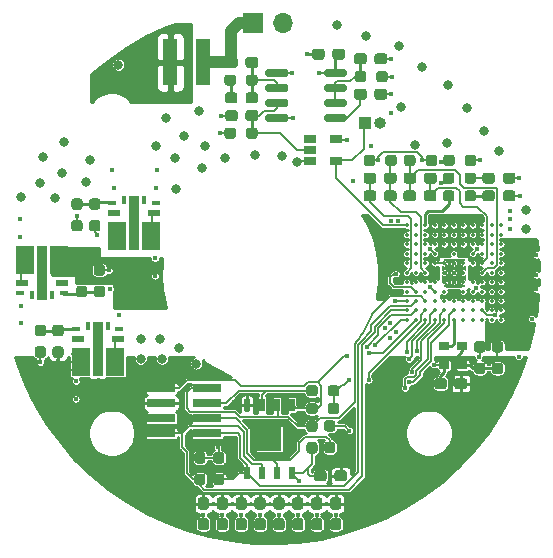
<source format=gbr>
%TF.GenerationSoftware,KiCad,Pcbnew,5.1.7-a382d34a8~87~ubuntu20.04.1*%
%TF.CreationDate,2021-02-03T18:06:15+00:00*%
%TF.ProjectId,UFOControlDeck,55464f43-6f6e-4747-926f-6c4465636b2e,rev?*%
%TF.SameCoordinates,Original*%
%TF.FileFunction,Copper,L1,Top*%
%TF.FilePolarity,Positive*%
%FSLAX46Y46*%
G04 Gerber Fmt 4.6, Leading zero omitted, Abs format (unit mm)*
G04 Created by KiCad (PCBNEW 5.1.7-a382d34a8~87~ubuntu20.04.1) date 2021-02-03 18:06:15*
%MOMM*%
%LPD*%
G01*
G04 APERTURE LIST*
%TA.AperFunction,ComponentPad*%
%ADD10C,0.499999*%
%TD*%
%TA.AperFunction,SMDPad,CuDef*%
%ADD11R,0.399999X0.800001*%
%TD*%
%TA.AperFunction,SMDPad,CuDef*%
%ADD12R,0.960001X4.600001*%
%TD*%
%TA.AperFunction,SMDPad,CuDef*%
%ADD13R,0.800001X0.399999*%
%TD*%
%TA.AperFunction,SMDPad,CuDef*%
%ADD14R,1.100000X0.499999*%
%TD*%
%TA.AperFunction,SMDPad,CuDef*%
%ADD15R,1.599999X2.350000*%
%TD*%
%TA.AperFunction,SMDPad,CuDef*%
%ADD16R,1.200000X3.900000*%
%TD*%
%TA.AperFunction,SMDPad,CuDef*%
%ADD17R,2.400000X0.740000*%
%TD*%
%TA.AperFunction,SMDPad,CuDef*%
%ADD18R,0.500000X1.100000*%
%TD*%
%TA.AperFunction,SMDPad,CuDef*%
%ADD19R,2.000000X2.000000*%
%TD*%
%TA.AperFunction,ComponentPad*%
%ADD20O,1.000000X1.000000*%
%TD*%
%TA.AperFunction,ComponentPad*%
%ADD21R,1.000000X1.000000*%
%TD*%
%TA.AperFunction,ComponentPad*%
%ADD22O,1.700000X1.700000*%
%TD*%
%TA.AperFunction,ComponentPad*%
%ADD23R,1.700000X1.700000*%
%TD*%
%TA.AperFunction,SMDPad,CuDef*%
%ADD24R,1.060000X0.650000*%
%TD*%
%TA.AperFunction,SMDPad,CuDef*%
%ADD25R,0.850000X0.650000*%
%TD*%
%TA.AperFunction,SMDPad,CuDef*%
%ADD26C,0.350000*%
%TD*%
%TA.AperFunction,ViaPad*%
%ADD27C,0.400000*%
%TD*%
%TA.AperFunction,ViaPad*%
%ADD28C,0.800000*%
%TD*%
%TA.AperFunction,Conductor*%
%ADD29C,0.250000*%
%TD*%
%TA.AperFunction,Conductor*%
%ADD30C,0.200000*%
%TD*%
%TA.AperFunction,Conductor*%
%ADD31C,1.000000*%
%TD*%
%TA.AperFunction,Conductor*%
%ADD32C,0.025400*%
%TD*%
%TA.AperFunction,Conductor*%
%ADD33C,0.100000*%
%TD*%
%TA.AperFunction,Conductor*%
%ADD34C,0.254000*%
%TD*%
G04 APERTURE END LIST*
%TO.P,C48,2*%
%TO.N,GND*%
%TA.AperFunction,SMDPad,CuDef*%
G36*
G01*
X143275000Y-96362500D02*
X143275000Y-96837500D01*
G75*
G02*
X143037500Y-97075000I-237500J0D01*
G01*
X142437500Y-97075000D01*
G75*
G02*
X142200000Y-96837500I0J237500D01*
G01*
X142200000Y-96362500D01*
G75*
G02*
X142437500Y-96125000I237500J0D01*
G01*
X143037500Y-96125000D01*
G75*
G02*
X143275000Y-96362500I0J-237500D01*
G01*
G37*
%TD.AperFunction*%
%TO.P,C48,1*%
%TO.N,+5V*%
%TA.AperFunction,SMDPad,CuDef*%
G36*
G01*
X145000000Y-96362500D02*
X145000000Y-96837500D01*
G75*
G02*
X144762500Y-97075000I-237500J0D01*
G01*
X144162500Y-97075000D01*
G75*
G02*
X143925000Y-96837500I0J237500D01*
G01*
X143925000Y-96362500D01*
G75*
G02*
X144162500Y-96125000I237500J0D01*
G01*
X144762500Y-96125000D01*
G75*
G02*
X145000000Y-96362500I0J-237500D01*
G01*
G37*
%TD.AperFunction*%
%TD*%
%TO.P,R31,2*%
%TO.N,Net-(R31-Pad2)*%
%TA.AperFunction,SMDPad,CuDef*%
G36*
G01*
X154287500Y-105362500D02*
X154287500Y-105837500D01*
G75*
G02*
X154050000Y-106075000I-237500J0D01*
G01*
X153550000Y-106075000D01*
G75*
G02*
X153312500Y-105837500I0J237500D01*
G01*
X153312500Y-105362500D01*
G75*
G02*
X153550000Y-105125000I237500J0D01*
G01*
X154050000Y-105125000D01*
G75*
G02*
X154287500Y-105362500I0J-237500D01*
G01*
G37*
%TD.AperFunction*%
%TO.P,R31,1*%
%TO.N,+3V3*%
%TA.AperFunction,SMDPad,CuDef*%
G36*
G01*
X156112500Y-105362500D02*
X156112500Y-105837500D01*
G75*
G02*
X155875000Y-106075000I-237500J0D01*
G01*
X155375000Y-106075000D01*
G75*
G02*
X155137500Y-105837500I0J237500D01*
G01*
X155137500Y-105362500D01*
G75*
G02*
X155375000Y-105125000I237500J0D01*
G01*
X155875000Y-105125000D01*
G75*
G02*
X156112500Y-105362500I0J-237500D01*
G01*
G37*
%TD.AperFunction*%
%TD*%
%TO.P,C47,2*%
%TO.N,GND*%
%TA.AperFunction,SMDPad,CuDef*%
G36*
G01*
X144087501Y-132537500D02*
X144087501Y-132062500D01*
G75*
G02*
X144325001Y-131825000I237500J0D01*
G01*
X144925001Y-131825000D01*
G75*
G02*
X145162501Y-132062500I0J-237500D01*
G01*
X145162501Y-132537500D01*
G75*
G02*
X144925001Y-132775000I-237500J0D01*
G01*
X144325001Y-132775000D01*
G75*
G02*
X144087501Y-132537500I0J237500D01*
G01*
G37*
%TD.AperFunction*%
%TO.P,C47,1*%
%TO.N,+3V3*%
%TA.AperFunction,SMDPad,CuDef*%
G36*
G01*
X142362501Y-132537500D02*
X142362501Y-132062500D01*
G75*
G02*
X142600001Y-131825000I237500J0D01*
G01*
X143200001Y-131825000D01*
G75*
G02*
X143437501Y-132062500I0J-237500D01*
G01*
X143437501Y-132537500D01*
G75*
G02*
X143200001Y-132775000I-237500J0D01*
G01*
X142600001Y-132775000D01*
G75*
G02*
X142362501Y-132537500I0J237500D01*
G01*
G37*
%TD.AperFunction*%
%TD*%
D10*
%TO.P,U8,3*%
%TO.N,+1V2*%
X125990000Y-111595000D03*
X125169999Y-112649999D03*
X125169999Y-111350002D03*
%TO.P,U8,2*%
%TO.N,+VSW*%
X125450001Y-110025001D03*
%TO.P,U8,8*%
%TO.N,GND*%
X127150000Y-108845000D03*
X127150000Y-109845001D03*
X127150000Y-112845000D03*
X127150000Y-111845002D03*
X127150000Y-110845001D03*
%TO.P,U8,3*%
%TO.N,+1V2*%
X125990000Y-112405001D03*
X125169999Y-112000000D03*
D11*
%TO.P,U8,9*%
%TO.N,Net-(U8-Pad9)*%
X126299999Y-108975000D03*
D12*
%TO.P,U8,8*%
%TO.N,GND*%
X127150000Y-110875001D03*
D11*
%TO.P,U8,7*%
%TO.N,Net-(U8-Pad7)*%
X128000001Y-108975000D03*
D13*
%TO.P,U8,6*%
%TO.N,Net-(U8-Pad6)*%
X129000001Y-109175002D03*
D14*
%TO.P,U8,5*%
%TO.N,Net-(U8-Pad4)*%
X128850002Y-110025001D03*
D15*
%TO.P,U8,4*%
X128600000Y-112000000D03*
%TO.P,U8,3*%
%TO.N,+1V2*%
X125700000Y-112000000D03*
D14*
%TO.P,U8,2*%
%TO.N,+VSW*%
X125450001Y-110025001D03*
D13*
%TO.P,U8,1*%
%TO.N,Net-(R3-Pad2)*%
X125300001Y-109175000D03*
%TD*%
D10*
%TO.P,U7,3*%
%TO.N,+5V*%
X120510000Y-114405000D03*
X121330001Y-113350001D03*
X121330001Y-114649998D03*
%TO.P,U7,2*%
%TO.N,+VSW*%
X121049999Y-115974999D03*
%TO.P,U7,8*%
%TO.N,GND*%
X119350000Y-117155000D03*
X119350000Y-116154999D03*
X119350000Y-113155000D03*
X119350000Y-114154998D03*
X119350000Y-115154999D03*
%TO.P,U7,3*%
%TO.N,+5V*%
X120510000Y-113594999D03*
X121330001Y-114000000D03*
D11*
%TO.P,U7,9*%
%TO.N,Net-(U7-Pad9)*%
X120200001Y-117025000D03*
D12*
%TO.P,U7,8*%
%TO.N,GND*%
X119350000Y-115124999D03*
D11*
%TO.P,U7,7*%
%TO.N,Net-(U7-Pad7)*%
X118499999Y-117025000D03*
D13*
%TO.P,U7,6*%
%TO.N,Net-(U7-Pad6)*%
X117499999Y-116824998D03*
D14*
%TO.P,U7,5*%
%TO.N,Net-(U7-Pad4)*%
X117649998Y-115974999D03*
D15*
%TO.P,U7,4*%
X117900000Y-114000000D03*
%TO.P,U7,3*%
%TO.N,+5V*%
X120800000Y-114000000D03*
D14*
%TO.P,U7,2*%
%TO.N,+VSW*%
X121049999Y-115974999D03*
D13*
%TO.P,U7,1*%
%TO.N,Net-(R5-Pad2)*%
X121199999Y-116825000D03*
%TD*%
D10*
%TO.P,U1,3*%
%TO.N,+3V3*%
X122890000Y-122269999D03*
X122069999Y-123324998D03*
X122069999Y-122025001D03*
%TO.P,U1,2*%
%TO.N,+VSW*%
X122350001Y-120700000D03*
%TO.P,U1,8*%
%TO.N,GND*%
X124050000Y-119519999D03*
X124050000Y-120520000D03*
X124050000Y-123519999D03*
X124050000Y-122520001D03*
X124050000Y-121520000D03*
%TO.P,U1,3*%
%TO.N,+3V3*%
X122890000Y-123080000D03*
X122069999Y-122674999D03*
D11*
%TO.P,U1,9*%
%TO.N,Net-(U1-Pad9)*%
X123199999Y-119649999D03*
D12*
%TO.P,U1,8*%
%TO.N,GND*%
X124050000Y-121550000D03*
D11*
%TO.P,U1,7*%
%TO.N,Net-(U1-Pad7)*%
X124900001Y-119649999D03*
D13*
%TO.P,U1,6*%
%TO.N,Net-(U1-Pad6)*%
X125900001Y-119850001D03*
D14*
%TO.P,U1,5*%
%TO.N,Net-(U1-Pad4)*%
X125750002Y-120700000D03*
D15*
%TO.P,U1,4*%
X125500000Y-122674999D03*
%TO.P,U1,3*%
%TO.N,+3V3*%
X122600000Y-122674999D03*
D14*
%TO.P,U1,2*%
%TO.N,+VSW*%
X122350001Y-120700000D03*
D13*
%TO.P,U1,1*%
%TO.N,Net-(R1-Pad2)*%
X122200001Y-119849999D03*
%TD*%
%TO.P,R9,2*%
%TO.N,Net-(D1-Pad2)*%
%TA.AperFunction,SMDPad,CuDef*%
G36*
G01*
X155112500Y-107337500D02*
X155112500Y-106862500D01*
G75*
G02*
X155350000Y-106625000I237500J0D01*
G01*
X155850000Y-106625000D01*
G75*
G02*
X156087500Y-106862500I0J-237500D01*
G01*
X156087500Y-107337500D01*
G75*
G02*
X155850000Y-107575000I-237500J0D01*
G01*
X155350000Y-107575000D01*
G75*
G02*
X155112500Y-107337500I0J237500D01*
G01*
G37*
%TD.AperFunction*%
%TO.P,R9,1*%
%TO.N,Net-(R31-Pad2)*%
%TA.AperFunction,SMDPad,CuDef*%
G36*
G01*
X153287500Y-107337500D02*
X153287500Y-106862500D01*
G75*
G02*
X153525000Y-106625000I237500J0D01*
G01*
X154025000Y-106625000D01*
G75*
G02*
X154262500Y-106862500I0J-237500D01*
G01*
X154262500Y-107337500D01*
G75*
G02*
X154025000Y-107575000I-237500J0D01*
G01*
X153525000Y-107575000D01*
G75*
G02*
X153287500Y-107337500I0J237500D01*
G01*
G37*
%TD.AperFunction*%
%TD*%
%TO.P,R8,2*%
%TO.N,Net-(C43-Pad1)*%
%TA.AperFunction,SMDPad,CuDef*%
G36*
G01*
X150962500Y-105362500D02*
X150962500Y-105837500D01*
G75*
G02*
X150725000Y-106075000I-237500J0D01*
G01*
X150225000Y-106075000D01*
G75*
G02*
X149987500Y-105837500I0J237500D01*
G01*
X149987500Y-105362500D01*
G75*
G02*
X150225000Y-105125000I237500J0D01*
G01*
X150725000Y-105125000D01*
G75*
G02*
X150962500Y-105362500I0J-237500D01*
G01*
G37*
%TD.AperFunction*%
%TO.P,R8,1*%
%TO.N,+1V2*%
%TA.AperFunction,SMDPad,CuDef*%
G36*
G01*
X152787500Y-105362500D02*
X152787500Y-105837500D01*
G75*
G02*
X152550000Y-106075000I-237500J0D01*
G01*
X152050000Y-106075000D01*
G75*
G02*
X151812500Y-105837500I0J237500D01*
G01*
X151812500Y-105362500D01*
G75*
G02*
X152050000Y-105125000I237500J0D01*
G01*
X152550000Y-105125000D01*
G75*
G02*
X152787500Y-105362500I0J-237500D01*
G01*
G37*
%TD.AperFunction*%
%TD*%
%TO.P,R7,2*%
%TO.N,Net-(C42-Pad1)*%
%TA.AperFunction,SMDPad,CuDef*%
G36*
G01*
X148412500Y-105837500D02*
X148412500Y-105362500D01*
G75*
G02*
X148650000Y-105125000I237500J0D01*
G01*
X149150000Y-105125000D01*
G75*
G02*
X149387500Y-105362500I0J-237500D01*
G01*
X149387500Y-105837500D01*
G75*
G02*
X149150000Y-106075000I-237500J0D01*
G01*
X148650000Y-106075000D01*
G75*
G02*
X148412500Y-105837500I0J237500D01*
G01*
G37*
%TD.AperFunction*%
%TO.P,R7,1*%
%TO.N,+1V2*%
%TA.AperFunction,SMDPad,CuDef*%
G36*
G01*
X146587500Y-105837500D02*
X146587500Y-105362500D01*
G75*
G02*
X146825000Y-105125000I237500J0D01*
G01*
X147325000Y-105125000D01*
G75*
G02*
X147562500Y-105362500I0J-237500D01*
G01*
X147562500Y-105837500D01*
G75*
G02*
X147325000Y-106075000I-237500J0D01*
G01*
X146825000Y-106075000D01*
G75*
G02*
X146587500Y-105837500I0J237500D01*
G01*
G37*
%TD.AperFunction*%
%TD*%
%TO.P,D1,2*%
%TO.N,Net-(D1-Pad2)*%
%TA.AperFunction,SMDPad,CuDef*%
G36*
G01*
X157675000Y-106862500D02*
X157675000Y-107337500D01*
G75*
G02*
X157437500Y-107575000I-237500J0D01*
G01*
X156862500Y-107575000D01*
G75*
G02*
X156625000Y-107337500I0J237500D01*
G01*
X156625000Y-106862500D01*
G75*
G02*
X156862500Y-106625000I237500J0D01*
G01*
X157437500Y-106625000D01*
G75*
G02*
X157675000Y-106862500I0J-237500D01*
G01*
G37*
%TD.AperFunction*%
%TO.P,D1,1*%
%TO.N,GND*%
%TA.AperFunction,SMDPad,CuDef*%
G36*
G01*
X159425000Y-106862500D02*
X159425000Y-107337500D01*
G75*
G02*
X159187500Y-107575000I-237500J0D01*
G01*
X158612500Y-107575000D01*
G75*
G02*
X158375000Y-107337500I0J237500D01*
G01*
X158375000Y-106862500D01*
G75*
G02*
X158612500Y-106625000I237500J0D01*
G01*
X159187500Y-106625000D01*
G75*
G02*
X159425000Y-106862500I0J-237500D01*
G01*
G37*
%TD.AperFunction*%
%TD*%
%TO.P,C45,2*%
%TO.N,Net-(C43-Pad2)*%
%TA.AperFunction,SMDPad,CuDef*%
G36*
G01*
X151687500Y-107337500D02*
X151687500Y-106862500D01*
G75*
G02*
X151925000Y-106625000I237500J0D01*
G01*
X152525000Y-106625000D01*
G75*
G02*
X152762500Y-106862500I0J-237500D01*
G01*
X152762500Y-107337500D01*
G75*
G02*
X152525000Y-107575000I-237500J0D01*
G01*
X151925000Y-107575000D01*
G75*
G02*
X151687500Y-107337500I0J237500D01*
G01*
G37*
%TD.AperFunction*%
%TO.P,C45,1*%
%TO.N,Net-(C43-Pad1)*%
%TA.AperFunction,SMDPad,CuDef*%
G36*
G01*
X149962500Y-107337500D02*
X149962500Y-106862500D01*
G75*
G02*
X150200000Y-106625000I237500J0D01*
G01*
X150800000Y-106625000D01*
G75*
G02*
X151037500Y-106862500I0J-237500D01*
G01*
X151037500Y-107337500D01*
G75*
G02*
X150800000Y-107575000I-237500J0D01*
G01*
X150200000Y-107575000D01*
G75*
G02*
X149962500Y-107337500I0J237500D01*
G01*
G37*
%TD.AperFunction*%
%TD*%
%TO.P,C44,2*%
%TO.N,Net-(C42-Pad2)*%
%TA.AperFunction,SMDPad,CuDef*%
G36*
G01*
X147637501Y-108362500D02*
X147637501Y-108837500D01*
G75*
G02*
X147400001Y-109075000I-237500J0D01*
G01*
X146800001Y-109075000D01*
G75*
G02*
X146562501Y-108837500I0J237500D01*
G01*
X146562501Y-108362500D01*
G75*
G02*
X146800001Y-108125000I237500J0D01*
G01*
X147400001Y-108125000D01*
G75*
G02*
X147637501Y-108362500I0J-237500D01*
G01*
G37*
%TD.AperFunction*%
%TO.P,C44,1*%
%TO.N,Net-(C42-Pad1)*%
%TA.AperFunction,SMDPad,CuDef*%
G36*
G01*
X149362501Y-108362500D02*
X149362501Y-108837500D01*
G75*
G02*
X149125001Y-109075000I-237500J0D01*
G01*
X148525001Y-109075000D01*
G75*
G02*
X148287501Y-108837500I0J237500D01*
G01*
X148287501Y-108362500D01*
G75*
G02*
X148525001Y-108125000I237500J0D01*
G01*
X149125001Y-108125000D01*
G75*
G02*
X149362501Y-108362500I0J-237500D01*
G01*
G37*
%TD.AperFunction*%
%TD*%
%TO.P,C43,2*%
%TO.N,Net-(C43-Pad2)*%
%TA.AperFunction,SMDPad,CuDef*%
G36*
G01*
X151662500Y-108837500D02*
X151662500Y-108362500D01*
G75*
G02*
X151900000Y-108125000I237500J0D01*
G01*
X152500000Y-108125000D01*
G75*
G02*
X152737500Y-108362500I0J-237500D01*
G01*
X152737500Y-108837500D01*
G75*
G02*
X152500000Y-109075000I-237500J0D01*
G01*
X151900000Y-109075000D01*
G75*
G02*
X151662500Y-108837500I0J237500D01*
G01*
G37*
%TD.AperFunction*%
%TO.P,C43,1*%
%TO.N,Net-(C43-Pad1)*%
%TA.AperFunction,SMDPad,CuDef*%
G36*
G01*
X149937500Y-108837500D02*
X149937500Y-108362500D01*
G75*
G02*
X150175000Y-108125000I237500J0D01*
G01*
X150775000Y-108125000D01*
G75*
G02*
X151012500Y-108362500I0J-237500D01*
G01*
X151012500Y-108837500D01*
G75*
G02*
X150775000Y-109075000I-237500J0D01*
G01*
X150175000Y-109075000D01*
G75*
G02*
X149937500Y-108837500I0J237500D01*
G01*
G37*
%TD.AperFunction*%
%TD*%
%TO.P,C42,2*%
%TO.N,Net-(C42-Pad2)*%
%TA.AperFunction,SMDPad,CuDef*%
G36*
G01*
X147637501Y-106862500D02*
X147637501Y-107337500D01*
G75*
G02*
X147400001Y-107575000I-237500J0D01*
G01*
X146800001Y-107575000D01*
G75*
G02*
X146562501Y-107337500I0J237500D01*
G01*
X146562501Y-106862500D01*
G75*
G02*
X146800001Y-106625000I237500J0D01*
G01*
X147400001Y-106625000D01*
G75*
G02*
X147637501Y-106862500I0J-237500D01*
G01*
G37*
%TD.AperFunction*%
%TO.P,C42,1*%
%TO.N,Net-(C42-Pad1)*%
%TA.AperFunction,SMDPad,CuDef*%
G36*
G01*
X149362501Y-106862500D02*
X149362501Y-107337500D01*
G75*
G02*
X149125001Y-107575000I-237500J0D01*
G01*
X148525001Y-107575000D01*
G75*
G02*
X148287501Y-107337500I0J237500D01*
G01*
X148287501Y-106862500D01*
G75*
G02*
X148525001Y-106625000I237500J0D01*
G01*
X149125001Y-106625000D01*
G75*
G02*
X149362501Y-106862500I0J-237500D01*
G01*
G37*
%TD.AperFunction*%
%TD*%
D16*
%TO.P,L1,2*%
%TO.N,+VSW*%
X130200000Y-97300000D03*
%TO.P,L1,1*%
%TO.N,+VDC*%
X133000000Y-97300000D03*
%TD*%
%TO.P,R6,2*%
%TO.N,GND*%
%TA.AperFunction,SMDPad,CuDef*%
G36*
G01*
X124437500Y-115362500D02*
X123962500Y-115362500D01*
G75*
G02*
X123725000Y-115125000I0J237500D01*
G01*
X123725000Y-114625000D01*
G75*
G02*
X123962500Y-114387500I237500J0D01*
G01*
X124437500Y-114387500D01*
G75*
G02*
X124675000Y-114625000I0J-237500D01*
G01*
X124675000Y-115125000D01*
G75*
G02*
X124437500Y-115362500I-237500J0D01*
G01*
G37*
%TD.AperFunction*%
%TO.P,R6,1*%
%TO.N,Net-(R5-Pad2)*%
%TA.AperFunction,SMDPad,CuDef*%
G36*
G01*
X124437500Y-117187500D02*
X123962500Y-117187500D01*
G75*
G02*
X123725000Y-116950000I0J237500D01*
G01*
X123725000Y-116450000D01*
G75*
G02*
X123962500Y-116212500I237500J0D01*
G01*
X124437500Y-116212500D01*
G75*
G02*
X124675000Y-116450000I0J-237500D01*
G01*
X124675000Y-116950000D01*
G75*
G02*
X124437500Y-117187500I-237500J0D01*
G01*
G37*
%TD.AperFunction*%
%TD*%
%TO.P,R5,2*%
%TO.N,Net-(R5-Pad2)*%
%TA.AperFunction,SMDPad,CuDef*%
G36*
G01*
X122462500Y-116212500D02*
X122937500Y-116212500D01*
G75*
G02*
X123175000Y-116450000I0J-237500D01*
G01*
X123175000Y-116950000D01*
G75*
G02*
X122937500Y-117187500I-237500J0D01*
G01*
X122462500Y-117187500D01*
G75*
G02*
X122225000Y-116950000I0J237500D01*
G01*
X122225000Y-116450000D01*
G75*
G02*
X122462500Y-116212500I237500J0D01*
G01*
G37*
%TD.AperFunction*%
%TO.P,R5,1*%
%TO.N,+5V*%
%TA.AperFunction,SMDPad,CuDef*%
G36*
G01*
X122462500Y-114387500D02*
X122937500Y-114387500D01*
G75*
G02*
X123175000Y-114625000I0J-237500D01*
G01*
X123175000Y-115125000D01*
G75*
G02*
X122937500Y-115362500I-237500J0D01*
G01*
X122462500Y-115362500D01*
G75*
G02*
X122225000Y-115125000I0J237500D01*
G01*
X122225000Y-114625000D01*
G75*
G02*
X122462500Y-114387500I237500J0D01*
G01*
G37*
%TD.AperFunction*%
%TD*%
%TO.P,R4,2*%
%TO.N,GND*%
%TA.AperFunction,SMDPad,CuDef*%
G36*
G01*
X122062500Y-110637501D02*
X122537500Y-110637501D01*
G75*
G02*
X122775000Y-110875001I0J-237500D01*
G01*
X122775000Y-111375001D01*
G75*
G02*
X122537500Y-111612501I-237500J0D01*
G01*
X122062500Y-111612501D01*
G75*
G02*
X121825000Y-111375001I0J237500D01*
G01*
X121825000Y-110875001D01*
G75*
G02*
X122062500Y-110637501I237500J0D01*
G01*
G37*
%TD.AperFunction*%
%TO.P,R4,1*%
%TO.N,Net-(R3-Pad2)*%
%TA.AperFunction,SMDPad,CuDef*%
G36*
G01*
X122062500Y-108812501D02*
X122537500Y-108812501D01*
G75*
G02*
X122775000Y-109050001I0J-237500D01*
G01*
X122775000Y-109550001D01*
G75*
G02*
X122537500Y-109787501I-237500J0D01*
G01*
X122062500Y-109787501D01*
G75*
G02*
X121825000Y-109550001I0J237500D01*
G01*
X121825000Y-109050001D01*
G75*
G02*
X122062500Y-108812501I237500J0D01*
G01*
G37*
%TD.AperFunction*%
%TD*%
%TO.P,R3,2*%
%TO.N,Net-(R3-Pad2)*%
%TA.AperFunction,SMDPad,CuDef*%
G36*
G01*
X124037500Y-109787500D02*
X123562500Y-109787500D01*
G75*
G02*
X123325000Y-109550000I0J237500D01*
G01*
X123325000Y-109050000D01*
G75*
G02*
X123562500Y-108812500I237500J0D01*
G01*
X124037500Y-108812500D01*
G75*
G02*
X124275000Y-109050000I0J-237500D01*
G01*
X124275000Y-109550000D01*
G75*
G02*
X124037500Y-109787500I-237500J0D01*
G01*
G37*
%TD.AperFunction*%
%TO.P,R3,1*%
%TO.N,+1V2*%
%TA.AperFunction,SMDPad,CuDef*%
G36*
G01*
X124037500Y-111612500D02*
X123562500Y-111612500D01*
G75*
G02*
X123325000Y-111375000I0J237500D01*
G01*
X123325000Y-110875000D01*
G75*
G02*
X123562500Y-110637500I237500J0D01*
G01*
X124037500Y-110637500D01*
G75*
G02*
X124275000Y-110875000I0J-237500D01*
G01*
X124275000Y-111375000D01*
G75*
G02*
X124037500Y-111612500I-237500J0D01*
G01*
G37*
%TD.AperFunction*%
%TD*%
%TO.P,R2,2*%
%TO.N,GND*%
%TA.AperFunction,SMDPad,CuDef*%
G36*
G01*
X120462500Y-121337500D02*
X120937500Y-121337500D01*
G75*
G02*
X121175000Y-121575000I0J-237500D01*
G01*
X121175000Y-122075000D01*
G75*
G02*
X120937500Y-122312500I-237500J0D01*
G01*
X120462500Y-122312500D01*
G75*
G02*
X120225000Y-122075000I0J237500D01*
G01*
X120225000Y-121575000D01*
G75*
G02*
X120462500Y-121337500I237500J0D01*
G01*
G37*
%TD.AperFunction*%
%TO.P,R2,1*%
%TO.N,Net-(R1-Pad2)*%
%TA.AperFunction,SMDPad,CuDef*%
G36*
G01*
X120462500Y-119512500D02*
X120937500Y-119512500D01*
G75*
G02*
X121175000Y-119750000I0J-237500D01*
G01*
X121175000Y-120250000D01*
G75*
G02*
X120937500Y-120487500I-237500J0D01*
G01*
X120462500Y-120487500D01*
G75*
G02*
X120225000Y-120250000I0J237500D01*
G01*
X120225000Y-119750000D01*
G75*
G02*
X120462500Y-119512500I237500J0D01*
G01*
G37*
%TD.AperFunction*%
%TD*%
%TO.P,R1,2*%
%TO.N,Net-(R1-Pad2)*%
%TA.AperFunction,SMDPad,CuDef*%
G36*
G01*
X119437500Y-120487500D02*
X118962500Y-120487500D01*
G75*
G02*
X118725000Y-120250000I0J237500D01*
G01*
X118725000Y-119750000D01*
G75*
G02*
X118962500Y-119512500I237500J0D01*
G01*
X119437500Y-119512500D01*
G75*
G02*
X119675000Y-119750000I0J-237500D01*
G01*
X119675000Y-120250000D01*
G75*
G02*
X119437500Y-120487500I-237500J0D01*
G01*
G37*
%TD.AperFunction*%
%TO.P,R1,1*%
%TO.N,+3V3*%
%TA.AperFunction,SMDPad,CuDef*%
G36*
G01*
X119437500Y-122312500D02*
X118962500Y-122312500D01*
G75*
G02*
X118725000Y-122075000I0J237500D01*
G01*
X118725000Y-121575000D01*
G75*
G02*
X118962500Y-121337500I237500J0D01*
G01*
X119437500Y-121337500D01*
G75*
G02*
X119675000Y-121575000I0J-237500D01*
G01*
X119675000Y-122075000D01*
G75*
G02*
X119437500Y-122312500I-237500J0D01*
G01*
G37*
%TD.AperFunction*%
%TD*%
D17*
%TO.P,J2,8*%
%TO.N,SDO*%
X133350000Y-128705000D03*
%TO.P,J2,7*%
%TO.N,SCK*%
X129450000Y-128705000D03*
%TO.P,J2,6*%
%TO.N,HOLD_RST*%
X133350000Y-127435000D03*
%TO.P,J2,5*%
%TO.N,Net-(J2-Pad5)*%
X129450000Y-127435000D03*
%TO.P,J2,4*%
%TO.N,FLASH_WP*%
X133350000Y-126165000D03*
%TO.P,J2,3*%
%TO.N,GND*%
X129450000Y-126165000D03*
%TO.P,J2,2*%
%TO.N,SDI*%
X133350000Y-124895000D03*
%TO.P,J2,1*%
%TO.N,SS_FLASH*%
X129450000Y-124895000D03*
%TD*%
%TO.P,R29,2*%
%TO.N,+3V3*%
%TA.AperFunction,SMDPad,CuDef*%
G36*
G01*
X134537500Y-131262500D02*
X134062500Y-131262500D01*
G75*
G02*
X133825000Y-131025000I0J237500D01*
G01*
X133825000Y-130525000D01*
G75*
G02*
X134062500Y-130287500I237500J0D01*
G01*
X134537500Y-130287500D01*
G75*
G02*
X134775000Y-130525000I0J-237500D01*
G01*
X134775000Y-131025000D01*
G75*
G02*
X134537500Y-131262500I-237500J0D01*
G01*
G37*
%TD.AperFunction*%
%TO.P,R29,1*%
%TO.N,SDO*%
%TA.AperFunction,SMDPad,CuDef*%
G36*
G01*
X134537500Y-133087500D02*
X134062500Y-133087500D01*
G75*
G02*
X133825000Y-132850000I0J237500D01*
G01*
X133825000Y-132350000D01*
G75*
G02*
X134062500Y-132112500I237500J0D01*
G01*
X134537500Y-132112500D01*
G75*
G02*
X134775000Y-132350000I0J-237500D01*
G01*
X134775000Y-132850000D01*
G75*
G02*
X134537500Y-133087500I-237500J0D01*
G01*
G37*
%TD.AperFunction*%
%TD*%
%TO.P,R30,2*%
%TO.N,+3V3*%
%TA.AperFunction,SMDPad,CuDef*%
G36*
G01*
X143937500Y-128562500D02*
X143462500Y-128562500D01*
G75*
G02*
X143225000Y-128325000I0J237500D01*
G01*
X143225000Y-127825000D01*
G75*
G02*
X143462500Y-127587500I237500J0D01*
G01*
X143937500Y-127587500D01*
G75*
G02*
X144175000Y-127825000I0J-237500D01*
G01*
X144175000Y-128325000D01*
G75*
G02*
X143937500Y-128562500I-237500J0D01*
G01*
G37*
%TD.AperFunction*%
%TO.P,R30,1*%
%TO.N,HOLD_RST*%
%TA.AperFunction,SMDPad,CuDef*%
G36*
G01*
X143937500Y-130387500D02*
X143462500Y-130387500D01*
G75*
G02*
X143225000Y-130150000I0J237500D01*
G01*
X143225000Y-129650000D01*
G75*
G02*
X143462500Y-129412500I237500J0D01*
G01*
X143937500Y-129412500D01*
G75*
G02*
X144175000Y-129650000I0J-237500D01*
G01*
X144175000Y-130150000D01*
G75*
G02*
X143937500Y-130387500I-237500J0D01*
G01*
G37*
%TD.AperFunction*%
%TD*%
%TO.P,R28,2*%
%TO.N,+3V3*%
%TA.AperFunction,SMDPad,CuDef*%
G36*
G01*
X132937500Y-131262500D02*
X132462500Y-131262500D01*
G75*
G02*
X132225000Y-131025000I0J237500D01*
G01*
X132225000Y-130525000D01*
G75*
G02*
X132462500Y-130287500I237500J0D01*
G01*
X132937500Y-130287500D01*
G75*
G02*
X133175000Y-130525000I0J-237500D01*
G01*
X133175000Y-131025000D01*
G75*
G02*
X132937500Y-131262500I-237500J0D01*
G01*
G37*
%TD.AperFunction*%
%TO.P,R28,1*%
%TO.N,SCK*%
%TA.AperFunction,SMDPad,CuDef*%
G36*
G01*
X132937500Y-133087500D02*
X132462500Y-133087500D01*
G75*
G02*
X132225000Y-132850000I0J237500D01*
G01*
X132225000Y-132350000D01*
G75*
G02*
X132462500Y-132112500I237500J0D01*
G01*
X132937500Y-132112500D01*
G75*
G02*
X133175000Y-132350000I0J-237500D01*
G01*
X133175000Y-132850000D01*
G75*
G02*
X132937500Y-133087500I-237500J0D01*
G01*
G37*
%TD.AperFunction*%
%TD*%
%TO.P,R27,2*%
%TO.N,+3V3*%
%TA.AperFunction,SMDPad,CuDef*%
G36*
G01*
X141962500Y-129437500D02*
X142437500Y-129437500D01*
G75*
G02*
X142675000Y-129675000I0J-237500D01*
G01*
X142675000Y-130175000D01*
G75*
G02*
X142437500Y-130412500I-237500J0D01*
G01*
X141962500Y-130412500D01*
G75*
G02*
X141725000Y-130175000I0J237500D01*
G01*
X141725000Y-129675000D01*
G75*
G02*
X141962500Y-129437500I237500J0D01*
G01*
G37*
%TD.AperFunction*%
%TO.P,R27,1*%
%TO.N,SDI*%
%TA.AperFunction,SMDPad,CuDef*%
G36*
G01*
X141962500Y-127612500D02*
X142437500Y-127612500D01*
G75*
G02*
X142675000Y-127850000I0J-237500D01*
G01*
X142675000Y-128350000D01*
G75*
G02*
X142437500Y-128587500I-237500J0D01*
G01*
X141962500Y-128587500D01*
G75*
G02*
X141725000Y-128350000I0J237500D01*
G01*
X141725000Y-127850000D01*
G75*
G02*
X141962500Y-127612500I237500J0D01*
G01*
G37*
%TD.AperFunction*%
%TD*%
%TO.P,R26,2*%
%TO.N,+3V3*%
%TA.AperFunction,SMDPad,CuDef*%
G36*
G01*
X143537500Y-125337500D02*
X143537500Y-124862500D01*
G75*
G02*
X143775000Y-124625000I237500J0D01*
G01*
X144275000Y-124625000D01*
G75*
G02*
X144512500Y-124862500I0J-237500D01*
G01*
X144512500Y-125337500D01*
G75*
G02*
X144275000Y-125575000I-237500J0D01*
G01*
X143775000Y-125575000D01*
G75*
G02*
X143537500Y-125337500I0J237500D01*
G01*
G37*
%TD.AperFunction*%
%TO.P,R26,1*%
%TO.N,FLASH_WP*%
%TA.AperFunction,SMDPad,CuDef*%
G36*
G01*
X141712500Y-125337500D02*
X141712500Y-124862500D01*
G75*
G02*
X141950000Y-124625000I237500J0D01*
G01*
X142450000Y-124625000D01*
G75*
G02*
X142687500Y-124862500I0J-237500D01*
G01*
X142687500Y-125337500D01*
G75*
G02*
X142450000Y-125575000I-237500J0D01*
G01*
X141950000Y-125575000D01*
G75*
G02*
X141712500Y-125337500I0J237500D01*
G01*
G37*
%TD.AperFunction*%
%TD*%
D18*
%TO.P,U6,8*%
%TO.N,+3V3*%
X140505000Y-132100000D03*
%TO.P,U6,7*%
%TO.N,HOLD_RST*%
X139235000Y-132100000D03*
%TO.P,U6,6*%
%TO.N,SCK*%
X137965000Y-132100000D03*
%TO.P,U6,5*%
%TO.N,SDO*%
X136695000Y-132100000D03*
%TO.P,U6,4*%
%TO.N,GND*%
X136695000Y-126300000D03*
%TO.P,U6,3*%
%TO.N,FLASH_WP*%
X137965000Y-126300000D03*
%TO.P,U6,2*%
%TO.N,SDI*%
X139235000Y-126300000D03*
%TO.P,U6,1*%
%TO.N,SS_FLASH*%
X140505000Y-126300000D03*
D19*
%TO.P,U6,9*%
%TO.N,N/C*%
X138600000Y-129200000D03*
%TD*%
%TO.P,R25,2*%
%TO.N,+3V3*%
%TA.AperFunction,SMDPad,CuDef*%
G36*
G01*
X143537500Y-126837500D02*
X143537500Y-126362500D01*
G75*
G02*
X143775000Y-126125000I237500J0D01*
G01*
X144275000Y-126125000D01*
G75*
G02*
X144512500Y-126362500I0J-237500D01*
G01*
X144512500Y-126837500D01*
G75*
G02*
X144275000Y-127075000I-237500J0D01*
G01*
X143775000Y-127075000D01*
G75*
G02*
X143537500Y-126837500I0J237500D01*
G01*
G37*
%TD.AperFunction*%
%TO.P,R25,1*%
%TO.N,SS_FLASH*%
%TA.AperFunction,SMDPad,CuDef*%
G36*
G01*
X141712500Y-126837500D02*
X141712500Y-126362500D01*
G75*
G02*
X141950000Y-126125000I237500J0D01*
G01*
X142450000Y-126125000D01*
G75*
G02*
X142687500Y-126362500I0J-237500D01*
G01*
X142687500Y-126837500D01*
G75*
G02*
X142450000Y-127075000I-237500J0D01*
G01*
X141950000Y-127075000D01*
G75*
G02*
X141712500Y-126837500I0J237500D01*
G01*
G37*
%TD.AperFunction*%
%TD*%
D20*
%TO.P,J10,2*%
%TO.N,GND*%
X147970000Y-102400000D03*
D21*
%TO.P,J10,1*%
%TO.N,TRIGGER*%
X146700000Y-102400000D03*
%TD*%
D22*
%TO.P,J1,2*%
%TO.N,GND*%
X139740000Y-94000000D03*
D23*
%TO.P,J1,1*%
%TO.N,+VDC*%
X137200000Y-94000000D03*
%TD*%
%TO.P,R24,2*%
%TO.N,Net-(D13-Pad2)*%
%TA.AperFunction,SMDPad,CuDef*%
G36*
G01*
X155112500Y-108837500D02*
X155112500Y-108362500D01*
G75*
G02*
X155350000Y-108125000I237500J0D01*
G01*
X155850000Y-108125000D01*
G75*
G02*
X156087500Y-108362500I0J-237500D01*
G01*
X156087500Y-108837500D01*
G75*
G02*
X155850000Y-109075000I-237500J0D01*
G01*
X155350000Y-109075000D01*
G75*
G02*
X155112500Y-108837500I0J237500D01*
G01*
G37*
%TD.AperFunction*%
%TO.P,R24,1*%
%TO.N,Net-(R24-Pad1)*%
%TA.AperFunction,SMDPad,CuDef*%
G36*
G01*
X153287500Y-108837500D02*
X153287500Y-108362500D01*
G75*
G02*
X153525000Y-108125000I237500J0D01*
G01*
X154025000Y-108125000D01*
G75*
G02*
X154262500Y-108362500I0J-237500D01*
G01*
X154262500Y-108837500D01*
G75*
G02*
X154025000Y-109075000I-237500J0D01*
G01*
X153525000Y-109075000D01*
G75*
G02*
X153287500Y-108837500I0J237500D01*
G01*
G37*
%TD.AperFunction*%
%TD*%
%TO.P,D13,2*%
%TO.N,Net-(D13-Pad2)*%
%TA.AperFunction,SMDPad,CuDef*%
G36*
G01*
X157675001Y-108362500D02*
X157675001Y-108837500D01*
G75*
G02*
X157437501Y-109075000I-237500J0D01*
G01*
X156862501Y-109075000D01*
G75*
G02*
X156625001Y-108837500I0J237500D01*
G01*
X156625001Y-108362500D01*
G75*
G02*
X156862501Y-108125000I237500J0D01*
G01*
X157437501Y-108125000D01*
G75*
G02*
X157675001Y-108362500I0J-237500D01*
G01*
G37*
%TD.AperFunction*%
%TO.P,D13,1*%
%TO.N,GND*%
%TA.AperFunction,SMDPad,CuDef*%
G36*
G01*
X159425001Y-108362500D02*
X159425001Y-108837500D01*
G75*
G02*
X159187501Y-109075000I-237500J0D01*
G01*
X158612501Y-109075000D01*
G75*
G02*
X158375001Y-108837500I0J237500D01*
G01*
X158375001Y-108362500D01*
G75*
G02*
X158612501Y-108125000I237500J0D01*
G01*
X159187501Y-108125000D01*
G75*
G02*
X159425001Y-108362500I0J-237500D01*
G01*
G37*
%TD.AperFunction*%
%TD*%
%TO.P,D12,2*%
%TO.N,Net-(D12-Pad2)*%
%TA.AperFunction,SMDPad,CuDef*%
G36*
G01*
X143962500Y-135875001D02*
X144437500Y-135875001D01*
G75*
G02*
X144675000Y-136112501I0J-237500D01*
G01*
X144675000Y-136687501D01*
G75*
G02*
X144437500Y-136925001I-237500J0D01*
G01*
X143962500Y-136925001D01*
G75*
G02*
X143725000Y-136687501I0J237500D01*
G01*
X143725000Y-136112501D01*
G75*
G02*
X143962500Y-135875001I237500J0D01*
G01*
G37*
%TD.AperFunction*%
%TO.P,D12,1*%
%TO.N,GND*%
%TA.AperFunction,SMDPad,CuDef*%
G36*
G01*
X143962500Y-134125001D02*
X144437500Y-134125001D01*
G75*
G02*
X144675000Y-134362501I0J-237500D01*
G01*
X144675000Y-134937501D01*
G75*
G02*
X144437500Y-135175001I-237500J0D01*
G01*
X143962500Y-135175001D01*
G75*
G02*
X143725000Y-134937501I0J237500D01*
G01*
X143725000Y-134362501D01*
G75*
G02*
X143962500Y-134125001I237500J0D01*
G01*
G37*
%TD.AperFunction*%
%TD*%
%TO.P,D11,2*%
%TO.N,Net-(D11-Pad2)*%
%TA.AperFunction,SMDPad,CuDef*%
G36*
G01*
X142362500Y-135875000D02*
X142837500Y-135875000D01*
G75*
G02*
X143075000Y-136112500I0J-237500D01*
G01*
X143075000Y-136687500D01*
G75*
G02*
X142837500Y-136925000I-237500J0D01*
G01*
X142362500Y-136925000D01*
G75*
G02*
X142125000Y-136687500I0J237500D01*
G01*
X142125000Y-136112500D01*
G75*
G02*
X142362500Y-135875000I237500J0D01*
G01*
G37*
%TD.AperFunction*%
%TO.P,D11,1*%
%TO.N,GND*%
%TA.AperFunction,SMDPad,CuDef*%
G36*
G01*
X142362500Y-134125000D02*
X142837500Y-134125000D01*
G75*
G02*
X143075000Y-134362500I0J-237500D01*
G01*
X143075000Y-134937500D01*
G75*
G02*
X142837500Y-135175000I-237500J0D01*
G01*
X142362500Y-135175000D01*
G75*
G02*
X142125000Y-134937500I0J237500D01*
G01*
X142125000Y-134362500D01*
G75*
G02*
X142362500Y-134125000I237500J0D01*
G01*
G37*
%TD.AperFunction*%
%TD*%
%TO.P,D10,2*%
%TO.N,Net-(D10-Pad2)*%
%TA.AperFunction,SMDPad,CuDef*%
G36*
G01*
X140762500Y-135875000D02*
X141237500Y-135875000D01*
G75*
G02*
X141475000Y-136112500I0J-237500D01*
G01*
X141475000Y-136687500D01*
G75*
G02*
X141237500Y-136925000I-237500J0D01*
G01*
X140762500Y-136925000D01*
G75*
G02*
X140525000Y-136687500I0J237500D01*
G01*
X140525000Y-136112500D01*
G75*
G02*
X140762500Y-135875000I237500J0D01*
G01*
G37*
%TD.AperFunction*%
%TO.P,D10,1*%
%TO.N,GND*%
%TA.AperFunction,SMDPad,CuDef*%
G36*
G01*
X140762500Y-134125000D02*
X141237500Y-134125000D01*
G75*
G02*
X141475000Y-134362500I0J-237500D01*
G01*
X141475000Y-134937500D01*
G75*
G02*
X141237500Y-135175000I-237500J0D01*
G01*
X140762500Y-135175000D01*
G75*
G02*
X140525000Y-134937500I0J237500D01*
G01*
X140525000Y-134362500D01*
G75*
G02*
X140762500Y-134125000I237500J0D01*
G01*
G37*
%TD.AperFunction*%
%TD*%
%TO.P,D9,2*%
%TO.N,Net-(D9-Pad2)*%
%TA.AperFunction,SMDPad,CuDef*%
G36*
G01*
X139162500Y-135875000D02*
X139637500Y-135875000D01*
G75*
G02*
X139875000Y-136112500I0J-237500D01*
G01*
X139875000Y-136687500D01*
G75*
G02*
X139637500Y-136925000I-237500J0D01*
G01*
X139162500Y-136925000D01*
G75*
G02*
X138925000Y-136687500I0J237500D01*
G01*
X138925000Y-136112500D01*
G75*
G02*
X139162500Y-135875000I237500J0D01*
G01*
G37*
%TD.AperFunction*%
%TO.P,D9,1*%
%TO.N,GND*%
%TA.AperFunction,SMDPad,CuDef*%
G36*
G01*
X139162500Y-134125000D02*
X139637500Y-134125000D01*
G75*
G02*
X139875000Y-134362500I0J-237500D01*
G01*
X139875000Y-134937500D01*
G75*
G02*
X139637500Y-135175000I-237500J0D01*
G01*
X139162500Y-135175000D01*
G75*
G02*
X138925000Y-134937500I0J237500D01*
G01*
X138925000Y-134362500D01*
G75*
G02*
X139162500Y-134125000I237500J0D01*
G01*
G37*
%TD.AperFunction*%
%TD*%
%TO.P,D8,2*%
%TO.N,Net-(D8-Pad2)*%
%TA.AperFunction,SMDPad,CuDef*%
G36*
G01*
X137562500Y-135875000D02*
X138037500Y-135875000D01*
G75*
G02*
X138275000Y-136112500I0J-237500D01*
G01*
X138275000Y-136687500D01*
G75*
G02*
X138037500Y-136925000I-237500J0D01*
G01*
X137562500Y-136925000D01*
G75*
G02*
X137325000Y-136687500I0J237500D01*
G01*
X137325000Y-136112500D01*
G75*
G02*
X137562500Y-135875000I237500J0D01*
G01*
G37*
%TD.AperFunction*%
%TO.P,D8,1*%
%TO.N,GND*%
%TA.AperFunction,SMDPad,CuDef*%
G36*
G01*
X137562500Y-134125000D02*
X138037500Y-134125000D01*
G75*
G02*
X138275000Y-134362500I0J-237500D01*
G01*
X138275000Y-134937500D01*
G75*
G02*
X138037500Y-135175000I-237500J0D01*
G01*
X137562500Y-135175000D01*
G75*
G02*
X137325000Y-134937500I0J237500D01*
G01*
X137325000Y-134362500D01*
G75*
G02*
X137562500Y-134125000I237500J0D01*
G01*
G37*
%TD.AperFunction*%
%TD*%
%TO.P,D7,2*%
%TO.N,Net-(D7-Pad2)*%
%TA.AperFunction,SMDPad,CuDef*%
G36*
G01*
X135962499Y-135875000D02*
X136437499Y-135875000D01*
G75*
G02*
X136674999Y-136112500I0J-237500D01*
G01*
X136674999Y-136687500D01*
G75*
G02*
X136437499Y-136925000I-237500J0D01*
G01*
X135962499Y-136925000D01*
G75*
G02*
X135724999Y-136687500I0J237500D01*
G01*
X135724999Y-136112500D01*
G75*
G02*
X135962499Y-135875000I237500J0D01*
G01*
G37*
%TD.AperFunction*%
%TO.P,D7,1*%
%TO.N,GND*%
%TA.AperFunction,SMDPad,CuDef*%
G36*
G01*
X135962499Y-134125000D02*
X136437499Y-134125000D01*
G75*
G02*
X136674999Y-134362500I0J-237500D01*
G01*
X136674999Y-134937500D01*
G75*
G02*
X136437499Y-135175000I-237500J0D01*
G01*
X135962499Y-135175000D01*
G75*
G02*
X135724999Y-134937500I0J237500D01*
G01*
X135724999Y-134362500D01*
G75*
G02*
X135962499Y-134125000I237500J0D01*
G01*
G37*
%TD.AperFunction*%
%TD*%
%TO.P,D6,2*%
%TO.N,Net-(D6-Pad2)*%
%TA.AperFunction,SMDPad,CuDef*%
G36*
G01*
X132762500Y-135875000D02*
X133237500Y-135875000D01*
G75*
G02*
X133475000Y-136112500I0J-237500D01*
G01*
X133475000Y-136687500D01*
G75*
G02*
X133237500Y-136925000I-237500J0D01*
G01*
X132762500Y-136925000D01*
G75*
G02*
X132525000Y-136687500I0J237500D01*
G01*
X132525000Y-136112500D01*
G75*
G02*
X132762500Y-135875000I237500J0D01*
G01*
G37*
%TD.AperFunction*%
%TO.P,D6,1*%
%TO.N,GND*%
%TA.AperFunction,SMDPad,CuDef*%
G36*
G01*
X132762500Y-134125000D02*
X133237500Y-134125000D01*
G75*
G02*
X133475000Y-134362500I0J-237500D01*
G01*
X133475000Y-134937500D01*
G75*
G02*
X133237500Y-135175000I-237500J0D01*
G01*
X132762500Y-135175000D01*
G75*
G02*
X132525000Y-134937500I0J237500D01*
G01*
X132525000Y-134362500D01*
G75*
G02*
X132762500Y-134125000I237500J0D01*
G01*
G37*
%TD.AperFunction*%
%TD*%
%TO.P,D5,2*%
%TO.N,Net-(D5-Pad2)*%
%TA.AperFunction,SMDPad,CuDef*%
G36*
G01*
X134362500Y-135875000D02*
X134837500Y-135875000D01*
G75*
G02*
X135075000Y-136112500I0J-237500D01*
G01*
X135075000Y-136687500D01*
G75*
G02*
X134837500Y-136925000I-237500J0D01*
G01*
X134362500Y-136925000D01*
G75*
G02*
X134125000Y-136687500I0J237500D01*
G01*
X134125000Y-136112500D01*
G75*
G02*
X134362500Y-135875000I237500J0D01*
G01*
G37*
%TD.AperFunction*%
%TO.P,D5,1*%
%TO.N,GND*%
%TA.AperFunction,SMDPad,CuDef*%
G36*
G01*
X134362500Y-134125000D02*
X134837500Y-134125000D01*
G75*
G02*
X135075000Y-134362500I0J-237500D01*
G01*
X135075000Y-134937500D01*
G75*
G02*
X134837500Y-135175000I-237500J0D01*
G01*
X134362500Y-135175000D01*
G75*
G02*
X134125000Y-134937500I0J237500D01*
G01*
X134125000Y-134362500D01*
G75*
G02*
X134362500Y-134125000I237500J0D01*
G01*
G37*
%TD.AperFunction*%
%TD*%
D24*
%TO.P,U5,5*%
%TO.N,+3V3*%
X144200000Y-103750000D03*
%TO.P,U5,4*%
%TO.N,TRIGGER*%
X144200000Y-105650000D03*
%TO.P,U5,3*%
%TO.N,GND*%
X142000000Y-105650000D03*
%TO.P,U5,2*%
%TO.N,Net-(C13-Pad2)*%
X142000000Y-104700000D03*
%TO.P,U5,1*%
%TO.N,Net-(U5-Pad1)*%
X142000000Y-103750000D03*
%TD*%
D25*
%TO.P,U4,4*%
%TO.N,+3V3*%
X153378907Y-122951346D03*
%TO.P,U4,3*%
%TO.N,CLK*%
X153378907Y-121301346D03*
%TO.P,U4,2*%
%TO.N,GND*%
X154928907Y-121301346D03*
%TO.P,U4,1*%
%TO.N,Net-(R14-Pad1)*%
X154928907Y-122951346D03*
%TD*%
%TO.P,R15,2*%
%TO.N,Net-(R14-Pad1)*%
%TA.AperFunction,SMDPad,CuDef*%
G36*
G01*
X157662500Y-122712500D02*
X158137500Y-122712500D01*
G75*
G02*
X158375000Y-122950000I0J-237500D01*
G01*
X158375000Y-123450000D01*
G75*
G02*
X158137500Y-123687500I-237500J0D01*
G01*
X157662500Y-123687500D01*
G75*
G02*
X157425000Y-123450000I0J237500D01*
G01*
X157425000Y-122950000D01*
G75*
G02*
X157662500Y-122712500I237500J0D01*
G01*
G37*
%TD.AperFunction*%
%TO.P,R15,1*%
%TO.N,GND*%
%TA.AperFunction,SMDPad,CuDef*%
G36*
G01*
X157662500Y-120887500D02*
X158137500Y-120887500D01*
G75*
G02*
X158375000Y-121125000I0J-237500D01*
G01*
X158375000Y-121625000D01*
G75*
G02*
X158137500Y-121862500I-237500J0D01*
G01*
X157662500Y-121862500D01*
G75*
G02*
X157425000Y-121625000I0J237500D01*
G01*
X157425000Y-121125000D01*
G75*
G02*
X157662500Y-120887500I237500J0D01*
G01*
G37*
%TD.AperFunction*%
%TD*%
%TO.P,R14,2*%
%TO.N,+3V3*%
%TA.AperFunction,SMDPad,CuDef*%
G36*
G01*
X156637500Y-121862500D02*
X156162500Y-121862500D01*
G75*
G02*
X155925000Y-121625000I0J237500D01*
G01*
X155925000Y-121125000D01*
G75*
G02*
X156162500Y-120887500I237500J0D01*
G01*
X156637500Y-120887500D01*
G75*
G02*
X156875000Y-121125000I0J-237500D01*
G01*
X156875000Y-121625000D01*
G75*
G02*
X156637500Y-121862500I-237500J0D01*
G01*
G37*
%TD.AperFunction*%
%TO.P,R14,1*%
%TO.N,Net-(R14-Pad1)*%
%TA.AperFunction,SMDPad,CuDef*%
G36*
G01*
X156637500Y-123687500D02*
X156162500Y-123687500D01*
G75*
G02*
X155925000Y-123450000I0J237500D01*
G01*
X155925000Y-122950000D01*
G75*
G02*
X156162500Y-122712500I237500J0D01*
G01*
X156637500Y-122712500D01*
G75*
G02*
X156875000Y-122950000I0J-237500D01*
G01*
X156875000Y-123450000D01*
G75*
G02*
X156637500Y-123687500I-237500J0D01*
G01*
G37*
%TD.AperFunction*%
%TD*%
%TO.P,C14,2*%
%TO.N,+3V3*%
%TA.AperFunction,SMDPad,CuDef*%
G36*
G01*
X153612500Y-124262500D02*
X153612500Y-124737500D01*
G75*
G02*
X153375000Y-124975000I-237500J0D01*
G01*
X152775000Y-124975000D01*
G75*
G02*
X152537500Y-124737500I0J237500D01*
G01*
X152537500Y-124262500D01*
G75*
G02*
X152775000Y-124025000I237500J0D01*
G01*
X153375000Y-124025000D01*
G75*
G02*
X153612500Y-124262500I0J-237500D01*
G01*
G37*
%TD.AperFunction*%
%TO.P,C14,1*%
%TO.N,GND*%
%TA.AperFunction,SMDPad,CuDef*%
G36*
G01*
X155337500Y-124262500D02*
X155337500Y-124737500D01*
G75*
G02*
X155100000Y-124975000I-237500J0D01*
G01*
X154500000Y-124975000D01*
G75*
G02*
X154262500Y-124737500I0J237500D01*
G01*
X154262500Y-124262500D01*
G75*
G02*
X154500000Y-124025000I237500J0D01*
G01*
X155100000Y-124025000D01*
G75*
G02*
X155337500Y-124262500I0J-237500D01*
G01*
G37*
%TD.AperFunction*%
%TD*%
%TO.P,U2,8*%
%TO.N,+5V*%
%TA.AperFunction,SMDPad,CuDef*%
G36*
G01*
X143200000Y-98345000D02*
X143200000Y-98045000D01*
G75*
G02*
X143350000Y-97895000I150000J0D01*
G01*
X145000000Y-97895000D01*
G75*
G02*
X145150000Y-98045000I0J-150000D01*
G01*
X145150000Y-98345000D01*
G75*
G02*
X145000000Y-98495000I-150000J0D01*
G01*
X143350000Y-98495000D01*
G75*
G02*
X143200000Y-98345000I0J150000D01*
G01*
G37*
%TD.AperFunction*%
%TO.P,U2,7*%
%TO.N,Net-(C12-Pad1)*%
%TA.AperFunction,SMDPad,CuDef*%
G36*
G01*
X143200000Y-99615000D02*
X143200000Y-99315000D01*
G75*
G02*
X143350000Y-99165000I150000J0D01*
G01*
X145000000Y-99165000D01*
G75*
G02*
X145150000Y-99315000I0J-150000D01*
G01*
X145150000Y-99615000D01*
G75*
G02*
X145000000Y-99765000I-150000J0D01*
G01*
X143350000Y-99765000D01*
G75*
G02*
X143200000Y-99615000I0J150000D01*
G01*
G37*
%TD.AperFunction*%
%TO.P,U2,6*%
%TA.AperFunction,SMDPad,CuDef*%
G36*
G01*
X143200000Y-100885000D02*
X143200000Y-100585000D01*
G75*
G02*
X143350000Y-100435000I150000J0D01*
G01*
X145000000Y-100435000D01*
G75*
G02*
X145150000Y-100585000I0J-150000D01*
G01*
X145150000Y-100885000D01*
G75*
G02*
X145000000Y-101035000I-150000J0D01*
G01*
X143350000Y-101035000D01*
G75*
G02*
X143200000Y-100885000I0J150000D01*
G01*
G37*
%TD.AperFunction*%
%TO.P,U2,5*%
%TO.N,Net-(C11-Pad1)*%
%TA.AperFunction,SMDPad,CuDef*%
G36*
G01*
X143200000Y-102155000D02*
X143200000Y-101855000D01*
G75*
G02*
X143350000Y-101705000I150000J0D01*
G01*
X145000000Y-101705000D01*
G75*
G02*
X145150000Y-101855000I0J-150000D01*
G01*
X145150000Y-102155000D01*
G75*
G02*
X145000000Y-102305000I-150000J0D01*
G01*
X143350000Y-102305000D01*
G75*
G02*
X143200000Y-102155000I0J150000D01*
G01*
G37*
%TD.AperFunction*%
%TO.P,U2,4*%
%TO.N,+5V*%
%TA.AperFunction,SMDPad,CuDef*%
G36*
G01*
X138250000Y-102155000D02*
X138250000Y-101855000D01*
G75*
G02*
X138400000Y-101705000I150000J0D01*
G01*
X140050000Y-101705000D01*
G75*
G02*
X140200000Y-101855000I0J-150000D01*
G01*
X140200000Y-102155000D01*
G75*
G02*
X140050000Y-102305000I-150000J0D01*
G01*
X138400000Y-102305000D01*
G75*
G02*
X138250000Y-102155000I0J150000D01*
G01*
G37*
%TD.AperFunction*%
%TO.P,U2,3*%
%TO.N,Net-(C13-Pad2)*%
%TA.AperFunction,SMDPad,CuDef*%
G36*
G01*
X138250000Y-100885000D02*
X138250000Y-100585000D01*
G75*
G02*
X138400000Y-100435000I150000J0D01*
G01*
X140050000Y-100435000D01*
G75*
G02*
X140200000Y-100585000I0J-150000D01*
G01*
X140200000Y-100885000D01*
G75*
G02*
X140050000Y-101035000I-150000J0D01*
G01*
X138400000Y-101035000D01*
G75*
G02*
X138250000Y-100885000I0J150000D01*
G01*
G37*
%TD.AperFunction*%
%TO.P,U2,2*%
%TO.N,Net-(C10-Pad1)*%
%TA.AperFunction,SMDPad,CuDef*%
G36*
G01*
X138250000Y-99615000D02*
X138250000Y-99315000D01*
G75*
G02*
X138400000Y-99165000I150000J0D01*
G01*
X140050000Y-99165000D01*
G75*
G02*
X140200000Y-99315000I0J-150000D01*
G01*
X140200000Y-99615000D01*
G75*
G02*
X140050000Y-99765000I-150000J0D01*
G01*
X138400000Y-99765000D01*
G75*
G02*
X138250000Y-99615000I0J150000D01*
G01*
G37*
%TD.AperFunction*%
%TO.P,U2,1*%
%TO.N,GND*%
%TA.AperFunction,SMDPad,CuDef*%
G36*
G01*
X138250000Y-98345000D02*
X138250000Y-98045000D01*
G75*
G02*
X138400000Y-97895000I150000J0D01*
G01*
X140050000Y-97895000D01*
G75*
G02*
X140200000Y-98045000I0J-150000D01*
G01*
X140200000Y-98345000D01*
G75*
G02*
X140050000Y-98495000I-150000J0D01*
G01*
X138400000Y-98495000D01*
G75*
G02*
X138250000Y-98345000I0J150000D01*
G01*
G37*
%TD.AperFunction*%
%TD*%
%TO.P,R13,2*%
%TO.N,Net-(C12-Pad1)*%
%TA.AperFunction,SMDPad,CuDef*%
G36*
G01*
X146787500Y-98262500D02*
X146787500Y-98737500D01*
G75*
G02*
X146550000Y-98975000I-237500J0D01*
G01*
X146050000Y-98975000D01*
G75*
G02*
X145812500Y-98737500I0J237500D01*
G01*
X145812500Y-98262500D01*
G75*
G02*
X146050000Y-98025000I237500J0D01*
G01*
X146550000Y-98025000D01*
G75*
G02*
X146787500Y-98262500I0J-237500D01*
G01*
G37*
%TD.AperFunction*%
%TO.P,R13,1*%
%TO.N,+5V*%
%TA.AperFunction,SMDPad,CuDef*%
G36*
G01*
X148612500Y-98262500D02*
X148612500Y-98737500D01*
G75*
G02*
X148375000Y-98975000I-237500J0D01*
G01*
X147875000Y-98975000D01*
G75*
G02*
X147637500Y-98737500I0J237500D01*
G01*
X147637500Y-98262500D01*
G75*
G02*
X147875000Y-98025000I237500J0D01*
G01*
X148375000Y-98025000D01*
G75*
G02*
X148612500Y-98262500I0J-237500D01*
G01*
G37*
%TD.AperFunction*%
%TD*%
%TO.P,R12,2*%
%TO.N,Net-(C13-Pad2)*%
%TA.AperFunction,SMDPad,CuDef*%
G36*
G01*
X136612500Y-103537500D02*
X136612500Y-103062500D01*
G75*
G02*
X136850000Y-102825000I237500J0D01*
G01*
X137350000Y-102825000D01*
G75*
G02*
X137587500Y-103062500I0J-237500D01*
G01*
X137587500Y-103537500D01*
G75*
G02*
X137350000Y-103775000I-237500J0D01*
G01*
X136850000Y-103775000D01*
G75*
G02*
X136612500Y-103537500I0J237500D01*
G01*
G37*
%TD.AperFunction*%
%TO.P,R12,1*%
%TO.N,GND*%
%TA.AperFunction,SMDPad,CuDef*%
G36*
G01*
X134787500Y-103537500D02*
X134787500Y-103062500D01*
G75*
G02*
X135025000Y-102825000I237500J0D01*
G01*
X135525000Y-102825000D01*
G75*
G02*
X135762500Y-103062500I0J-237500D01*
G01*
X135762500Y-103537500D01*
G75*
G02*
X135525000Y-103775000I-237500J0D01*
G01*
X135025000Y-103775000D01*
G75*
G02*
X134787500Y-103537500I0J237500D01*
G01*
G37*
%TD.AperFunction*%
%TD*%
%TO.P,R11,2*%
%TO.N,Net-(C10-Pad1)*%
%TA.AperFunction,SMDPad,CuDef*%
G36*
G01*
X136612500Y-99037500D02*
X136612500Y-98562500D01*
G75*
G02*
X136850000Y-98325000I237500J0D01*
G01*
X137350000Y-98325000D01*
G75*
G02*
X137587500Y-98562500I0J-237500D01*
G01*
X137587500Y-99037500D01*
G75*
G02*
X137350000Y-99275000I-237500J0D01*
G01*
X136850000Y-99275000D01*
G75*
G02*
X136612500Y-99037500I0J237500D01*
G01*
G37*
%TD.AperFunction*%
%TO.P,R11,1*%
%TO.N,Net-(D4-Pad1)*%
%TA.AperFunction,SMDPad,CuDef*%
G36*
G01*
X134787500Y-99037500D02*
X134787500Y-98562500D01*
G75*
G02*
X135025000Y-98325000I237500J0D01*
G01*
X135525000Y-98325000D01*
G75*
G02*
X135762500Y-98562500I0J-237500D01*
G01*
X135762500Y-99037500D01*
G75*
G02*
X135525000Y-99275000I-237500J0D01*
G01*
X135025000Y-99275000D01*
G75*
G02*
X134787500Y-99037500I0J237500D01*
G01*
G37*
%TD.AperFunction*%
%TD*%
%TO.P,D4,2*%
%TO.N,Net-(C10-Pad1)*%
%TA.AperFunction,SMDPad,CuDef*%
G36*
G01*
X136575000Y-100537500D02*
X136575000Y-100062500D01*
G75*
G02*
X136812500Y-99825000I237500J0D01*
G01*
X137387500Y-99825000D01*
G75*
G02*
X137625000Y-100062500I0J-237500D01*
G01*
X137625000Y-100537500D01*
G75*
G02*
X137387500Y-100775000I-237500J0D01*
G01*
X136812500Y-100775000D01*
G75*
G02*
X136575000Y-100537500I0J237500D01*
G01*
G37*
%TD.AperFunction*%
%TO.P,D4,1*%
%TO.N,Net-(D4-Pad1)*%
%TA.AperFunction,SMDPad,CuDef*%
G36*
G01*
X134825000Y-100537500D02*
X134825000Y-100062500D01*
G75*
G02*
X135062500Y-99825000I237500J0D01*
G01*
X135637500Y-99825000D01*
G75*
G02*
X135875000Y-100062500I0J-237500D01*
G01*
X135875000Y-100537500D01*
G75*
G02*
X135637500Y-100775000I-237500J0D01*
G01*
X135062500Y-100775000D01*
G75*
G02*
X134825000Y-100537500I0J237500D01*
G01*
G37*
%TD.AperFunction*%
%TD*%
%TO.P,C13,2*%
%TO.N,Net-(C13-Pad2)*%
%TA.AperFunction,SMDPad,CuDef*%
G36*
G01*
X136562500Y-102037500D02*
X136562500Y-101562500D01*
G75*
G02*
X136800000Y-101325000I237500J0D01*
G01*
X137400000Y-101325000D01*
G75*
G02*
X137637500Y-101562500I0J-237500D01*
G01*
X137637500Y-102037500D01*
G75*
G02*
X137400000Y-102275000I-237500J0D01*
G01*
X136800000Y-102275000D01*
G75*
G02*
X136562500Y-102037500I0J237500D01*
G01*
G37*
%TD.AperFunction*%
%TO.P,C13,1*%
%TO.N,GND*%
%TA.AperFunction,SMDPad,CuDef*%
G36*
G01*
X134837500Y-102037500D02*
X134837500Y-101562500D01*
G75*
G02*
X135075000Y-101325000I237500J0D01*
G01*
X135675000Y-101325000D01*
G75*
G02*
X135912500Y-101562500I0J-237500D01*
G01*
X135912500Y-102037500D01*
G75*
G02*
X135675000Y-102275000I-237500J0D01*
G01*
X135075000Y-102275000D01*
G75*
G02*
X134837500Y-102037500I0J237500D01*
G01*
G37*
%TD.AperFunction*%
%TD*%
%TO.P,C12,2*%
%TO.N,GND*%
%TA.AperFunction,SMDPad,CuDef*%
G36*
G01*
X147487500Y-97237500D02*
X147487500Y-96762500D01*
G75*
G02*
X147725000Y-96525000I237500J0D01*
G01*
X148325000Y-96525000D01*
G75*
G02*
X148562500Y-96762500I0J-237500D01*
G01*
X148562500Y-97237500D01*
G75*
G02*
X148325000Y-97475000I-237500J0D01*
G01*
X147725000Y-97475000D01*
G75*
G02*
X147487500Y-97237500I0J237500D01*
G01*
G37*
%TD.AperFunction*%
%TO.P,C12,1*%
%TO.N,Net-(C12-Pad1)*%
%TA.AperFunction,SMDPad,CuDef*%
G36*
G01*
X145762500Y-97237500D02*
X145762500Y-96762500D01*
G75*
G02*
X146000000Y-96525000I237500J0D01*
G01*
X146600000Y-96525000D01*
G75*
G02*
X146837500Y-96762500I0J-237500D01*
G01*
X146837500Y-97237500D01*
G75*
G02*
X146600000Y-97475000I-237500J0D01*
G01*
X146000000Y-97475000D01*
G75*
G02*
X145762500Y-97237500I0J237500D01*
G01*
G37*
%TD.AperFunction*%
%TD*%
%TO.P,C11,2*%
%TO.N,GND*%
%TA.AperFunction,SMDPad,CuDef*%
G36*
G01*
X147487500Y-100237500D02*
X147487500Y-99762500D01*
G75*
G02*
X147725000Y-99525000I237500J0D01*
G01*
X148325000Y-99525000D01*
G75*
G02*
X148562500Y-99762500I0J-237500D01*
G01*
X148562500Y-100237500D01*
G75*
G02*
X148325000Y-100475000I-237500J0D01*
G01*
X147725000Y-100475000D01*
G75*
G02*
X147487500Y-100237500I0J237500D01*
G01*
G37*
%TD.AperFunction*%
%TO.P,C11,1*%
%TO.N,Net-(C11-Pad1)*%
%TA.AperFunction,SMDPad,CuDef*%
G36*
G01*
X145762500Y-100237500D02*
X145762500Y-99762500D01*
G75*
G02*
X146000000Y-99525000I237500J0D01*
G01*
X146600000Y-99525000D01*
G75*
G02*
X146837500Y-99762500I0J-237500D01*
G01*
X146837500Y-100237500D01*
G75*
G02*
X146600000Y-100475000I-237500J0D01*
G01*
X146000000Y-100475000D01*
G75*
G02*
X145762500Y-100237500I0J237500D01*
G01*
G37*
%TD.AperFunction*%
%TD*%
%TO.P,C10,2*%
%TO.N,+VDC*%
%TA.AperFunction,SMDPad,CuDef*%
G36*
G01*
X135912500Y-97062500D02*
X135912500Y-97537500D01*
G75*
G02*
X135675000Y-97775000I-237500J0D01*
G01*
X135075000Y-97775000D01*
G75*
G02*
X134837500Y-97537500I0J237500D01*
G01*
X134837500Y-97062500D01*
G75*
G02*
X135075000Y-96825000I237500J0D01*
G01*
X135675000Y-96825000D01*
G75*
G02*
X135912500Y-97062500I0J-237500D01*
G01*
G37*
%TD.AperFunction*%
%TO.P,C10,1*%
%TO.N,Net-(C10-Pad1)*%
%TA.AperFunction,SMDPad,CuDef*%
G36*
G01*
X137637500Y-97062500D02*
X137637500Y-97537500D01*
G75*
G02*
X137400000Y-97775000I-237500J0D01*
G01*
X136800000Y-97775000D01*
G75*
G02*
X136562500Y-97537500I0J237500D01*
G01*
X136562500Y-97062500D01*
G75*
G02*
X136800000Y-96825000I237500J0D01*
G01*
X137400000Y-96825000D01*
G75*
G02*
X137637500Y-97062500I0J-237500D01*
G01*
G37*
%TD.AperFunction*%
%TD*%
D26*
%TO.P,U3,L11*%
%TO.N,+3V3*%
X150200000Y-119100000D03*
%TO.P,U3,K11*%
%TO.N,PULSE0*%
X151000000Y-119100000D03*
%TO.P,U3,J11*%
%TO.N,PULSE2*%
X151800000Y-119100000D03*
%TO.P,U3,H11*%
%TO.N,PULSE4*%
X152600000Y-119100000D03*
%TO.P,U3,G11*%
%TO.N,PULSE6*%
X153400000Y-119100000D03*
%TO.P,U3,F11*%
%TO.N,CLK*%
X154200000Y-119100000D03*
%TO.P,U3,E11*%
%TO.N,Net-(U3-PadE11)*%
X155000000Y-119100000D03*
%TO.P,U3,D11*%
%TO.N,Net-(U3-PadD11)*%
X155800000Y-119100000D03*
%TO.P,U3,C11*%
%TO.N,Net-(U3-PadC11)*%
X156600000Y-119100000D03*
%TO.P,U3,B11*%
%TO.N,Net-(U3-PadB11)*%
X157400000Y-119100000D03*
%TO.P,U3,A11*%
%TO.N,Net-(U3-PadA11)*%
X158200000Y-119100000D03*
%TO.P,U3,L10*%
%TO.N,SCK*%
X150200000Y-118300000D03*
%TO.P,U3,K10*%
%TO.N,SS_FLASH*%
X151000000Y-118300000D03*
%TO.P,U3,J10*%
%TO.N,PULSE1*%
X151800000Y-118300000D03*
%TO.P,U3,H10*%
%TO.N,PULSE3*%
X152600000Y-118300000D03*
%TO.P,U3,G10*%
%TO.N,PULSE5*%
X153400000Y-118300000D03*
%TO.P,U3,F10*%
%TO.N,PULSE7*%
X154200000Y-118300000D03*
%TO.P,U3,E10*%
%TO.N,Net-(U3-PadE10)*%
X155000000Y-118300000D03*
%TO.P,U3,D10*%
%TO.N,Net-(U3-PadD10)*%
X155800000Y-118300000D03*
%TO.P,U3,C10*%
%TO.N,Net-(D14-Pad1)*%
X156600000Y-118300000D03*
%TO.P,U3,B10*%
%TO.N,Net-(U3-PadB10)*%
X157400000Y-118300000D03*
%TO.P,U3,A10*%
%TO.N,Net-(U3-PadA10)*%
X158200000Y-118300000D03*
%TO.P,U3,L9*%
%TO.N,Net-(R10-Pad2)*%
X150200000Y-117500000D03*
%TO.P,U3,K9*%
%TO.N,SDO*%
X151000000Y-117500000D03*
%TO.P,U3,J9*%
%TO.N,SDI*%
X151800000Y-117500000D03*
%TO.P,U3,H9*%
%TO.N,Net-(U3-PadH9)*%
X152600000Y-117500000D03*
%TO.P,U3,G9*%
%TO.N,Net-(U3-PadG9)*%
X153400000Y-117500000D03*
%TO.P,U3,F9*%
%TO.N,Net-(U3-PadF9)*%
X154200000Y-117500000D03*
%TO.P,U3,E9*%
%TO.N,Net-(U3-PadE9)*%
X155000000Y-117500000D03*
%TO.P,U3,D9*%
%TO.N,Net-(U3-PadD9)*%
X155800000Y-117500000D03*
%TO.P,U3,C9*%
%TO.N,Net-(U3-PadC9)*%
X156600000Y-117500000D03*
%TO.P,U3,B9*%
%TO.N,Net-(U3-PadB9)*%
X157400000Y-117500000D03*
%TO.P,U3,A9*%
%TO.N,Net-(U3-PadA9)*%
X158200000Y-117500000D03*
%TO.P,U3,L8*%
%TO.N,Net-(U3-PadL8)*%
X150200000Y-116700000D03*
%TO.P,U3,K8*%
%TO.N,Net-(R31-Pad2)*%
X151000000Y-116700000D03*
%TO.P,U3,J8*%
%TO.N,Net-(U3-PadJ8)*%
X151800000Y-116700000D03*
%TO.P,U3,H8*%
%TO.N,+1V2*%
X152600000Y-116700000D03*
%TO.P,U3,G8*%
%TO.N,Net-(U3-PadG8)*%
X153400000Y-116700000D03*
%TO.P,U3,F8*%
%TO.N,+3V3*%
X154200000Y-116700000D03*
%TO.P,U3,E8*%
%TO.N,Net-(U3-PadE8)*%
X155000000Y-116700000D03*
%TO.P,U3,D8*%
%TO.N,+1V2*%
X155800000Y-116700000D03*
%TO.P,U3,C8*%
%TO.N,Net-(U3-PadC8)*%
X156600000Y-116700000D03*
%TO.P,U3,B8*%
%TO.N,Net-(U3-PadB8)*%
X157400000Y-116700000D03*
%TO.P,U3,A8*%
%TO.N,Net-(U3-PadA8)*%
X158200000Y-116700000D03*
%TO.P,U3,L7*%
%TO.N,Net-(U3-PadL7)*%
X150200000Y-115900000D03*
%TO.P,U3,K7*%
%TO.N,Net-(U3-PadK7)*%
X151000000Y-115900000D03*
%TO.P,U3,J7*%
%TO.N,Net-(U3-PadJ7)*%
X151800000Y-115900000D03*
%TO.P,U3,H7*%
%TO.N,Net-(U3-PadH7)*%
X152600000Y-115900000D03*
%TO.P,U3,G7*%
%TO.N,GND*%
X153400000Y-115900000D03*
%TO.P,U3,F7*%
X154200000Y-115900000D03*
%TO.P,U3,E7*%
X155000000Y-115900000D03*
%TO.P,U3,D7*%
%TO.N,Net-(U3-PadD7)*%
X155800000Y-115900000D03*
%TO.P,U3,C7*%
%TO.N,Net-(U3-PadC7)*%
X156600000Y-115900000D03*
%TO.P,U3,B7*%
%TO.N,Net-(U3-PadB7)*%
X157400000Y-115900000D03*
%TO.P,U3,A7*%
%TO.N,Net-(U3-PadA7)*%
X158200000Y-115900000D03*
%TO.P,U3,L6*%
%TO.N,Net-(C42-Pad2)*%
X150200000Y-115100000D03*
%TO.P,U3,K6*%
%TO.N,Net-(U3-PadK6)*%
X151000000Y-115100000D03*
%TO.P,U3,J6*%
%TO.N,Net-(C42-Pad1)*%
X151800000Y-115100000D03*
%TO.P,U3,H6*%
%TO.N,+3V3*%
X152600000Y-115100000D03*
%TO.P,U3,G6*%
%TO.N,GND*%
X153400000Y-115100000D03*
%TO.P,U3,F6*%
X154200000Y-115100000D03*
%TO.P,U3,E6*%
X155000000Y-115100000D03*
%TO.P,U3,D6*%
%TO.N,+3V3*%
X155800000Y-115100000D03*
%TO.P,U3,C6*%
%TO.N,Net-(C43-Pad1)*%
X156600000Y-115100000D03*
%TO.P,U3,B6*%
%TO.N,Net-(U3-PadB6)*%
X157400000Y-115100000D03*
%TO.P,U3,A6*%
%TO.N,Net-(U3-PadA6)*%
X158200000Y-115100000D03*
%TO.P,U3,L5*%
%TO.N,Net-(U3-PadL5)*%
X150200000Y-114300000D03*
%TO.P,U3,K5*%
%TO.N,Net-(U3-PadK5)*%
X151000000Y-114300000D03*
%TO.P,U3,J5*%
%TO.N,Net-(U3-PadJ5)*%
X151800000Y-114300000D03*
%TO.P,U3,H5*%
%TO.N,GND*%
X152600000Y-114300000D03*
%TO.P,U3,G5*%
X153400000Y-114300000D03*
%TO.P,U3,F5*%
X154200000Y-114300000D03*
%TO.P,U3,E5*%
X155000000Y-114300000D03*
%TO.P,U3,D5*%
%TO.N,Net-(U3-PadD5)*%
X155800000Y-114300000D03*
%TO.P,U3,C5*%
%TO.N,Net-(C43-Pad2)*%
X156600000Y-114300000D03*
%TO.P,U3,B5*%
%TO.N,Net-(U3-PadB5)*%
X157400000Y-114300000D03*
%TO.P,U3,A5*%
%TO.N,Net-(U3-PadA5)*%
X158200000Y-114300000D03*
%TO.P,U3,L4*%
%TO.N,Net-(U3-PadL4)*%
X150200000Y-113500000D03*
%TO.P,U3,K4*%
%TO.N,Net-(U3-PadK4)*%
X151000000Y-113500000D03*
%TO.P,U3,J4*%
%TO.N,Net-(U3-PadJ4)*%
X151800000Y-113500000D03*
%TO.P,U3,H4*%
%TO.N,+1V2*%
X152600000Y-113500000D03*
%TO.P,U3,G4*%
%TO.N,+3V3*%
X153400000Y-113500000D03*
%TO.P,U3,F4*%
%TO.N,Net-(U3-PadF4)*%
X154200000Y-113500000D03*
%TO.P,U3,E4*%
%TO.N,+3V3*%
X155000000Y-113500000D03*
%TO.P,U3,D4*%
%TO.N,+1V2*%
X155800000Y-113500000D03*
%TO.P,U3,C4*%
%TO.N,Net-(U3-PadC4)*%
X156600000Y-113500000D03*
%TO.P,U3,B4*%
%TO.N,Net-(U3-PadB4)*%
X157400000Y-113500000D03*
%TO.P,U3,A4*%
%TO.N,Net-(U3-PadA4)*%
X158200000Y-113500000D03*
%TO.P,U3,L3*%
%TO.N,Net-(U3-PadL3)*%
X150200000Y-112700000D03*
%TO.P,U3,K3*%
%TO.N,Net-(U3-PadK3)*%
X151000000Y-112700000D03*
%TO.P,U3,J3*%
%TO.N,Net-(U3-PadJ3)*%
X151800000Y-112700000D03*
%TO.P,U3,H3*%
%TO.N,Net-(U3-PadH3)*%
X152600000Y-112700000D03*
%TO.P,U3,G3*%
%TO.N,Net-(U3-PadG3)*%
X153400000Y-112700000D03*
%TO.P,U3,F3*%
%TO.N,Net-(U3-PadF3)*%
X154200000Y-112700000D03*
%TO.P,U3,E3*%
%TO.N,Net-(U3-PadE3)*%
X155000000Y-112700000D03*
%TO.P,U3,D3*%
%TO.N,Net-(U3-PadD3)*%
X155800000Y-112700000D03*
%TO.P,U3,C3*%
%TO.N,Net-(U3-PadC3)*%
X156600000Y-112700000D03*
%TO.P,U3,B3*%
%TO.N,Net-(U3-PadB3)*%
X157400000Y-112700000D03*
%TO.P,U3,A3*%
%TO.N,Net-(U3-PadA3)*%
X158200000Y-112700000D03*
%TO.P,U3,L2*%
%TO.N,Net-(U3-PadL2)*%
X150200000Y-111900000D03*
%TO.P,U3,K2*%
%TO.N,Net-(U3-PadK2)*%
X151000000Y-111900000D03*
%TO.P,U3,J2*%
%TO.N,Net-(U3-PadJ2)*%
X151800000Y-111900000D03*
%TO.P,U3,H2*%
%TO.N,Net-(U3-PadH2)*%
X152600000Y-111900000D03*
%TO.P,U3,G2*%
%TO.N,Net-(U3-PadG2)*%
X153400000Y-111900000D03*
%TO.P,U3,F2*%
%TO.N,Net-(U3-PadF2)*%
X154200000Y-111900000D03*
%TO.P,U3,E2*%
%TO.N,Net-(U3-PadE2)*%
X155000000Y-111900000D03*
%TO.P,U3,D2*%
%TO.N,Net-(U3-PadD2)*%
X155800000Y-111900000D03*
%TO.P,U3,C2*%
%TO.N,Net-(U3-PadC2)*%
X156600000Y-111900000D03*
%TO.P,U3,B2*%
%TO.N,Net-(U3-PadB2)*%
X157400000Y-111900000D03*
%TO.P,U3,A2*%
%TO.N,Net-(U3-PadA2)*%
X158200000Y-111900000D03*
%TO.P,U3,L1*%
%TO.N,TRIGGER*%
X150200000Y-111100000D03*
%TO.P,U3,K1*%
%TO.N,Net-(U3-PadK1)*%
X151000000Y-111100000D03*
%TO.P,U3,J1*%
%TO.N,Net-(R24-Pad1)*%
X151800000Y-111100000D03*
%TO.P,U3,H1*%
%TO.N,Net-(U3-PadH1)*%
X152600000Y-111100000D03*
%TO.P,U3,G1*%
%TO.N,Net-(U3-PadG1)*%
X153400000Y-111100000D03*
%TO.P,U3,F1*%
%TO.N,Net-(U3-PadF1)*%
X154200000Y-111100000D03*
%TO.P,U3,E1*%
%TO.N,Net-(U3-PadE1)*%
X155000000Y-111100000D03*
%TO.P,U3,D1*%
%TO.N,Net-(U3-PadD1)*%
X155800000Y-111100000D03*
%TO.P,U3,C1*%
%TO.N,Net-(U3-PadC1)*%
X156600000Y-111100000D03*
%TO.P,U3,B1*%
%TO.N,Net-(U3-PadB1)*%
X157400000Y-111100000D03*
%TO.P,U3,A1*%
%TO.N,Net-(U3-PadA1)*%
X158200000Y-111100000D03*
%TD*%
D27*
%TO.N,GND*%
X140800000Y-129030002D03*
X141100000Y-127500000D03*
X140500000Y-128300000D03*
X136700000Y-127700000D03*
X139200000Y-127800000D03*
X136700000Y-126700000D03*
X153800000Y-115500000D03*
X154600000Y-115500000D03*
X154600000Y-114700000D03*
X153800000Y-114700000D03*
X125900000Y-125700000D03*
X125900000Y-124400000D03*
X125900000Y-118700000D03*
X125100000Y-116500000D03*
X128900000Y-115400000D03*
X128900000Y-113900000D03*
X129100000Y-106400000D03*
X129000000Y-107900000D03*
X148900000Y-101600000D03*
X140500000Y-98200000D03*
X134500000Y-101800000D03*
X134400000Y-103300000D03*
X159800000Y-108600000D03*
X122300000Y-110300000D03*
X117500000Y-110600000D03*
X117500000Y-112100000D03*
X125000000Y-114900000D03*
X117600000Y-117900000D03*
X117600000Y-119400000D03*
X135618701Y-126018701D03*
X135400000Y-129500000D03*
X133700000Y-129500000D03*
X132400000Y-129500000D03*
X138500000Y-125700000D03*
X157869998Y-122300000D03*
X120700000Y-122600000D03*
D28*
X158200000Y-124900000D03*
X157000000Y-126900000D03*
X155500000Y-129100000D03*
X154700000Y-126700000D03*
X153100000Y-131900000D03*
X149100000Y-134300000D03*
X146400000Y-135500000D03*
X147400000Y-133000000D03*
X151300000Y-133100000D03*
X149700000Y-132200000D03*
X149400000Y-130100000D03*
X149500000Y-128700000D03*
X151500000Y-125600000D03*
X130400000Y-135200000D03*
X128500000Y-134700000D03*
X126200000Y-133200000D03*
X124400000Y-131700000D03*
X122600000Y-129900000D03*
X121100000Y-128200000D03*
X119500000Y-125900000D03*
X118500000Y-123900000D03*
X122700000Y-127400000D03*
X129800000Y-133500000D03*
X128000000Y-132800000D03*
X127200000Y-131100000D03*
X129300000Y-131300000D03*
X120400000Y-108800000D03*
X117600000Y-108700000D03*
X119200000Y-107500000D03*
X119400000Y-105300000D03*
X121000000Y-106700000D03*
X123100000Y-107400000D03*
X123400000Y-105600000D03*
X121200000Y-104000000D03*
X130700000Y-108000000D03*
X132900000Y-106200000D03*
X134800000Y-105400000D03*
X137400000Y-105100000D03*
X139700000Y-105200000D03*
X130600000Y-105400000D03*
X133100000Y-104400000D03*
X131400000Y-103500000D03*
X129000000Y-104400000D03*
X129800000Y-102000000D03*
X132600000Y-101400000D03*
X158000000Y-104800000D03*
X156800000Y-103100000D03*
X155300000Y-101200000D03*
X153700000Y-99200000D03*
X151500000Y-97700000D03*
X146800000Y-95100000D03*
X144300000Y-94100000D03*
X125800000Y-97500000D03*
X153600000Y-104100000D03*
X150900000Y-104300000D03*
X149700000Y-101100000D03*
X140900000Y-105700000D03*
X149600000Y-95900000D03*
D27*
X148900000Y-97000000D03*
X148900000Y-100000000D03*
X159700000Y-107100000D03*
X147200000Y-104400000D03*
X145400000Y-130500000D03*
X161200000Y-115300000D03*
X161200000Y-116500000D03*
X160800000Y-119000000D03*
X161200000Y-113600000D03*
X148900000Y-110700000D03*
X149500000Y-110700000D03*
X148400000Y-119800000D03*
X148800000Y-119400000D03*
X148800000Y-120600000D03*
X149300000Y-120100000D03*
X159000000Y-109900000D03*
X159000000Y-110600000D03*
X159000000Y-111400000D03*
X141800000Y-96600000D03*
%TO.N,+3V3*%
X119200000Y-122700000D03*
X122200000Y-124300000D03*
X122200000Y-125800000D03*
X159200000Y-112800000D03*
X159200000Y-114300000D03*
X159200000Y-115800000D03*
X159200000Y-117300000D03*
X149300000Y-114300000D03*
X149300000Y-115800000D03*
X159700000Y-122200000D03*
X156400000Y-110400000D03*
X154900000Y-110400000D03*
X153400000Y-110400000D03*
X152600000Y-110400000D03*
X134200000Y-129900000D03*
X141134975Y-132753990D03*
X152500000Y-122900000D03*
X156300000Y-122200000D03*
X145300000Y-124200000D03*
D28*
X160300000Y-109800000D03*
X160300000Y-111400000D03*
X160300000Y-118300000D03*
X160000000Y-119900000D03*
D27*
X149300000Y-116719990D03*
X149300000Y-112800000D03*
X145700000Y-107300000D03*
X145200000Y-103900000D03*
X156400000Y-105600000D03*
X147550000Y-121250000D03*
X145368701Y-128468701D03*
X157300000Y-119600000D03*
X146800000Y-110400000D03*
X147300000Y-111100000D03*
X147700000Y-111900000D03*
X149100000Y-113600000D03*
D28*
%TO.N,+1V2*%
X127700000Y-120700000D03*
X129300000Y-120700000D03*
X130900000Y-121500000D03*
X132400000Y-122800000D03*
X129500000Y-122400000D03*
X127700000Y-122400000D03*
D27*
X156100000Y-116400000D03*
X156200000Y-113100000D03*
X152200000Y-113100000D03*
X152200000Y-116300000D03*
X124000000Y-111900000D03*
X151500000Y-105600000D03*
X147800000Y-105600000D03*
D28*
%TO.N,+5V*%
X129200000Y-117500000D03*
X127900000Y-117500000D03*
X126500000Y-117500000D03*
X128600000Y-116400000D03*
X127200000Y-116400000D03*
D27*
X142800000Y-98200000D03*
X140600000Y-102000000D03*
X149000000Y-98500000D03*
%TO.N,Net-(D5-Pad2)*%
X134600000Y-135600000D03*
%TO.N,Net-(D6-Pad2)*%
X133000000Y-135600000D03*
%TO.N,Net-(D7-Pad2)*%
X136200000Y-135600000D03*
%TO.N,Net-(D8-Pad2)*%
X137800000Y-135600000D03*
%TO.N,Net-(D9-Pad2)*%
X139400000Y-135600000D03*
%TO.N,Net-(D10-Pad2)*%
X141000000Y-135600000D03*
%TO.N,Net-(D11-Pad2)*%
X142600000Y-135600000D03*
%TO.N,Net-(D12-Pad2)*%
X144200000Y-135600000D03*
%TO.N,Net-(D14-Pad1)*%
X157700000Y-118700000D03*
%TO.N,PULSE0*%
X147001054Y-121901054D03*
%TO.N,PULSE1*%
X147000000Y-124200000D03*
%TO.N,PULSE2*%
X150200000Y-121799992D03*
%TO.N,PULSE3*%
X150418456Y-122435173D03*
%TO.N,PULSE4*%
X151060011Y-121694224D03*
%TO.N,PULSE5*%
X150650436Y-123545382D03*
%TO.N,PULSE6*%
X150070235Y-124900000D03*
%TO.N,PULSE7*%
X150450245Y-124367644D03*
%TO.N,SS_FLASH*%
X145150000Y-122150000D03*
X146835506Y-121405506D03*
D28*
%TO.N,+VSW*%
X128100000Y-95600000D03*
X128100000Y-96900000D03*
X128100000Y-98300000D03*
X128600000Y-99500000D03*
D27*
X125300000Y-106400000D03*
X125400000Y-107900000D03*
D28*
X130200000Y-100300000D03*
X124500000Y-98200000D03*
X126900000Y-99600000D03*
X125500000Y-99000000D03*
X127000000Y-97800000D03*
D27*
%TO.N,Net-(R31-Pad2)*%
X149300000Y-115200000D03*
X153100000Y-107500000D03*
X153100000Y-105700000D03*
%TO.N,Net-(R10-Pad2)*%
X149200000Y-117500000D03*
%TD*%
D29*
%TO.N,GND*%
X154928907Y-121771093D02*
X154928907Y-121301346D01*
X154100000Y-122600000D02*
X154928907Y-121771093D01*
X154100000Y-124400000D02*
X154100000Y-122600000D01*
X154800000Y-124400000D02*
X154100000Y-124400000D01*
D30*
X148025000Y-97000000D02*
X148900000Y-97000000D01*
X148025000Y-100000000D02*
X148900000Y-100000000D01*
X140495000Y-98195000D02*
X140500000Y-98200000D01*
X139225000Y-98195000D02*
X140495000Y-98195000D01*
X135375000Y-101800000D02*
X134500000Y-101800000D01*
X135275000Y-103300000D02*
X134400000Y-103300000D01*
X158900001Y-108600000D02*
X159800000Y-108600000D01*
X122300000Y-111125001D02*
X122300000Y-110300000D01*
X124975000Y-114875000D02*
X125000000Y-114900000D01*
X124200000Y-114875000D02*
X124975000Y-114875000D01*
X157900000Y-122269998D02*
X157869998Y-122300000D01*
X157900000Y-121375000D02*
X157900000Y-122269998D01*
X120700000Y-121825000D02*
X120700000Y-122600000D01*
X152600000Y-114300000D02*
X153400000Y-114300000D01*
X140950000Y-105650000D02*
X140900000Y-105700000D01*
X142000000Y-105650000D02*
X140950000Y-105650000D01*
X148900000Y-97000000D02*
X148900000Y-97000000D01*
X148900000Y-100000000D02*
X148900000Y-100000000D01*
X158900000Y-107100000D02*
X159700000Y-107100000D01*
D29*
X142737500Y-96600000D02*
X141800000Y-96600000D01*
D31*
%TO.N,+VDC*%
X137200000Y-94000000D02*
X136000000Y-94000000D01*
X135375000Y-94625000D02*
X135375000Y-97300000D01*
X136000000Y-94000000D02*
X135375000Y-94625000D01*
X135375000Y-97300000D02*
X133000000Y-97300000D01*
D29*
%TO.N,+3V3*%
X153075000Y-124400000D02*
X153075000Y-123825000D01*
X153378907Y-123521093D02*
X153378907Y-122951346D01*
X153075000Y-123825000D02*
X153378907Y-123521093D01*
D30*
X132700000Y-130775000D02*
X134300000Y-130775000D01*
X119200000Y-121825000D02*
X119200000Y-122700000D01*
X134300000Y-130000000D02*
X134200000Y-129900000D01*
X134300000Y-130775000D02*
X134300000Y-130000000D01*
X140505000Y-132124015D02*
X141134975Y-132753990D01*
X140505000Y-132100000D02*
X140505000Y-132124015D01*
X142200000Y-129925000D02*
X142200000Y-131300000D01*
X141400000Y-132100000D02*
X140505000Y-132100000D01*
X144025000Y-125100000D02*
X144025000Y-126600000D01*
X152551346Y-122951346D02*
X152500000Y-122900000D01*
X153378907Y-122951346D02*
X152551346Y-122951346D01*
X156400000Y-122100000D02*
X156300000Y-122200000D01*
X156400000Y-121375000D02*
X156400000Y-122100000D01*
X144237402Y-125100000D02*
X144718701Y-124618701D01*
X144025000Y-125100000D02*
X144237402Y-125100000D01*
X142900001Y-132300000D02*
X142000000Y-132300000D01*
X141850000Y-132150000D02*
X141850000Y-131650000D01*
X142000000Y-132300000D02*
X141850000Y-132150000D01*
X141850000Y-131650000D02*
X141400000Y-132100000D01*
X142200000Y-131300000D02*
X141850000Y-131650000D01*
X144350000Y-103900000D02*
X144200000Y-103750000D01*
X145200000Y-103900000D02*
X144350000Y-103900000D01*
X155625000Y-105600000D02*
X156400000Y-105600000D01*
X150200000Y-119100000D02*
X149700000Y-119100000D01*
X149700000Y-119100000D02*
X147550000Y-121250000D01*
X144975000Y-128075000D02*
X145368701Y-128468701D01*
X143700000Y-128075000D02*
X144975000Y-128075000D01*
X144881299Y-124618701D02*
X145300000Y-124200000D01*
X144718701Y-124618701D02*
X144881299Y-124618701D01*
X153400000Y-113500000D02*
X153200000Y-113300000D01*
X152200000Y-114700000D02*
X152600000Y-115100000D01*
X152200000Y-114174598D02*
X152200000Y-114700000D01*
X152519597Y-113855001D02*
X152200000Y-114174598D01*
X152925402Y-113700000D02*
X152770401Y-113855001D01*
X153200000Y-113700000D02*
X152925402Y-113700000D01*
X152770401Y-113855001D02*
X152519597Y-113855001D01*
X153400000Y-113500000D02*
X153200000Y-113700000D01*
%TO.N,+1V2*%
X155800000Y-116700000D02*
X156100000Y-116400000D01*
X155800000Y-113500000D02*
X156200000Y-113100000D01*
X152600000Y-113500000D02*
X152200000Y-113100000D01*
X152600000Y-116700000D02*
X152200000Y-116300000D01*
X123800000Y-111700000D02*
X124000000Y-111900000D01*
X123800000Y-111125000D02*
X123800000Y-111700000D01*
X152300000Y-105600000D02*
X151500000Y-105600000D01*
X147075000Y-105600000D02*
X147800000Y-105600000D01*
X147800000Y-105300000D02*
X147800000Y-105600000D01*
X148200000Y-104900000D02*
X147800000Y-105300000D01*
X151082842Y-104900000D02*
X148200000Y-104900000D01*
X151500000Y-105317158D02*
X151082842Y-104900000D01*
X151500000Y-105600000D02*
X151500000Y-105317158D01*
D29*
%TO.N,Net-(R5-Pad2)*%
X122499999Y-116900001D02*
X122700000Y-116700000D01*
X121149999Y-116900001D02*
X122499999Y-116900001D01*
X122700000Y-116700000D02*
X124200000Y-116700000D01*
D30*
%TO.N,+5V*%
X148125000Y-98500000D02*
X149000000Y-98500000D01*
X142805000Y-98195000D02*
X142800000Y-98200000D01*
X144175000Y-98195000D02*
X142805000Y-98195000D01*
X140595000Y-102005000D02*
X140600000Y-102000000D01*
X139225000Y-102005000D02*
X140595000Y-102005000D01*
X149000000Y-98500000D02*
X149000000Y-98500000D01*
D29*
X144175000Y-96887500D02*
X144462500Y-96600000D01*
X144175000Y-98195000D02*
X144175000Y-96887500D01*
%TO.N,Net-(C10-Pad1)*%
X137100000Y-100300000D02*
X136670510Y-100300000D01*
X137100000Y-100300000D02*
X137100000Y-98800000D01*
X137100000Y-98800000D02*
X137100000Y-97300000D01*
D30*
X139225000Y-99465000D02*
X139225000Y-99025000D01*
X139000000Y-98800000D02*
X137100000Y-98800000D01*
X139225000Y-99025000D02*
X139000000Y-98800000D01*
%TO.N,Net-(C11-Pad1)*%
X144175000Y-102005000D02*
X145195000Y-102005000D01*
X146300000Y-100900000D02*
X146300000Y-100000000D01*
X145195000Y-102005000D02*
X146300000Y-100900000D01*
D29*
%TO.N,Net-(C12-Pad1)*%
X146300000Y-98500000D02*
X146300000Y-97000000D01*
D30*
X146300000Y-98500000D02*
X146000000Y-98500000D01*
X144175000Y-100735000D02*
X144175000Y-99465000D01*
X144175000Y-99465000D02*
X144175000Y-99025000D01*
X144175000Y-99025000D02*
X144300000Y-98900000D01*
X144300000Y-98900000D02*
X145400000Y-98900000D01*
X145800000Y-98500000D02*
X146300000Y-98500000D01*
X145400000Y-98900000D02*
X145800000Y-98500000D01*
D29*
%TO.N,Net-(C13-Pad2)*%
X137100000Y-103300000D02*
X137100000Y-101800000D01*
X137195000Y-101895000D02*
X137100000Y-101800000D01*
D30*
X139225000Y-101175000D02*
X139225000Y-100735000D01*
X139000000Y-101400000D02*
X139225000Y-101175000D01*
X138100000Y-101400000D02*
X139000000Y-101400000D01*
X137700000Y-101800000D02*
X138100000Y-101400000D01*
X137100000Y-101800000D02*
X137700000Y-101800000D01*
X142000000Y-104700000D02*
X140900000Y-104700000D01*
X139500000Y-103300000D02*
X137100000Y-103300000D01*
X140900000Y-104700000D02*
X139500000Y-103300000D01*
D29*
%TO.N,Net-(D4-Pad1)*%
X135350000Y-98875000D02*
X135275000Y-98800000D01*
X135350000Y-100300000D02*
X135350000Y-98875000D01*
%TO.N,Net-(R14-Pad1)*%
X156400000Y-123200000D02*
X157900000Y-123200000D01*
X156400000Y-123200000D02*
X155800000Y-123200000D01*
X155551346Y-122951346D02*
X154928907Y-122951346D01*
X155800000Y-123200000D02*
X155551346Y-122951346D01*
%TO.N,CLK*%
X153678907Y-121301346D02*
X153378907Y-121301346D01*
X154200000Y-121100000D02*
X154200000Y-119700000D01*
X153998654Y-121301346D02*
X154200000Y-121100000D01*
X154200000Y-119700000D02*
X154200000Y-119100000D01*
X153378907Y-121301346D02*
X153998654Y-121301346D01*
D30*
%TO.N,TRIGGER*%
X150200000Y-111100000D02*
X149100000Y-111100000D01*
X144200000Y-107100000D02*
X144200000Y-105650000D01*
X148200000Y-111100000D02*
X144200000Y-107100000D01*
X145600000Y-105600000D02*
X146600000Y-104600000D01*
X144250000Y-105600000D02*
X145600000Y-105600000D01*
X144200000Y-105650000D02*
X144250000Y-105600000D01*
X146600000Y-102500000D02*
X146700000Y-102400000D01*
X146600000Y-104000000D02*
X146600000Y-102500000D01*
X146600000Y-104600000D02*
X146600000Y-104000000D01*
X146600000Y-104000000D02*
X146600000Y-103900000D01*
X149100000Y-111100000D02*
X148200000Y-111100000D01*
%TO.N,Net-(D5-Pad2)*%
X134600000Y-135600000D02*
X134600000Y-136400000D01*
%TO.N,Net-(D6-Pad2)*%
X133000000Y-136400000D02*
X133000000Y-135600000D01*
%TO.N,Net-(D7-Pad2)*%
X136199999Y-135600001D02*
X136200000Y-135600000D01*
X136199999Y-136400000D02*
X136199999Y-135600001D01*
%TO.N,Net-(D8-Pad2)*%
X137800000Y-135600000D02*
X137800000Y-136400000D01*
%TO.N,Net-(D9-Pad2)*%
X139400000Y-136400000D02*
X139400000Y-135600000D01*
%TO.N,Net-(D10-Pad2)*%
X141000000Y-135600000D02*
X141000000Y-136400000D01*
%TO.N,Net-(D11-Pad2)*%
X142600000Y-136400000D02*
X142600000Y-135600000D01*
%TO.N,Net-(D12-Pad2)*%
X144200000Y-135600000D02*
X144200000Y-136400001D01*
D29*
%TO.N,Net-(D13-Pad2)*%
X157150001Y-108600000D02*
X155600000Y-108600000D01*
%TO.N,Net-(R24-Pad1)*%
X153775000Y-109325000D02*
X153775000Y-108600000D01*
X152000000Y-109900000D02*
X153200000Y-109900000D01*
X151800000Y-110100000D02*
X152000000Y-109900000D01*
X153200000Y-109900000D02*
X153775000Y-109325000D01*
X151800000Y-111100000D02*
X151800000Y-110100000D01*
D30*
%TO.N,Net-(D14-Pad1)*%
X157000000Y-118700000D02*
X157700000Y-118700000D01*
X156600000Y-118300000D02*
X157000000Y-118700000D01*
%TO.N,PULSE0*%
X148198946Y-121901054D02*
X147001054Y-121901054D01*
X151000000Y-119100000D02*
X148198946Y-121901054D01*
%TO.N,PULSE1*%
X151400000Y-119225402D02*
X149949938Y-120675464D01*
X151400000Y-118700000D02*
X151400000Y-119225402D01*
X151800000Y-118300000D02*
X151400000Y-118700000D01*
X147000000Y-123625402D02*
X147000000Y-124200000D01*
X149949938Y-120675464D02*
X147000000Y-123625402D01*
%TO.N,PULSE2*%
X151800000Y-119347487D02*
X150200000Y-120947487D01*
X151800000Y-119100000D02*
X151800000Y-119347487D01*
X150200000Y-120947487D02*
X150200000Y-121799992D01*
%TO.N,PULSE3*%
X152600000Y-118300000D02*
X152200000Y-118700000D01*
X152200000Y-118700000D02*
X152200000Y-119343482D01*
X152200000Y-119343482D02*
X150680001Y-120863481D01*
X150680001Y-120863481D02*
X150680001Y-122173628D01*
X150680001Y-122173628D02*
X150418456Y-122435173D01*
%TO.N,PULSE4*%
X152600000Y-119100000D02*
X152600000Y-119339476D01*
X152600000Y-119339476D02*
X151060011Y-120879465D01*
X151060011Y-120879465D02*
X151060011Y-121694224D01*
%TO.N,PULSE5*%
X153000000Y-119335470D02*
X151440012Y-120895458D01*
X151440012Y-120895458D02*
X151440012Y-122472964D01*
X153400000Y-118300000D02*
X153000000Y-118700000D01*
X153000000Y-118700000D02*
X153000000Y-119335470D01*
X151440012Y-122472964D02*
X150650436Y-123262540D01*
X150650436Y-123262540D02*
X150650436Y-123545382D01*
%TO.N,PULSE6*%
X152006835Y-122444424D02*
X151030437Y-123420822D01*
X151030437Y-123420822D02*
X151030437Y-123727783D01*
X150832837Y-123925383D02*
X150218049Y-123925383D01*
X152006835Y-120740652D02*
X152006835Y-122444424D01*
X151030437Y-123727783D02*
X150832837Y-123925383D01*
X153400000Y-119100000D02*
X153400000Y-119347487D01*
X150070235Y-124073197D02*
X150070235Y-124900000D01*
X153400000Y-119347487D02*
X152006835Y-120740652D01*
X150218049Y-123925383D02*
X150070235Y-124073197D01*
%TO.N,PULSE7*%
X151358335Y-123795880D02*
X150786571Y-124367644D01*
X151358335Y-123488919D02*
X151358335Y-123795880D01*
X152286846Y-121043728D02*
X152286846Y-122560408D01*
X153800000Y-119530574D02*
X152286846Y-121043728D01*
X152286846Y-122560408D02*
X151358335Y-123488919D01*
X154200000Y-118300000D02*
X153800000Y-118700000D01*
X150786571Y-124367644D02*
X150450245Y-124367644D01*
X153800000Y-118700000D02*
X153800000Y-119530574D01*
%TO.N,SS_FLASH*%
X140805000Y-126600000D02*
X140505000Y-126300000D01*
X142200000Y-126600000D02*
X140805000Y-126600000D01*
X143000000Y-126300000D02*
X142700000Y-126600000D01*
X142700000Y-124400000D02*
X143000000Y-124700000D01*
X142700000Y-126600000D02*
X142200000Y-126600000D01*
X141522050Y-124700000D02*
X141822050Y-124400000D01*
X136200000Y-124700000D02*
X141522050Y-124700000D01*
X143000000Y-124700000D02*
X143000000Y-126300000D01*
X135700000Y-124200000D02*
X136200000Y-124700000D01*
X131600000Y-124200000D02*
X135700000Y-124200000D01*
X130905000Y-124895000D02*
X131600000Y-124200000D01*
X129450000Y-124895000D02*
X130905000Y-124895000D01*
X141822050Y-124400000D02*
X142500000Y-124400000D01*
X144950000Y-122150000D02*
X145150000Y-122150000D01*
X142700000Y-124400000D02*
X144950000Y-122150000D01*
X142500000Y-124400000D02*
X142700000Y-124400000D01*
X150600000Y-118700000D02*
X148904005Y-118700000D01*
X147819989Y-120421023D02*
X146835506Y-121405506D01*
X148904005Y-118700000D02*
X147819989Y-119784016D01*
X151000000Y-118300000D02*
X150950000Y-118350000D01*
X147819989Y-119784016D02*
X147819989Y-120421023D01*
X150950000Y-118350000D02*
X150600000Y-118700000D01*
%TO.N,SCK*%
X131195000Y-128705000D02*
X129450000Y-128705000D01*
X132700000Y-132600000D02*
X132100000Y-132600000D01*
X132100000Y-132600000D02*
X131600000Y-132100000D01*
X131600000Y-132100000D02*
X131600000Y-130300000D01*
X131195000Y-129895000D02*
X131200000Y-129900000D01*
X131195000Y-128705000D02*
X131195000Y-129895000D01*
X131600000Y-130300000D02*
X131200000Y-129900000D01*
X131800000Y-128100000D02*
X131195000Y-128705000D01*
X135900000Y-128100000D02*
X131800000Y-128100000D01*
X136400000Y-128600000D02*
X135900000Y-128100000D01*
X136400000Y-130600000D02*
X136400000Y-128600000D01*
X137125001Y-131325001D02*
X136400000Y-130600000D01*
X137965000Y-132100000D02*
X137965000Y-131365000D01*
X137925001Y-131325001D02*
X137125001Y-131325001D01*
X137965000Y-131365000D02*
X137925001Y-131325001D01*
X146450000Y-121253610D02*
X146464087Y-121235913D01*
X147539978Y-120163632D02*
X146450000Y-121253610D01*
X147539978Y-119668032D02*
X147539978Y-120163632D01*
X148908010Y-118300000D02*
X147539978Y-119668032D01*
X150200000Y-118300000D02*
X148908010Y-118300000D01*
X146419999Y-122282401D02*
X146419999Y-121917599D01*
X146450000Y-121887598D02*
X146450000Y-121253610D01*
X146419999Y-121917599D02*
X146450000Y-121887598D01*
X146450000Y-122312402D02*
X146419999Y-122282401D01*
X145319990Y-133480010D02*
X146450000Y-132350000D01*
X132700000Y-133087500D02*
X133092510Y-133480010D01*
X146450000Y-132350000D02*
X146450000Y-122312402D01*
X133092510Y-133480010D02*
X145319990Y-133480010D01*
X132700000Y-132600000D02*
X132700000Y-133087500D01*
%TO.N,SDO*%
X134300000Y-132600000D02*
X135500000Y-132600000D01*
X136000000Y-132100000D02*
X136695000Y-132100000D01*
X135500000Y-132600000D02*
X136000000Y-132100000D01*
X135905000Y-128705000D02*
X133350000Y-128705000D01*
X136100000Y-128900000D02*
X135905000Y-128705000D01*
X136100000Y-130800000D02*
X136100000Y-128900000D01*
X136695000Y-131395000D02*
X136100000Y-130800000D01*
X136695000Y-132100000D02*
X136695000Y-131395000D01*
X147215853Y-120068136D02*
X146332979Y-120951010D01*
X146100000Y-132000000D02*
X144900001Y-133199999D01*
X151000000Y-117500000D02*
X150600000Y-117900000D01*
X147215853Y-119501851D02*
X147215853Y-120068136D01*
X150600000Y-117900000D02*
X148817704Y-117900000D01*
X148817704Y-117900000D02*
X147215853Y-119501851D01*
X137794999Y-133199999D02*
X136695000Y-132100000D01*
X146332979Y-120951010D02*
X146100000Y-121243706D01*
X144900001Y-133199999D02*
X137794999Y-133199999D01*
X146100000Y-121243706D02*
X146100000Y-132000000D01*
%TO.N,SDI*%
X142200000Y-128100000D02*
X142400000Y-128100000D01*
X142200000Y-128100000D02*
X141000000Y-128100000D01*
X141000000Y-128100000D02*
X140200000Y-127300000D01*
X140200000Y-127300000D02*
X139300000Y-127300000D01*
X139300000Y-126365000D02*
X139235000Y-126300000D01*
X139300000Y-127300000D02*
X139300000Y-126365000D01*
X135657997Y-126884999D02*
X136072998Y-127300000D01*
X136072998Y-127300000D02*
X139300000Y-127300000D01*
X131884999Y-126884999D02*
X135657997Y-126884999D01*
X131600000Y-126600000D02*
X131884999Y-126884999D01*
X131600000Y-125245000D02*
X131600000Y-126600000D01*
X131950000Y-124895000D02*
X131600000Y-125245000D01*
X133350000Y-124895000D02*
X131950000Y-124895000D01*
X144499999Y-127400000D02*
X142900000Y-127400000D01*
X145819989Y-126080010D02*
X144499999Y-127400000D01*
X146041667Y-120867373D02*
X145819989Y-121145871D01*
X146041278Y-120863952D02*
X146041667Y-120867373D01*
X146158142Y-120710606D02*
X146041278Y-120863952D01*
X146157681Y-120707193D02*
X146158142Y-120710606D01*
X145819989Y-121145871D02*
X145819989Y-126080010D01*
X146271287Y-120551417D02*
X146157681Y-120707193D01*
X146381050Y-120389877D02*
X146270754Y-120548013D01*
X146486706Y-120222685D02*
X146487382Y-120226061D01*
X146590238Y-120060038D02*
X146486706Y-120222685D01*
X147282746Y-118661512D02*
X147207988Y-118839231D01*
X147209221Y-118842446D02*
X147130733Y-119018548D01*
X146270754Y-120548013D02*
X146271287Y-120551417D01*
X146877492Y-119549482D02*
X146784449Y-119718347D01*
X146380445Y-120386487D02*
X146381050Y-120389877D01*
X151400000Y-117100000D02*
X148800000Y-117100000D01*
X146487382Y-120226061D02*
X146380445Y-120386487D01*
X147307847Y-118592153D02*
X147282384Y-118660625D01*
X147130733Y-119018548D02*
X147131898Y-119021788D01*
X151800000Y-117500000D02*
X151400000Y-117100000D01*
X147282384Y-118660625D02*
X147282746Y-118661512D01*
X146952307Y-119402918D02*
X146951406Y-119403242D01*
X147207988Y-118839231D02*
X147209221Y-118842446D01*
X147131898Y-119021788D02*
X146952307Y-119402918D01*
X146876534Y-119546174D02*
X146877492Y-119549482D01*
X146784449Y-119718347D02*
X146785337Y-119721675D01*
X148800000Y-117100000D02*
X147400000Y-118500000D01*
X146688753Y-119888540D02*
X146689571Y-119891885D01*
X146951406Y-119403242D02*
X146876534Y-119546174D01*
X146785337Y-119721675D02*
X146688753Y-119888540D01*
X142900000Y-127400000D02*
X142200000Y-128100000D01*
X146689571Y-119891885D02*
X146589491Y-120056677D01*
X146589491Y-120056677D02*
X146590238Y-120060038D01*
X147400000Y-118500000D02*
X147307847Y-118592153D01*
%TO.N,FLASH_WP*%
X142200000Y-125100000D02*
X138300000Y-125100000D01*
X137965000Y-125435000D02*
X137965000Y-126300000D01*
X138300000Y-125100000D02*
X137965000Y-125435000D01*
X138300000Y-125100000D02*
X136000000Y-125100000D01*
X134935000Y-126165000D02*
X133350000Y-126165000D01*
X136000000Y-125100000D02*
X134935000Y-126165000D01*
%TO.N,HOLD_RST*%
X139235000Y-132100000D02*
X139235000Y-131335000D01*
X139235000Y-131335000D02*
X138900000Y-131000000D01*
X143700000Y-129900000D02*
X143700000Y-129300000D01*
X143700000Y-129300000D02*
X143400000Y-129000000D01*
X143400000Y-129000000D02*
X141600000Y-129000000D01*
X141600000Y-129000000D02*
X141100000Y-129500000D01*
X141100000Y-129500000D02*
X141100000Y-130200000D01*
X140300000Y-131000000D02*
X138900000Y-131000000D01*
X141100000Y-130200000D02*
X140300000Y-131000000D01*
X135735000Y-127435000D02*
X133350000Y-127435000D01*
X136700000Y-128400000D02*
X135735000Y-127435000D01*
X137300000Y-131000000D02*
X136700000Y-130400000D01*
X136700000Y-130400000D02*
X136700000Y-128400000D01*
X138900000Y-131000000D02*
X137300000Y-131000000D01*
D29*
%TO.N,Net-(R1-Pad2)*%
X120825000Y-119875000D02*
X120700000Y-120000000D01*
X122225001Y-119875000D02*
X120825000Y-119875000D01*
X120700000Y-120000000D02*
X119200000Y-120000000D01*
%TO.N,Net-(R3-Pad2)*%
X123950000Y-109150000D02*
X123800000Y-109300000D01*
X125325001Y-109150000D02*
X123950000Y-109150000D01*
X122300001Y-109300000D02*
X122300000Y-109300001D01*
X123800000Y-109300000D02*
X122300001Y-109300000D01*
D30*
%TO.N,Net-(U1-Pad4)*%
X125525000Y-120975003D02*
X125775002Y-120725001D01*
X125525000Y-122700000D02*
X125525000Y-120975003D01*
%TO.N,Net-(U7-Pad4)*%
X117599998Y-114325003D02*
X117850000Y-114075001D01*
X117599998Y-116050000D02*
X117599998Y-114325003D01*
%TO.N,Net-(U8-Pad4)*%
X128625000Y-110250003D02*
X128875002Y-110000001D01*
X128625000Y-111975000D02*
X128625000Y-110250003D01*
%TO.N,Net-(C42-Pad2)*%
X147100001Y-108600000D02*
X147100001Y-107100000D01*
X150600000Y-114700000D02*
X150200000Y-115100000D01*
X150300000Y-110300000D02*
X150600000Y-110600000D01*
X148300000Y-110300000D02*
X150300000Y-110300000D01*
X147100001Y-109100001D02*
X148300000Y-110300000D01*
X150600000Y-110600000D02*
X150600000Y-114700000D01*
X147100001Y-108600000D02*
X147100001Y-109100001D01*
%TO.N,Net-(C42-Pad1)*%
X148825001Y-108600000D02*
X148825001Y-107100000D01*
X148825001Y-105674999D02*
X148900000Y-105600000D01*
X148825001Y-107100000D02*
X148825001Y-105674999D01*
X151400000Y-114700000D02*
X151800000Y-115100000D01*
X151400000Y-110400000D02*
X151400000Y-114700000D01*
X151000000Y-110000000D02*
X151400000Y-110400000D01*
X149700000Y-110000000D02*
X151000000Y-110000000D01*
X148825001Y-109125001D02*
X149700000Y-110000000D01*
X148825001Y-108600000D02*
X148825001Y-109125001D01*
%TO.N,Net-(C43-Pad2)*%
X152900000Y-107900000D02*
X152200000Y-108600000D01*
X154400000Y-107900000D02*
X152900000Y-107900000D01*
X154700000Y-108200000D02*
X154400000Y-107900000D01*
X155000000Y-109500000D02*
X154700000Y-109200000D01*
X156200000Y-109500000D02*
X155000000Y-109500000D01*
X154700000Y-109200000D02*
X154700000Y-108200000D01*
X157000000Y-110300000D02*
X156200000Y-109500000D01*
X157000000Y-113900000D02*
X157000000Y-110300000D01*
X156600000Y-114300000D02*
X157000000Y-113900000D01*
X152225000Y-108575000D02*
X152200000Y-108600000D01*
X152225000Y-107100000D02*
X152225000Y-108575000D01*
%TO.N,Net-(C43-Pad1)*%
X151155010Y-106444990D02*
X150500000Y-107100000D01*
X154344990Y-106444990D02*
X151155010Y-106444990D01*
X154700000Y-106800000D02*
X154344990Y-106444990D01*
X157744990Y-107944990D02*
X155044990Y-107944990D01*
X155044990Y-107944990D02*
X154700000Y-107600000D01*
X157855011Y-108055011D02*
X157744990Y-107944990D01*
X157855011Y-109010440D02*
X157855011Y-108055011D01*
X157844999Y-109020452D02*
X157855011Y-109010440D01*
X157600000Y-114700000D02*
X157844999Y-114455001D01*
X157844999Y-114455001D02*
X157844999Y-109020452D01*
X157000000Y-114700000D02*
X157600000Y-114700000D01*
X154700000Y-107600000D02*
X154700000Y-106800000D01*
X156600000Y-115100000D02*
X157000000Y-114700000D01*
X150475000Y-107125000D02*
X150500000Y-107100000D01*
X150475000Y-108600000D02*
X150475000Y-107125000D01*
X150500000Y-105625000D02*
X150475000Y-105600000D01*
X150500000Y-107100000D02*
X150500000Y-105625000D01*
%TO.N,Net-(D1-Pad2)*%
X157150000Y-107100000D02*
X155600000Y-107100000D01*
%TO.N,Net-(R31-Pad2)*%
X153375000Y-107500000D02*
X153775000Y-107100000D01*
X153100000Y-107500000D02*
X153375000Y-107500000D01*
X151000000Y-116700000D02*
X150600000Y-116300000D01*
X150600000Y-116300000D02*
X149100000Y-116300000D01*
X149100000Y-116300000D02*
X148800000Y-116000000D01*
X148800000Y-116000000D02*
X148800000Y-115500000D01*
X149100000Y-115200000D02*
X149300000Y-115200000D01*
X148800000Y-115500000D02*
X149100000Y-115200000D01*
X153700000Y-105700000D02*
X153800000Y-105600000D01*
X153100000Y-105700000D02*
X153700000Y-105700000D01*
%TO.N,Net-(R10-Pad2)*%
X150200000Y-117500000D02*
X149200000Y-117500000D01*
%TD*%
D32*
%TO.N,GND*%
X154919634Y-113931806D02*
X155027558Y-113986797D01*
X155059221Y-114018460D01*
X155030654Y-114012538D01*
X154973983Y-114012081D01*
X154918313Y-114022689D01*
X154865781Y-114043954D01*
X154861672Y-114046149D01*
X154843774Y-114091024D01*
X155000000Y-114247250D01*
X155014143Y-114233108D01*
X155066893Y-114285858D01*
X155052750Y-114300000D01*
X155066893Y-114314143D01*
X155014143Y-114366893D01*
X155000000Y-114352750D01*
X154843774Y-114508976D01*
X154861672Y-114553851D01*
X154913854Y-114575959D01*
X154969346Y-114587462D01*
X155026017Y-114587919D01*
X155081687Y-114577311D01*
X155134219Y-114556046D01*
X155138328Y-114553851D01*
X155156225Y-114508978D01*
X155177999Y-114530752D01*
X155187300Y-114521451D01*
X155187300Y-114878549D01*
X155177999Y-114869248D01*
X155156225Y-114891022D01*
X155138328Y-114846149D01*
X155086146Y-114824041D01*
X155030654Y-114812538D01*
X154973983Y-114812081D01*
X154918313Y-114822689D01*
X154865781Y-114843954D01*
X154861672Y-114846149D01*
X154843774Y-114891024D01*
X155000000Y-115047250D01*
X155014143Y-115033108D01*
X155066893Y-115085858D01*
X155052750Y-115100000D01*
X155066893Y-115114143D01*
X155014143Y-115166893D01*
X155000000Y-115152750D01*
X154843774Y-115308976D01*
X154861672Y-115353851D01*
X154913854Y-115375959D01*
X154969346Y-115387462D01*
X155026017Y-115387919D01*
X155081687Y-115377311D01*
X155134219Y-115356046D01*
X155138328Y-115353851D01*
X155156225Y-115308978D01*
X155177999Y-115330752D01*
X155187300Y-115321451D01*
X155187300Y-115678549D01*
X155177999Y-115669248D01*
X155156225Y-115691022D01*
X155138328Y-115646149D01*
X155086146Y-115624041D01*
X155030654Y-115612538D01*
X154973983Y-115612081D01*
X154918313Y-115622689D01*
X154865781Y-115643954D01*
X154861672Y-115646149D01*
X154843774Y-115691024D01*
X155000000Y-115847250D01*
X155014143Y-115833108D01*
X155066893Y-115885858D01*
X155052750Y-115900000D01*
X155066893Y-115914143D01*
X155014143Y-115966893D01*
X155000000Y-115952750D01*
X154843774Y-116108976D01*
X154861672Y-116153851D01*
X154913854Y-116175959D01*
X154969346Y-116187462D01*
X155026017Y-116187919D01*
X155059157Y-116181604D01*
X155027558Y-116213203D01*
X154919634Y-116268194D01*
X154798998Y-116287300D01*
X153601002Y-116287300D01*
X153480366Y-116268194D01*
X153372442Y-116213203D01*
X153340779Y-116181540D01*
X153369346Y-116187462D01*
X153426017Y-116187919D01*
X153481687Y-116177311D01*
X153534219Y-116156046D01*
X153538328Y-116153851D01*
X153556226Y-116108976D01*
X154043774Y-116108976D01*
X154061672Y-116153851D01*
X154113854Y-116175959D01*
X154169346Y-116187462D01*
X154226017Y-116187919D01*
X154281687Y-116177311D01*
X154334219Y-116156046D01*
X154338328Y-116153851D01*
X154356226Y-116108976D01*
X154200000Y-115952750D01*
X154043774Y-116108976D01*
X153556226Y-116108976D01*
X153400000Y-115952750D01*
X153385858Y-115966893D01*
X153333108Y-115914143D01*
X153347250Y-115900000D01*
X153452750Y-115900000D01*
X153608976Y-116056226D01*
X153653851Y-116038328D01*
X153675959Y-115986146D01*
X153687462Y-115930654D01*
X153687499Y-115926017D01*
X153912081Y-115926017D01*
X153922689Y-115981687D01*
X153943954Y-116034219D01*
X153946149Y-116038328D01*
X153991024Y-116056226D01*
X154147250Y-115900000D01*
X154252750Y-115900000D01*
X154408976Y-116056226D01*
X154453851Y-116038328D01*
X154475959Y-115986146D01*
X154487462Y-115930654D01*
X154487499Y-115926017D01*
X154712081Y-115926017D01*
X154722689Y-115981687D01*
X154743954Y-116034219D01*
X154746149Y-116038328D01*
X154791024Y-116056226D01*
X154947250Y-115900000D01*
X154791024Y-115743774D01*
X154746149Y-115761672D01*
X154724041Y-115813854D01*
X154712538Y-115869346D01*
X154712081Y-115926017D01*
X154487499Y-115926017D01*
X154487919Y-115873983D01*
X154477311Y-115818313D01*
X154456046Y-115765781D01*
X154453851Y-115761672D01*
X154408976Y-115743774D01*
X154252750Y-115900000D01*
X154147250Y-115900000D01*
X153991024Y-115743774D01*
X153946149Y-115761672D01*
X153924041Y-115813854D01*
X153912538Y-115869346D01*
X153912081Y-115926017D01*
X153687499Y-115926017D01*
X153687919Y-115873983D01*
X153677311Y-115818313D01*
X153656046Y-115765781D01*
X153653851Y-115761672D01*
X153608976Y-115743774D01*
X153452750Y-115900000D01*
X153347250Y-115900000D01*
X153333108Y-115885858D01*
X153385858Y-115833108D01*
X153400000Y-115847250D01*
X153556226Y-115691024D01*
X154043774Y-115691024D01*
X154200000Y-115847250D01*
X154356226Y-115691024D01*
X154338328Y-115646149D01*
X154286146Y-115624041D01*
X154230654Y-115612538D01*
X154173983Y-115612081D01*
X154118313Y-115622689D01*
X154065781Y-115643954D01*
X154061672Y-115646149D01*
X154043774Y-115691024D01*
X153556226Y-115691024D01*
X153538328Y-115646149D01*
X153486146Y-115624041D01*
X153430654Y-115612538D01*
X153373983Y-115612081D01*
X153318313Y-115622689D01*
X153265781Y-115643954D01*
X153261672Y-115646149D01*
X153243775Y-115691022D01*
X153222001Y-115669248D01*
X153212700Y-115678549D01*
X153212700Y-115321451D01*
X153222001Y-115330752D01*
X153243775Y-115308978D01*
X153261672Y-115353851D01*
X153313854Y-115375959D01*
X153369346Y-115387462D01*
X153426017Y-115387919D01*
X153481687Y-115377311D01*
X153534219Y-115356046D01*
X153538328Y-115353851D01*
X153556226Y-115308976D01*
X154043774Y-115308976D01*
X154061672Y-115353851D01*
X154113854Y-115375959D01*
X154169346Y-115387462D01*
X154226017Y-115387919D01*
X154281687Y-115377311D01*
X154334219Y-115356046D01*
X154338328Y-115353851D01*
X154356226Y-115308976D01*
X154200000Y-115152750D01*
X154043774Y-115308976D01*
X153556226Y-115308976D01*
X153400000Y-115152750D01*
X153385858Y-115166893D01*
X153333108Y-115114143D01*
X153347250Y-115100000D01*
X153452750Y-115100000D01*
X153608976Y-115256226D01*
X153653851Y-115238328D01*
X153675959Y-115186146D01*
X153687462Y-115130654D01*
X153687499Y-115126017D01*
X153912081Y-115126017D01*
X153922689Y-115181687D01*
X153943954Y-115234219D01*
X153946149Y-115238328D01*
X153991024Y-115256226D01*
X154147250Y-115100000D01*
X154252750Y-115100000D01*
X154408976Y-115256226D01*
X154453851Y-115238328D01*
X154475959Y-115186146D01*
X154487462Y-115130654D01*
X154487499Y-115126017D01*
X154712081Y-115126017D01*
X154722689Y-115181687D01*
X154743954Y-115234219D01*
X154746149Y-115238328D01*
X154791024Y-115256226D01*
X154947250Y-115100000D01*
X154791024Y-114943774D01*
X154746149Y-114961672D01*
X154724041Y-115013854D01*
X154712538Y-115069346D01*
X154712081Y-115126017D01*
X154487499Y-115126017D01*
X154487919Y-115073983D01*
X154477311Y-115018313D01*
X154456046Y-114965781D01*
X154453851Y-114961672D01*
X154408976Y-114943774D01*
X154252750Y-115100000D01*
X154147250Y-115100000D01*
X153991024Y-114943774D01*
X153946149Y-114961672D01*
X153924041Y-115013854D01*
X153912538Y-115069346D01*
X153912081Y-115126017D01*
X153687499Y-115126017D01*
X153687919Y-115073983D01*
X153677311Y-115018313D01*
X153656046Y-114965781D01*
X153653851Y-114961672D01*
X153608976Y-114943774D01*
X153452750Y-115100000D01*
X153347250Y-115100000D01*
X153333108Y-115085858D01*
X153385858Y-115033108D01*
X153400000Y-115047250D01*
X153556226Y-114891024D01*
X154043774Y-114891024D01*
X154200000Y-115047250D01*
X154356226Y-114891024D01*
X154338328Y-114846149D01*
X154286146Y-114824041D01*
X154230654Y-114812538D01*
X154173983Y-114812081D01*
X154118313Y-114822689D01*
X154065781Y-114843954D01*
X154061672Y-114846149D01*
X154043774Y-114891024D01*
X153556226Y-114891024D01*
X153538328Y-114846149D01*
X153486146Y-114824041D01*
X153430654Y-114812538D01*
X153373983Y-114812081D01*
X153318313Y-114822689D01*
X153265781Y-114843954D01*
X153261672Y-114846149D01*
X153243775Y-114891022D01*
X153222001Y-114869248D01*
X153212700Y-114878549D01*
X153212700Y-114521451D01*
X153222001Y-114530752D01*
X153243775Y-114508978D01*
X153261672Y-114553851D01*
X153313854Y-114575959D01*
X153369346Y-114587462D01*
X153426017Y-114587919D01*
X153481687Y-114577311D01*
X153534219Y-114556046D01*
X153538328Y-114553851D01*
X153556226Y-114508976D01*
X154043774Y-114508976D01*
X154061672Y-114553851D01*
X154113854Y-114575959D01*
X154169346Y-114587462D01*
X154226017Y-114587919D01*
X154281687Y-114577311D01*
X154334219Y-114556046D01*
X154338328Y-114553851D01*
X154356226Y-114508976D01*
X154200000Y-114352750D01*
X154043774Y-114508976D01*
X153556226Y-114508976D01*
X153400000Y-114352750D01*
X153385858Y-114366893D01*
X153333108Y-114314143D01*
X153347250Y-114300000D01*
X153452750Y-114300000D01*
X153608976Y-114456226D01*
X153653851Y-114438328D01*
X153675959Y-114386146D01*
X153687462Y-114330654D01*
X153687499Y-114326017D01*
X153912081Y-114326017D01*
X153922689Y-114381687D01*
X153943954Y-114434219D01*
X153946149Y-114438328D01*
X153991024Y-114456226D01*
X154147250Y-114300000D01*
X154252750Y-114300000D01*
X154408976Y-114456226D01*
X154453851Y-114438328D01*
X154475959Y-114386146D01*
X154487462Y-114330654D01*
X154487499Y-114326017D01*
X154712081Y-114326017D01*
X154722689Y-114381687D01*
X154743954Y-114434219D01*
X154746149Y-114438328D01*
X154791024Y-114456226D01*
X154947250Y-114300000D01*
X154791024Y-114143774D01*
X154746149Y-114161672D01*
X154724041Y-114213854D01*
X154712538Y-114269346D01*
X154712081Y-114326017D01*
X154487499Y-114326017D01*
X154487919Y-114273983D01*
X154477311Y-114218313D01*
X154456046Y-114165781D01*
X154453851Y-114161672D01*
X154408976Y-114143774D01*
X154252750Y-114300000D01*
X154147250Y-114300000D01*
X153991024Y-114143774D01*
X153946149Y-114161672D01*
X153924041Y-114213854D01*
X153912538Y-114269346D01*
X153912081Y-114326017D01*
X153687499Y-114326017D01*
X153687919Y-114273983D01*
X153677311Y-114218313D01*
X153656046Y-114165781D01*
X153653851Y-114161672D01*
X153608976Y-114143774D01*
X153452750Y-114300000D01*
X153347250Y-114300000D01*
X153333108Y-114285858D01*
X153385858Y-114233108D01*
X153400000Y-114247250D01*
X153556226Y-114091024D01*
X154043774Y-114091024D01*
X154200000Y-114247250D01*
X154356226Y-114091024D01*
X154338328Y-114046149D01*
X154286146Y-114024041D01*
X154230654Y-114012538D01*
X154173983Y-114012081D01*
X154118313Y-114022689D01*
X154065781Y-114043954D01*
X154061672Y-114046149D01*
X154043774Y-114091024D01*
X153556226Y-114091024D01*
X153538328Y-114046149D01*
X153486146Y-114024041D01*
X153430654Y-114012538D01*
X153373983Y-114012081D01*
X153340843Y-114018396D01*
X153372442Y-113986797D01*
X153480366Y-113931806D01*
X153601002Y-113912700D01*
X154798998Y-113912700D01*
X154919634Y-113931806D01*
%TA.AperFunction,Conductor*%
D33*
G36*
X154919634Y-113931806D02*
G01*
X155027558Y-113986797D01*
X155059221Y-114018460D01*
X155030654Y-114012538D01*
X154973983Y-114012081D01*
X154918313Y-114022689D01*
X154865781Y-114043954D01*
X154861672Y-114046149D01*
X154843774Y-114091024D01*
X155000000Y-114247250D01*
X155014143Y-114233108D01*
X155066893Y-114285858D01*
X155052750Y-114300000D01*
X155066893Y-114314143D01*
X155014143Y-114366893D01*
X155000000Y-114352750D01*
X154843774Y-114508976D01*
X154861672Y-114553851D01*
X154913854Y-114575959D01*
X154969346Y-114587462D01*
X155026017Y-114587919D01*
X155081687Y-114577311D01*
X155134219Y-114556046D01*
X155138328Y-114553851D01*
X155156225Y-114508978D01*
X155177999Y-114530752D01*
X155187300Y-114521451D01*
X155187300Y-114878549D01*
X155177999Y-114869248D01*
X155156225Y-114891022D01*
X155138328Y-114846149D01*
X155086146Y-114824041D01*
X155030654Y-114812538D01*
X154973983Y-114812081D01*
X154918313Y-114822689D01*
X154865781Y-114843954D01*
X154861672Y-114846149D01*
X154843774Y-114891024D01*
X155000000Y-115047250D01*
X155014143Y-115033108D01*
X155066893Y-115085858D01*
X155052750Y-115100000D01*
X155066893Y-115114143D01*
X155014143Y-115166893D01*
X155000000Y-115152750D01*
X154843774Y-115308976D01*
X154861672Y-115353851D01*
X154913854Y-115375959D01*
X154969346Y-115387462D01*
X155026017Y-115387919D01*
X155081687Y-115377311D01*
X155134219Y-115356046D01*
X155138328Y-115353851D01*
X155156225Y-115308978D01*
X155177999Y-115330752D01*
X155187300Y-115321451D01*
X155187300Y-115678549D01*
X155177999Y-115669248D01*
X155156225Y-115691022D01*
X155138328Y-115646149D01*
X155086146Y-115624041D01*
X155030654Y-115612538D01*
X154973983Y-115612081D01*
X154918313Y-115622689D01*
X154865781Y-115643954D01*
X154861672Y-115646149D01*
X154843774Y-115691024D01*
X155000000Y-115847250D01*
X155014143Y-115833108D01*
X155066893Y-115885858D01*
X155052750Y-115900000D01*
X155066893Y-115914143D01*
X155014143Y-115966893D01*
X155000000Y-115952750D01*
X154843774Y-116108976D01*
X154861672Y-116153851D01*
X154913854Y-116175959D01*
X154969346Y-116187462D01*
X155026017Y-116187919D01*
X155059157Y-116181604D01*
X155027558Y-116213203D01*
X154919634Y-116268194D01*
X154798998Y-116287300D01*
X153601002Y-116287300D01*
X153480366Y-116268194D01*
X153372442Y-116213203D01*
X153340779Y-116181540D01*
X153369346Y-116187462D01*
X153426017Y-116187919D01*
X153481687Y-116177311D01*
X153534219Y-116156046D01*
X153538328Y-116153851D01*
X153556226Y-116108976D01*
X154043774Y-116108976D01*
X154061672Y-116153851D01*
X154113854Y-116175959D01*
X154169346Y-116187462D01*
X154226017Y-116187919D01*
X154281687Y-116177311D01*
X154334219Y-116156046D01*
X154338328Y-116153851D01*
X154356226Y-116108976D01*
X154200000Y-115952750D01*
X154043774Y-116108976D01*
X153556226Y-116108976D01*
X153400000Y-115952750D01*
X153385858Y-115966893D01*
X153333108Y-115914143D01*
X153347250Y-115900000D01*
X153452750Y-115900000D01*
X153608976Y-116056226D01*
X153653851Y-116038328D01*
X153675959Y-115986146D01*
X153687462Y-115930654D01*
X153687499Y-115926017D01*
X153912081Y-115926017D01*
X153922689Y-115981687D01*
X153943954Y-116034219D01*
X153946149Y-116038328D01*
X153991024Y-116056226D01*
X154147250Y-115900000D01*
X154252750Y-115900000D01*
X154408976Y-116056226D01*
X154453851Y-116038328D01*
X154475959Y-115986146D01*
X154487462Y-115930654D01*
X154487499Y-115926017D01*
X154712081Y-115926017D01*
X154722689Y-115981687D01*
X154743954Y-116034219D01*
X154746149Y-116038328D01*
X154791024Y-116056226D01*
X154947250Y-115900000D01*
X154791024Y-115743774D01*
X154746149Y-115761672D01*
X154724041Y-115813854D01*
X154712538Y-115869346D01*
X154712081Y-115926017D01*
X154487499Y-115926017D01*
X154487919Y-115873983D01*
X154477311Y-115818313D01*
X154456046Y-115765781D01*
X154453851Y-115761672D01*
X154408976Y-115743774D01*
X154252750Y-115900000D01*
X154147250Y-115900000D01*
X153991024Y-115743774D01*
X153946149Y-115761672D01*
X153924041Y-115813854D01*
X153912538Y-115869346D01*
X153912081Y-115926017D01*
X153687499Y-115926017D01*
X153687919Y-115873983D01*
X153677311Y-115818313D01*
X153656046Y-115765781D01*
X153653851Y-115761672D01*
X153608976Y-115743774D01*
X153452750Y-115900000D01*
X153347250Y-115900000D01*
X153333108Y-115885858D01*
X153385858Y-115833108D01*
X153400000Y-115847250D01*
X153556226Y-115691024D01*
X154043774Y-115691024D01*
X154200000Y-115847250D01*
X154356226Y-115691024D01*
X154338328Y-115646149D01*
X154286146Y-115624041D01*
X154230654Y-115612538D01*
X154173983Y-115612081D01*
X154118313Y-115622689D01*
X154065781Y-115643954D01*
X154061672Y-115646149D01*
X154043774Y-115691024D01*
X153556226Y-115691024D01*
X153538328Y-115646149D01*
X153486146Y-115624041D01*
X153430654Y-115612538D01*
X153373983Y-115612081D01*
X153318313Y-115622689D01*
X153265781Y-115643954D01*
X153261672Y-115646149D01*
X153243775Y-115691022D01*
X153222001Y-115669248D01*
X153212700Y-115678549D01*
X153212700Y-115321451D01*
X153222001Y-115330752D01*
X153243775Y-115308978D01*
X153261672Y-115353851D01*
X153313854Y-115375959D01*
X153369346Y-115387462D01*
X153426017Y-115387919D01*
X153481687Y-115377311D01*
X153534219Y-115356046D01*
X153538328Y-115353851D01*
X153556226Y-115308976D01*
X154043774Y-115308976D01*
X154061672Y-115353851D01*
X154113854Y-115375959D01*
X154169346Y-115387462D01*
X154226017Y-115387919D01*
X154281687Y-115377311D01*
X154334219Y-115356046D01*
X154338328Y-115353851D01*
X154356226Y-115308976D01*
X154200000Y-115152750D01*
X154043774Y-115308976D01*
X153556226Y-115308976D01*
X153400000Y-115152750D01*
X153385858Y-115166893D01*
X153333108Y-115114143D01*
X153347250Y-115100000D01*
X153452750Y-115100000D01*
X153608976Y-115256226D01*
X153653851Y-115238328D01*
X153675959Y-115186146D01*
X153687462Y-115130654D01*
X153687499Y-115126017D01*
X153912081Y-115126017D01*
X153922689Y-115181687D01*
X153943954Y-115234219D01*
X153946149Y-115238328D01*
X153991024Y-115256226D01*
X154147250Y-115100000D01*
X154252750Y-115100000D01*
X154408976Y-115256226D01*
X154453851Y-115238328D01*
X154475959Y-115186146D01*
X154487462Y-115130654D01*
X154487499Y-115126017D01*
X154712081Y-115126017D01*
X154722689Y-115181687D01*
X154743954Y-115234219D01*
X154746149Y-115238328D01*
X154791024Y-115256226D01*
X154947250Y-115100000D01*
X154791024Y-114943774D01*
X154746149Y-114961672D01*
X154724041Y-115013854D01*
X154712538Y-115069346D01*
X154712081Y-115126017D01*
X154487499Y-115126017D01*
X154487919Y-115073983D01*
X154477311Y-115018313D01*
X154456046Y-114965781D01*
X154453851Y-114961672D01*
X154408976Y-114943774D01*
X154252750Y-115100000D01*
X154147250Y-115100000D01*
X153991024Y-114943774D01*
X153946149Y-114961672D01*
X153924041Y-115013854D01*
X153912538Y-115069346D01*
X153912081Y-115126017D01*
X153687499Y-115126017D01*
X153687919Y-115073983D01*
X153677311Y-115018313D01*
X153656046Y-114965781D01*
X153653851Y-114961672D01*
X153608976Y-114943774D01*
X153452750Y-115100000D01*
X153347250Y-115100000D01*
X153333108Y-115085858D01*
X153385858Y-115033108D01*
X153400000Y-115047250D01*
X153556226Y-114891024D01*
X154043774Y-114891024D01*
X154200000Y-115047250D01*
X154356226Y-114891024D01*
X154338328Y-114846149D01*
X154286146Y-114824041D01*
X154230654Y-114812538D01*
X154173983Y-114812081D01*
X154118313Y-114822689D01*
X154065781Y-114843954D01*
X154061672Y-114846149D01*
X154043774Y-114891024D01*
X153556226Y-114891024D01*
X153538328Y-114846149D01*
X153486146Y-114824041D01*
X153430654Y-114812538D01*
X153373983Y-114812081D01*
X153318313Y-114822689D01*
X153265781Y-114843954D01*
X153261672Y-114846149D01*
X153243775Y-114891022D01*
X153222001Y-114869248D01*
X153212700Y-114878549D01*
X153212700Y-114521451D01*
X153222001Y-114530752D01*
X153243775Y-114508978D01*
X153261672Y-114553851D01*
X153313854Y-114575959D01*
X153369346Y-114587462D01*
X153426017Y-114587919D01*
X153481687Y-114577311D01*
X153534219Y-114556046D01*
X153538328Y-114553851D01*
X153556226Y-114508976D01*
X154043774Y-114508976D01*
X154061672Y-114553851D01*
X154113854Y-114575959D01*
X154169346Y-114587462D01*
X154226017Y-114587919D01*
X154281687Y-114577311D01*
X154334219Y-114556046D01*
X154338328Y-114553851D01*
X154356226Y-114508976D01*
X154200000Y-114352750D01*
X154043774Y-114508976D01*
X153556226Y-114508976D01*
X153400000Y-114352750D01*
X153385858Y-114366893D01*
X153333108Y-114314143D01*
X153347250Y-114300000D01*
X153452750Y-114300000D01*
X153608976Y-114456226D01*
X153653851Y-114438328D01*
X153675959Y-114386146D01*
X153687462Y-114330654D01*
X153687499Y-114326017D01*
X153912081Y-114326017D01*
X153922689Y-114381687D01*
X153943954Y-114434219D01*
X153946149Y-114438328D01*
X153991024Y-114456226D01*
X154147250Y-114300000D01*
X154252750Y-114300000D01*
X154408976Y-114456226D01*
X154453851Y-114438328D01*
X154475959Y-114386146D01*
X154487462Y-114330654D01*
X154487499Y-114326017D01*
X154712081Y-114326017D01*
X154722689Y-114381687D01*
X154743954Y-114434219D01*
X154746149Y-114438328D01*
X154791024Y-114456226D01*
X154947250Y-114300000D01*
X154791024Y-114143774D01*
X154746149Y-114161672D01*
X154724041Y-114213854D01*
X154712538Y-114269346D01*
X154712081Y-114326017D01*
X154487499Y-114326017D01*
X154487919Y-114273983D01*
X154477311Y-114218313D01*
X154456046Y-114165781D01*
X154453851Y-114161672D01*
X154408976Y-114143774D01*
X154252750Y-114300000D01*
X154147250Y-114300000D01*
X153991024Y-114143774D01*
X153946149Y-114161672D01*
X153924041Y-114213854D01*
X153912538Y-114269346D01*
X153912081Y-114326017D01*
X153687499Y-114326017D01*
X153687919Y-114273983D01*
X153677311Y-114218313D01*
X153656046Y-114165781D01*
X153653851Y-114161672D01*
X153608976Y-114143774D01*
X153452750Y-114300000D01*
X153347250Y-114300000D01*
X153333108Y-114285858D01*
X153385858Y-114233108D01*
X153400000Y-114247250D01*
X153556226Y-114091024D01*
X154043774Y-114091024D01*
X154200000Y-114247250D01*
X154356226Y-114091024D01*
X154338328Y-114046149D01*
X154286146Y-114024041D01*
X154230654Y-114012538D01*
X154173983Y-114012081D01*
X154118313Y-114022689D01*
X154065781Y-114043954D01*
X154061672Y-114046149D01*
X154043774Y-114091024D01*
X153556226Y-114091024D01*
X153538328Y-114046149D01*
X153486146Y-114024041D01*
X153430654Y-114012538D01*
X153373983Y-114012081D01*
X153340843Y-114018396D01*
X153372442Y-113986797D01*
X153480366Y-113931806D01*
X153601002Y-113912700D01*
X154798998Y-113912700D01*
X154919634Y-113931806D01*
G37*
%TD.AperFunction*%
%TD*%
D34*
%TO.N,+VSW*%
X131973000Y-100673000D02*
X126877505Y-100673000D01*
X126793278Y-100546946D01*
X126512938Y-100266606D01*
X126183294Y-100046345D01*
X125817013Y-99894627D01*
X125428172Y-99817281D01*
X125031712Y-99817281D01*
X124642871Y-99894627D01*
X124276590Y-100046345D01*
X123946946Y-100266606D01*
X123666606Y-100546946D01*
X123582379Y-100673000D01*
X123527000Y-100673000D01*
X123527000Y-99250000D01*
X128961928Y-99250000D01*
X128974188Y-99374482D01*
X129010498Y-99494180D01*
X129069463Y-99604494D01*
X129148815Y-99701185D01*
X129245506Y-99780537D01*
X129355820Y-99839502D01*
X129475518Y-99875812D01*
X129600000Y-99888072D01*
X129914250Y-99885000D01*
X130073000Y-99726250D01*
X130073000Y-97427000D01*
X130327000Y-97427000D01*
X130327000Y-99726250D01*
X130485750Y-99885000D01*
X130800000Y-99888072D01*
X130924482Y-99875812D01*
X131044180Y-99839502D01*
X131154494Y-99780537D01*
X131251185Y-99701185D01*
X131330537Y-99604494D01*
X131389502Y-99494180D01*
X131425812Y-99374482D01*
X131438072Y-99250000D01*
X131435000Y-97585750D01*
X131276250Y-97427000D01*
X130327000Y-97427000D01*
X130073000Y-97427000D01*
X129123750Y-97427000D01*
X128965000Y-97585750D01*
X128961928Y-99250000D01*
X123527000Y-99250000D01*
X123527000Y-98291428D01*
X124555938Y-97440216D01*
X125193000Y-97440216D01*
X125193000Y-97559784D01*
X125216327Y-97677055D01*
X125262084Y-97787522D01*
X125328512Y-97886940D01*
X125413060Y-97971488D01*
X125512478Y-98037916D01*
X125622945Y-98083673D01*
X125740216Y-98107000D01*
X125859784Y-98107000D01*
X125977055Y-98083673D01*
X126087522Y-98037916D01*
X126186940Y-97971488D01*
X126271488Y-97886940D01*
X126337916Y-97787522D01*
X126383673Y-97677055D01*
X126407000Y-97559784D01*
X126407000Y-97440216D01*
X126383673Y-97322945D01*
X126337916Y-97212478D01*
X126271488Y-97113060D01*
X126186940Y-97028512D01*
X126087522Y-96962084D01*
X125977055Y-96916327D01*
X125859784Y-96893000D01*
X125740216Y-96893000D01*
X125622945Y-96916327D01*
X125512478Y-96962084D01*
X125413060Y-97028512D01*
X125328512Y-97113060D01*
X125262084Y-97212478D01*
X125216327Y-97322945D01*
X125193000Y-97440216D01*
X124555938Y-97440216D01*
X124911793Y-97145828D01*
X126476198Y-96058538D01*
X127703421Y-95350000D01*
X128961928Y-95350000D01*
X128965000Y-97014250D01*
X129123750Y-97173000D01*
X130073000Y-97173000D01*
X130073000Y-94873750D01*
X130327000Y-94873750D01*
X130327000Y-97173000D01*
X131276250Y-97173000D01*
X131435000Y-97014250D01*
X131438072Y-95350000D01*
X131425812Y-95225518D01*
X131389502Y-95105820D01*
X131330537Y-94995506D01*
X131251185Y-94898815D01*
X131154494Y-94819463D01*
X131044180Y-94760498D01*
X130924482Y-94724188D01*
X130800000Y-94711928D01*
X130485750Y-94715000D01*
X130327000Y-94873750D01*
X130073000Y-94873750D01*
X129914250Y-94715000D01*
X129600000Y-94711928D01*
X129475518Y-94724188D01*
X129355820Y-94760498D01*
X129245506Y-94819463D01*
X129148815Y-94898815D01*
X129069463Y-94995506D01*
X129010498Y-95105820D01*
X128974188Y-95225518D01*
X128961928Y-95350000D01*
X127703421Y-95350000D01*
X128126099Y-95105967D01*
X129849922Y-94294798D01*
X130570009Y-94027000D01*
X131973000Y-94027000D01*
X131973000Y-100673000D01*
%TA.AperFunction,Conductor*%
D33*
G36*
X131973000Y-100673000D02*
G01*
X126877505Y-100673000D01*
X126793278Y-100546946D01*
X126512938Y-100266606D01*
X126183294Y-100046345D01*
X125817013Y-99894627D01*
X125428172Y-99817281D01*
X125031712Y-99817281D01*
X124642871Y-99894627D01*
X124276590Y-100046345D01*
X123946946Y-100266606D01*
X123666606Y-100546946D01*
X123582379Y-100673000D01*
X123527000Y-100673000D01*
X123527000Y-99250000D01*
X128961928Y-99250000D01*
X128974188Y-99374482D01*
X129010498Y-99494180D01*
X129069463Y-99604494D01*
X129148815Y-99701185D01*
X129245506Y-99780537D01*
X129355820Y-99839502D01*
X129475518Y-99875812D01*
X129600000Y-99888072D01*
X129914250Y-99885000D01*
X130073000Y-99726250D01*
X130073000Y-97427000D01*
X130327000Y-97427000D01*
X130327000Y-99726250D01*
X130485750Y-99885000D01*
X130800000Y-99888072D01*
X130924482Y-99875812D01*
X131044180Y-99839502D01*
X131154494Y-99780537D01*
X131251185Y-99701185D01*
X131330537Y-99604494D01*
X131389502Y-99494180D01*
X131425812Y-99374482D01*
X131438072Y-99250000D01*
X131435000Y-97585750D01*
X131276250Y-97427000D01*
X130327000Y-97427000D01*
X130073000Y-97427000D01*
X129123750Y-97427000D01*
X128965000Y-97585750D01*
X128961928Y-99250000D01*
X123527000Y-99250000D01*
X123527000Y-98291428D01*
X124555938Y-97440216D01*
X125193000Y-97440216D01*
X125193000Y-97559784D01*
X125216327Y-97677055D01*
X125262084Y-97787522D01*
X125328512Y-97886940D01*
X125413060Y-97971488D01*
X125512478Y-98037916D01*
X125622945Y-98083673D01*
X125740216Y-98107000D01*
X125859784Y-98107000D01*
X125977055Y-98083673D01*
X126087522Y-98037916D01*
X126186940Y-97971488D01*
X126271488Y-97886940D01*
X126337916Y-97787522D01*
X126383673Y-97677055D01*
X126407000Y-97559784D01*
X126407000Y-97440216D01*
X126383673Y-97322945D01*
X126337916Y-97212478D01*
X126271488Y-97113060D01*
X126186940Y-97028512D01*
X126087522Y-96962084D01*
X125977055Y-96916327D01*
X125859784Y-96893000D01*
X125740216Y-96893000D01*
X125622945Y-96916327D01*
X125512478Y-96962084D01*
X125413060Y-97028512D01*
X125328512Y-97113060D01*
X125262084Y-97212478D01*
X125216327Y-97322945D01*
X125193000Y-97440216D01*
X124555938Y-97440216D01*
X124911793Y-97145828D01*
X126476198Y-96058538D01*
X127703421Y-95350000D01*
X128961928Y-95350000D01*
X128965000Y-97014250D01*
X129123750Y-97173000D01*
X130073000Y-97173000D01*
X130073000Y-94873750D01*
X130327000Y-94873750D01*
X130327000Y-97173000D01*
X131276250Y-97173000D01*
X131435000Y-97014250D01*
X131438072Y-95350000D01*
X131425812Y-95225518D01*
X131389502Y-95105820D01*
X131330537Y-94995506D01*
X131251185Y-94898815D01*
X131154494Y-94819463D01*
X131044180Y-94760498D01*
X130924482Y-94724188D01*
X130800000Y-94711928D01*
X130485750Y-94715000D01*
X130327000Y-94873750D01*
X130073000Y-94873750D01*
X129914250Y-94715000D01*
X129600000Y-94711928D01*
X129475518Y-94724188D01*
X129355820Y-94760498D01*
X129245506Y-94819463D01*
X129148815Y-94898815D01*
X129069463Y-94995506D01*
X129010498Y-95105820D01*
X128974188Y-95225518D01*
X128961928Y-95350000D01*
X127703421Y-95350000D01*
X128126099Y-95105967D01*
X129849922Y-94294798D01*
X130570009Y-94027000D01*
X131973000Y-94027000D01*
X131973000Y-100673000D01*
G37*
%TD.AperFunction*%
%TD*%
D34*
%TO.N,+5V*%
X124173000Y-113700000D02*
X124175440Y-113724776D01*
X124182667Y-113748601D01*
X124194403Y-113770557D01*
X124210197Y-113789803D01*
X124229443Y-113805597D01*
X124251399Y-113817333D01*
X124275224Y-113824560D01*
X124300000Y-113827000D01*
X128499547Y-113827000D01*
X128493000Y-113859914D01*
X128493000Y-113940086D01*
X128508641Y-114018717D01*
X128539322Y-114092787D01*
X128583863Y-114159447D01*
X128640553Y-114216137D01*
X128707213Y-114260678D01*
X128781283Y-114291359D01*
X128859914Y-114307000D01*
X128940086Y-114307000D01*
X129018717Y-114291359D01*
X129092787Y-114260678D01*
X129159447Y-114216137D01*
X129216137Y-114159447D01*
X129260678Y-114092787D01*
X129291359Y-114018717D01*
X129307000Y-113940086D01*
X129307000Y-113859914D01*
X129300453Y-113827000D01*
X129473000Y-113827000D01*
X129473000Y-114346415D01*
X129411510Y-115264971D01*
X129494074Y-116498337D01*
X129740293Y-117709693D01*
X129866447Y-118073000D01*
X125427000Y-118073000D01*
X125427000Y-116743189D01*
X125460678Y-116692787D01*
X125491359Y-116618717D01*
X125507000Y-116540086D01*
X125507000Y-116459914D01*
X125491359Y-116381283D01*
X125460678Y-116307213D01*
X125427000Y-116256811D01*
X125427000Y-116100000D01*
X125424560Y-116075224D01*
X125417333Y-116051399D01*
X125405597Y-116029443D01*
X125389803Y-116010197D01*
X125370557Y-115994403D01*
X125348601Y-115982667D01*
X125324776Y-115975440D01*
X125300000Y-115973000D01*
X122227000Y-115973000D01*
X122227000Y-115400000D01*
X122224560Y-115375224D01*
X122217333Y-115351399D01*
X122205597Y-115329443D01*
X122189803Y-115310197D01*
X122170557Y-115294403D01*
X122148601Y-115282667D01*
X122124776Y-115275440D01*
X122100000Y-115273000D01*
X120227000Y-115273000D01*
X120227000Y-114625000D01*
X123516999Y-114625000D01*
X123516999Y-115125000D01*
X123525559Y-115211913D01*
X123550911Y-115295486D01*
X123592079Y-115372507D01*
X123647483Y-115440017D01*
X123714993Y-115495421D01*
X123792014Y-115536589D01*
X123875587Y-115561941D01*
X123962500Y-115570501D01*
X124437500Y-115570501D01*
X124524413Y-115561941D01*
X124607986Y-115536589D01*
X124685007Y-115495421D01*
X124752517Y-115440017D01*
X124807921Y-115372507D01*
X124814652Y-115359914D01*
X128493000Y-115359914D01*
X128493000Y-115440086D01*
X128508641Y-115518717D01*
X128539322Y-115592787D01*
X128583863Y-115659447D01*
X128640553Y-115716137D01*
X128707213Y-115760678D01*
X128781283Y-115791359D01*
X128859914Y-115807000D01*
X128940086Y-115807000D01*
X129018717Y-115791359D01*
X129092787Y-115760678D01*
X129159447Y-115716137D01*
X129216137Y-115659447D01*
X129260678Y-115592787D01*
X129291359Y-115518717D01*
X129307000Y-115440086D01*
X129307000Y-115359914D01*
X129291359Y-115281283D01*
X129260678Y-115207213D01*
X129216137Y-115140553D01*
X129159447Y-115083863D01*
X129092787Y-115039322D01*
X129018717Y-115008641D01*
X128940086Y-114993000D01*
X128859914Y-114993000D01*
X128781283Y-115008641D01*
X128707213Y-115039322D01*
X128640553Y-115083863D01*
X128583863Y-115140553D01*
X128539322Y-115207213D01*
X128508641Y-115281283D01*
X128493000Y-115359914D01*
X124814652Y-115359914D01*
X124849089Y-115295486D01*
X124853795Y-115279973D01*
X124881283Y-115291359D01*
X124959914Y-115307000D01*
X125040086Y-115307000D01*
X125118717Y-115291359D01*
X125192787Y-115260678D01*
X125259447Y-115216137D01*
X125316137Y-115159447D01*
X125360678Y-115092787D01*
X125391359Y-115018717D01*
X125407000Y-114940086D01*
X125407000Y-114859914D01*
X125391359Y-114781283D01*
X125360678Y-114707213D01*
X125316137Y-114640553D01*
X125259447Y-114583863D01*
X125192787Y-114539322D01*
X125118717Y-114508641D01*
X125040086Y-114493000D01*
X124959914Y-114493000D01*
X124881283Y-114508641D01*
X124867269Y-114514446D01*
X124849089Y-114454514D01*
X124807921Y-114377493D01*
X124752517Y-114309983D01*
X124685007Y-114254579D01*
X124607986Y-114213411D01*
X124524413Y-114188059D01*
X124437500Y-114179499D01*
X123962500Y-114179499D01*
X123875587Y-114188059D01*
X123792014Y-114213411D01*
X123714993Y-114254579D01*
X123647483Y-114309983D01*
X123592079Y-114377493D01*
X123550911Y-114454514D01*
X123525559Y-114538087D01*
X123516999Y-114625000D01*
X120227000Y-114625000D01*
X120227000Y-113027000D01*
X124173000Y-113027000D01*
X124173000Y-113700000D01*
%TA.AperFunction,Conductor*%
D33*
G36*
X124173000Y-113700000D02*
G01*
X124175440Y-113724776D01*
X124182667Y-113748601D01*
X124194403Y-113770557D01*
X124210197Y-113789803D01*
X124229443Y-113805597D01*
X124251399Y-113817333D01*
X124275224Y-113824560D01*
X124300000Y-113827000D01*
X128499547Y-113827000D01*
X128493000Y-113859914D01*
X128493000Y-113940086D01*
X128508641Y-114018717D01*
X128539322Y-114092787D01*
X128583863Y-114159447D01*
X128640553Y-114216137D01*
X128707213Y-114260678D01*
X128781283Y-114291359D01*
X128859914Y-114307000D01*
X128940086Y-114307000D01*
X129018717Y-114291359D01*
X129092787Y-114260678D01*
X129159447Y-114216137D01*
X129216137Y-114159447D01*
X129260678Y-114092787D01*
X129291359Y-114018717D01*
X129307000Y-113940086D01*
X129307000Y-113859914D01*
X129300453Y-113827000D01*
X129473000Y-113827000D01*
X129473000Y-114346415D01*
X129411510Y-115264971D01*
X129494074Y-116498337D01*
X129740293Y-117709693D01*
X129866447Y-118073000D01*
X125427000Y-118073000D01*
X125427000Y-116743189D01*
X125460678Y-116692787D01*
X125491359Y-116618717D01*
X125507000Y-116540086D01*
X125507000Y-116459914D01*
X125491359Y-116381283D01*
X125460678Y-116307213D01*
X125427000Y-116256811D01*
X125427000Y-116100000D01*
X125424560Y-116075224D01*
X125417333Y-116051399D01*
X125405597Y-116029443D01*
X125389803Y-116010197D01*
X125370557Y-115994403D01*
X125348601Y-115982667D01*
X125324776Y-115975440D01*
X125300000Y-115973000D01*
X122227000Y-115973000D01*
X122227000Y-115400000D01*
X122224560Y-115375224D01*
X122217333Y-115351399D01*
X122205597Y-115329443D01*
X122189803Y-115310197D01*
X122170557Y-115294403D01*
X122148601Y-115282667D01*
X122124776Y-115275440D01*
X122100000Y-115273000D01*
X120227000Y-115273000D01*
X120227000Y-114625000D01*
X123516999Y-114625000D01*
X123516999Y-115125000D01*
X123525559Y-115211913D01*
X123550911Y-115295486D01*
X123592079Y-115372507D01*
X123647483Y-115440017D01*
X123714993Y-115495421D01*
X123792014Y-115536589D01*
X123875587Y-115561941D01*
X123962500Y-115570501D01*
X124437500Y-115570501D01*
X124524413Y-115561941D01*
X124607986Y-115536589D01*
X124685007Y-115495421D01*
X124752517Y-115440017D01*
X124807921Y-115372507D01*
X124814652Y-115359914D01*
X128493000Y-115359914D01*
X128493000Y-115440086D01*
X128508641Y-115518717D01*
X128539322Y-115592787D01*
X128583863Y-115659447D01*
X128640553Y-115716137D01*
X128707213Y-115760678D01*
X128781283Y-115791359D01*
X128859914Y-115807000D01*
X128940086Y-115807000D01*
X129018717Y-115791359D01*
X129092787Y-115760678D01*
X129159447Y-115716137D01*
X129216137Y-115659447D01*
X129260678Y-115592787D01*
X129291359Y-115518717D01*
X129307000Y-115440086D01*
X129307000Y-115359914D01*
X129291359Y-115281283D01*
X129260678Y-115207213D01*
X129216137Y-115140553D01*
X129159447Y-115083863D01*
X129092787Y-115039322D01*
X129018717Y-115008641D01*
X128940086Y-114993000D01*
X128859914Y-114993000D01*
X128781283Y-115008641D01*
X128707213Y-115039322D01*
X128640553Y-115083863D01*
X128583863Y-115140553D01*
X128539322Y-115207213D01*
X128508641Y-115281283D01*
X128493000Y-115359914D01*
X124814652Y-115359914D01*
X124849089Y-115295486D01*
X124853795Y-115279973D01*
X124881283Y-115291359D01*
X124959914Y-115307000D01*
X125040086Y-115307000D01*
X125118717Y-115291359D01*
X125192787Y-115260678D01*
X125259447Y-115216137D01*
X125316137Y-115159447D01*
X125360678Y-115092787D01*
X125391359Y-115018717D01*
X125407000Y-114940086D01*
X125407000Y-114859914D01*
X125391359Y-114781283D01*
X125360678Y-114707213D01*
X125316137Y-114640553D01*
X125259447Y-114583863D01*
X125192787Y-114539322D01*
X125118717Y-114508641D01*
X125040086Y-114493000D01*
X124959914Y-114493000D01*
X124881283Y-114508641D01*
X124867269Y-114514446D01*
X124849089Y-114454514D01*
X124807921Y-114377493D01*
X124752517Y-114309983D01*
X124685007Y-114254579D01*
X124607986Y-114213411D01*
X124524413Y-114188059D01*
X124437500Y-114179499D01*
X123962500Y-114179499D01*
X123875587Y-114188059D01*
X123792014Y-114213411D01*
X123714993Y-114254579D01*
X123647483Y-114309983D01*
X123592079Y-114377493D01*
X123550911Y-114454514D01*
X123525559Y-114538087D01*
X123516999Y-114625000D01*
X120227000Y-114625000D01*
X120227000Y-113027000D01*
X124173000Y-113027000D01*
X124173000Y-113700000D01*
G37*
%TD.AperFunction*%
%TD*%
D34*
%TO.N,GND*%
X118550911Y-122245486D02*
X118592079Y-122322507D01*
X118647483Y-122390017D01*
X118714993Y-122445421D01*
X118792014Y-122486589D01*
X118842807Y-122501997D01*
X118839322Y-122507213D01*
X118808641Y-122581283D01*
X118793000Y-122659914D01*
X118793000Y-122740086D01*
X118808641Y-122818717D01*
X118839322Y-122892787D01*
X118883863Y-122959447D01*
X118940553Y-123016137D01*
X119007213Y-123060678D01*
X119081283Y-123091359D01*
X119159914Y-123107000D01*
X119240086Y-123107000D01*
X119318717Y-123091359D01*
X119392787Y-123060678D01*
X119459447Y-123016137D01*
X119516137Y-122959447D01*
X119560678Y-122892787D01*
X119591359Y-122818717D01*
X119607000Y-122740086D01*
X119607000Y-122659914D01*
X119591359Y-122581283D01*
X119560678Y-122507213D01*
X119557193Y-122501997D01*
X119607986Y-122486589D01*
X119685007Y-122445421D01*
X119752517Y-122390017D01*
X119807921Y-122322507D01*
X119849089Y-122245486D01*
X119854697Y-122227000D01*
X119888724Y-122227000D01*
X119888379Y-122312500D01*
X119894847Y-122378171D01*
X119914003Y-122441319D01*
X119945110Y-122499517D01*
X119986973Y-122550527D01*
X120037983Y-122592390D01*
X120096181Y-122623497D01*
X120159329Y-122642653D01*
X120225000Y-122649121D01*
X120614250Y-122647500D01*
X120698000Y-122563750D01*
X120698000Y-122227000D01*
X120702000Y-122227000D01*
X120702000Y-122563750D01*
X120785750Y-122647500D01*
X121175000Y-122649121D01*
X121240671Y-122642653D01*
X121303819Y-122623497D01*
X121362017Y-122592390D01*
X121413027Y-122550527D01*
X121454890Y-122499517D01*
X121485997Y-122441319D01*
X121505153Y-122378171D01*
X121511621Y-122312500D01*
X121511276Y-122227000D01*
X121592000Y-122227000D01*
X121592000Y-123849999D01*
X121595997Y-123890578D01*
X121607833Y-123929598D01*
X121627054Y-123965558D01*
X121652922Y-123997078D01*
X121684442Y-124022946D01*
X121720402Y-124042167D01*
X121759422Y-124054003D01*
X121800001Y-124058000D01*
X121872205Y-124058000D01*
X121839322Y-124107213D01*
X121808641Y-124181283D01*
X121793000Y-124259914D01*
X121793000Y-124340086D01*
X121808641Y-124418717D01*
X121839322Y-124492787D01*
X121883863Y-124559447D01*
X121940553Y-124616137D01*
X122007213Y-124660678D01*
X122081283Y-124691359D01*
X122159914Y-124707000D01*
X122240086Y-124707000D01*
X122318717Y-124691359D01*
X122392787Y-124660678D01*
X122459447Y-124616137D01*
X122516137Y-124559447D01*
X122560678Y-124492787D01*
X122591359Y-124418717D01*
X122607000Y-124340086D01*
X122607000Y-124259914D01*
X122591359Y-124181283D01*
X122560678Y-124107213D01*
X122527795Y-124058000D01*
X123307330Y-124058000D01*
X123331973Y-124088027D01*
X123382983Y-124129890D01*
X123441181Y-124160997D01*
X123504329Y-124180153D01*
X123570000Y-124186621D01*
X123964250Y-124185000D01*
X124042655Y-124106595D01*
X124056483Y-124105733D01*
X124135750Y-124185000D01*
X124530000Y-124186621D01*
X124595671Y-124180153D01*
X124658819Y-124160997D01*
X124717017Y-124129890D01*
X124768027Y-124088027D01*
X124792670Y-124058000D01*
X126299999Y-124058000D01*
X126340578Y-124054003D01*
X126379598Y-124042167D01*
X126415558Y-124022946D01*
X126447078Y-123997078D01*
X126472946Y-123965558D01*
X126492167Y-123929598D01*
X126504003Y-123890578D01*
X126508000Y-123849999D01*
X126508000Y-122227000D01*
X127115520Y-122227000D01*
X127093000Y-122340216D01*
X127093000Y-122459784D01*
X127116327Y-122577055D01*
X127162084Y-122687522D01*
X127228512Y-122786940D01*
X127313060Y-122871488D01*
X127412478Y-122937916D01*
X127522945Y-122983673D01*
X127640216Y-123007000D01*
X127759784Y-123007000D01*
X127877055Y-122983673D01*
X127987522Y-122937916D01*
X128086940Y-122871488D01*
X128171488Y-122786940D01*
X128237916Y-122687522D01*
X128283673Y-122577055D01*
X128307000Y-122459784D01*
X128307000Y-122340216D01*
X128284480Y-122227000D01*
X128915520Y-122227000D01*
X128893000Y-122340216D01*
X128893000Y-122459784D01*
X128916327Y-122577055D01*
X128962084Y-122687522D01*
X129028512Y-122786940D01*
X129113060Y-122871488D01*
X129212478Y-122937916D01*
X129322945Y-122983673D01*
X129440216Y-123007000D01*
X129559784Y-123007000D01*
X129677055Y-122983673D01*
X129787522Y-122937916D01*
X129886940Y-122871488D01*
X129971488Y-122786940D01*
X130037916Y-122687522D01*
X130083673Y-122577055D01*
X130107000Y-122459784D01*
X130107000Y-122340216D01*
X130084480Y-122227000D01*
X132197178Y-122227000D01*
X132112478Y-122262084D01*
X132013060Y-122328512D01*
X131928512Y-122413060D01*
X131862084Y-122512478D01*
X131816327Y-122622945D01*
X131793000Y-122740216D01*
X131793000Y-122859784D01*
X131816327Y-122977055D01*
X131862084Y-123087522D01*
X131928512Y-123186940D01*
X132013060Y-123271488D01*
X132112478Y-123337916D01*
X132222945Y-123383673D01*
X132340216Y-123407000D01*
X132459784Y-123407000D01*
X132577055Y-123383673D01*
X132687522Y-123337916D01*
X132786940Y-123271488D01*
X132871488Y-123186940D01*
X132937916Y-123087522D01*
X132983673Y-122977055D01*
X133007000Y-122859784D01*
X133007000Y-122740216D01*
X132983673Y-122622945D01*
X132938480Y-122513840D01*
X133176005Y-122714655D01*
X134217926Y-123379793D01*
X135323860Y-123893000D01*
X131615068Y-123893000D01*
X131599999Y-123891516D01*
X131584931Y-123893000D01*
X131584921Y-123893000D01*
X131539818Y-123897442D01*
X131481948Y-123914997D01*
X131446607Y-123933887D01*
X131428613Y-123943505D01*
X131420949Y-123949795D01*
X131381868Y-123981868D01*
X131372253Y-123993584D01*
X130856462Y-124509375D01*
X130854004Y-124484421D01*
X130842168Y-124445401D01*
X130822947Y-124409441D01*
X130797079Y-124377921D01*
X130765559Y-124352053D01*
X130729599Y-124332832D01*
X130690579Y-124320996D01*
X130650000Y-124316999D01*
X128250000Y-124316999D01*
X128209421Y-124320996D01*
X128170401Y-124332832D01*
X128134441Y-124352053D01*
X128102921Y-124377921D01*
X128077053Y-124409441D01*
X128057832Y-124445401D01*
X128045996Y-124484421D01*
X128041999Y-124525000D01*
X128041999Y-125265000D01*
X128045996Y-125305579D01*
X128057832Y-125344599D01*
X128077053Y-125380559D01*
X128102921Y-125412079D01*
X128134441Y-125437947D01*
X128170401Y-125457168D01*
X128192925Y-125464000D01*
X128184329Y-125464847D01*
X128121181Y-125484003D01*
X128062983Y-125515110D01*
X128011973Y-125556973D01*
X127970110Y-125607983D01*
X127939003Y-125666181D01*
X127919847Y-125729329D01*
X127913379Y-125795000D01*
X127915000Y-126079250D01*
X127998750Y-126163000D01*
X129448000Y-126163000D01*
X129448000Y-126143000D01*
X129452000Y-126143000D01*
X129452000Y-126163000D01*
X130901250Y-126163000D01*
X130985000Y-126079250D01*
X130986621Y-125795000D01*
X130980153Y-125729329D01*
X130960997Y-125666181D01*
X130929890Y-125607983D01*
X130888027Y-125556973D01*
X130837017Y-125515110D01*
X130778819Y-125484003D01*
X130715671Y-125464847D01*
X130707075Y-125464000D01*
X130729599Y-125457168D01*
X130765559Y-125437947D01*
X130797079Y-125412079D01*
X130822947Y-125380559D01*
X130842168Y-125344599D01*
X130854004Y-125305579D01*
X130858001Y-125265000D01*
X130858001Y-125202000D01*
X130889924Y-125202000D01*
X130905000Y-125203485D01*
X130920076Y-125202000D01*
X130920079Y-125202000D01*
X130965182Y-125197558D01*
X131023052Y-125180003D01*
X131076385Y-125151496D01*
X131123132Y-125113132D01*
X131132747Y-125101416D01*
X131727163Y-124507000D01*
X131943772Y-124507000D01*
X131941999Y-124525000D01*
X131941999Y-124587303D01*
X131934924Y-124588000D01*
X131934921Y-124588000D01*
X131889818Y-124592442D01*
X131849502Y-124604672D01*
X131831947Y-124609997D01*
X131778614Y-124638504D01*
X131743580Y-124667256D01*
X131731868Y-124676868D01*
X131722257Y-124688579D01*
X131393584Y-125017253D01*
X131381868Y-125026868D01*
X131343504Y-125073616D01*
X131314997Y-125126949D01*
X131297442Y-125184819D01*
X131294664Y-125213027D01*
X131291515Y-125245000D01*
X131293000Y-125260076D01*
X131293001Y-126584914D01*
X131291515Y-126600000D01*
X131296495Y-126650559D01*
X131297443Y-126660182D01*
X131314998Y-126718052D01*
X131343505Y-126771385D01*
X131381869Y-126818132D01*
X131393579Y-126827742D01*
X131657252Y-127091415D01*
X131666867Y-127103131D01*
X131695361Y-127126515D01*
X131713612Y-127141494D01*
X131713614Y-127141495D01*
X131766947Y-127170002D01*
X131824817Y-127187557D01*
X131869920Y-127191999D01*
X131869930Y-127191999D01*
X131884998Y-127193483D01*
X131900067Y-127191999D01*
X131941999Y-127191999D01*
X131941999Y-127793000D01*
X131815075Y-127793000D01*
X131799999Y-127791515D01*
X131784923Y-127793000D01*
X131784921Y-127793000D01*
X131739818Y-127797442D01*
X131681948Y-127814997D01*
X131628615Y-127843504D01*
X131581868Y-127881868D01*
X131572257Y-127893579D01*
X131067837Y-128398000D01*
X130858001Y-128398000D01*
X130858001Y-128335000D01*
X130854004Y-128294421D01*
X130842168Y-128255401D01*
X130822947Y-128219441D01*
X130797079Y-128187921D01*
X130765559Y-128162053D01*
X130729599Y-128142832D01*
X130690579Y-128130996D01*
X130650000Y-128126999D01*
X128250000Y-128126999D01*
X128209421Y-128130996D01*
X128170401Y-128142832D01*
X128134441Y-128162053D01*
X128102921Y-128187921D01*
X128077053Y-128219441D01*
X128057832Y-128255401D01*
X128045996Y-128294421D01*
X128041999Y-128335000D01*
X128041999Y-129075000D01*
X128045996Y-129115579D01*
X128057832Y-129154599D01*
X128077053Y-129190559D01*
X128102921Y-129222079D01*
X128134441Y-129247947D01*
X128170401Y-129267168D01*
X128209421Y-129279004D01*
X128250000Y-129283001D01*
X130650000Y-129283001D01*
X130690579Y-129279004D01*
X130729599Y-129267168D01*
X130765559Y-129247947D01*
X130797079Y-129222079D01*
X130822947Y-129190559D01*
X130842168Y-129154599D01*
X130854004Y-129115579D01*
X130858001Y-129075000D01*
X130858001Y-129012000D01*
X130888000Y-129012000D01*
X130888001Y-129879914D01*
X130886515Y-129895000D01*
X130892443Y-129955182D01*
X130909998Y-130013052D01*
X130938505Y-130066385D01*
X130959129Y-130091515D01*
X130976869Y-130113132D01*
X130988579Y-130122742D01*
X131293001Y-130427164D01*
X131293000Y-132084921D01*
X131291515Y-132100000D01*
X131293000Y-132115076D01*
X131293000Y-132115078D01*
X131297442Y-132160181D01*
X131314997Y-132218051D01*
X131343504Y-132271384D01*
X131381868Y-132318132D01*
X131393584Y-132327747D01*
X131872257Y-132806421D01*
X131881868Y-132818132D01*
X131893578Y-132827742D01*
X131893580Y-132827744D01*
X131928614Y-132856496D01*
X131981947Y-132885003D01*
X131999502Y-132890328D01*
X132021632Y-132897041D01*
X132025559Y-132936913D01*
X132050911Y-133020486D01*
X132092079Y-133097507D01*
X132147483Y-133165017D01*
X132214993Y-133220421D01*
X132292014Y-133261589D01*
X132375587Y-133286941D01*
X132462500Y-133295501D01*
X132473555Y-133295501D01*
X132481869Y-133305632D01*
X132493579Y-133315242D01*
X132864767Y-133686431D01*
X132874378Y-133698142D01*
X132921125Y-133736506D01*
X132974458Y-133765013D01*
X133032328Y-133782568D01*
X133077431Y-133787010D01*
X133077434Y-133787010D01*
X133092510Y-133788495D01*
X133107586Y-133787010D01*
X145304914Y-133787010D01*
X145319990Y-133788495D01*
X145335066Y-133787010D01*
X145335069Y-133787010D01*
X145380172Y-133782568D01*
X145438042Y-133765013D01*
X145491375Y-133736506D01*
X145538122Y-133698142D01*
X145547737Y-133686426D01*
X146656417Y-132577746D01*
X146668132Y-132568132D01*
X146693271Y-132537500D01*
X146706495Y-132521387D01*
X146735002Y-132468053D01*
X146735003Y-132468052D01*
X146752558Y-132410182D01*
X146757000Y-132365079D01*
X146757000Y-132365069D01*
X146758484Y-132350001D01*
X146757000Y-132334932D01*
X146757000Y-128501770D01*
X150087339Y-128501770D01*
X150087339Y-128898230D01*
X150164685Y-129287071D01*
X150316403Y-129653352D01*
X150536664Y-129982996D01*
X150817004Y-130263336D01*
X151146648Y-130483597D01*
X151512929Y-130635315D01*
X151901770Y-130712661D01*
X152298230Y-130712661D01*
X152687071Y-130635315D01*
X153053352Y-130483597D01*
X153382996Y-130263336D01*
X153663336Y-129982996D01*
X153883597Y-129653352D01*
X154035315Y-129287071D01*
X154112661Y-128898230D01*
X154112661Y-128501770D01*
X154035315Y-128112929D01*
X153883597Y-127746648D01*
X153663336Y-127417004D01*
X153382996Y-127136664D01*
X153053352Y-126916403D01*
X152687071Y-126764685D01*
X152298230Y-126687339D01*
X151901770Y-126687339D01*
X151512929Y-126764685D01*
X151146648Y-126916403D01*
X150817004Y-127136664D01*
X150536664Y-127417004D01*
X150316403Y-127746648D01*
X150164685Y-128112929D01*
X150087339Y-128501770D01*
X146757000Y-128501770D01*
X146757000Y-124527127D01*
X146807213Y-124560678D01*
X146881283Y-124591359D01*
X146959914Y-124607000D01*
X147040086Y-124607000D01*
X147118717Y-124591359D01*
X147192787Y-124560678D01*
X147259447Y-124516137D01*
X147316137Y-124459447D01*
X147360678Y-124392787D01*
X147391359Y-124318717D01*
X147407000Y-124240086D01*
X147407000Y-124159914D01*
X147391359Y-124081283D01*
X147360678Y-124007213D01*
X147316137Y-123940553D01*
X147307000Y-123931416D01*
X147307000Y-123752565D01*
X148832566Y-122227000D01*
X150068059Y-122227000D01*
X150057778Y-122242386D01*
X150027097Y-122316456D01*
X150011456Y-122395087D01*
X150011456Y-122475259D01*
X150027097Y-122553890D01*
X150057778Y-122627960D01*
X150102319Y-122694620D01*
X150159009Y-122751310D01*
X150225669Y-122795851D01*
X150299739Y-122826532D01*
X150378370Y-122842173D01*
X150458542Y-122842173D01*
X150537173Y-122826532D01*
X150611243Y-122795851D01*
X150677903Y-122751310D01*
X150734593Y-122694620D01*
X150779134Y-122627960D01*
X150809815Y-122553890D01*
X150825456Y-122475259D01*
X150825456Y-122462336D01*
X150886417Y-122401375D01*
X150898133Y-122391760D01*
X150927073Y-122356496D01*
X150936496Y-122345015D01*
X150950908Y-122318052D01*
X150965004Y-122291680D01*
X150982559Y-122233810D01*
X150983230Y-122227000D01*
X151133013Y-122227000D01*
X151133013Y-122345799D01*
X150444020Y-123034793D01*
X150432304Y-123044408D01*
X150393940Y-123091156D01*
X150365433Y-123144489D01*
X150347878Y-123202359D01*
X150343436Y-123247461D01*
X150341951Y-123262540D01*
X150343363Y-123276871D01*
X150334299Y-123285935D01*
X150289758Y-123352595D01*
X150259077Y-123426665D01*
X150243436Y-123505296D01*
X150243436Y-123585468D01*
X150249983Y-123618383D01*
X150233125Y-123618383D01*
X150218049Y-123616898D01*
X150202973Y-123618383D01*
X150202970Y-123618383D01*
X150157867Y-123622825D01*
X150099997Y-123640380D01*
X150046664Y-123668887D01*
X149999917Y-123707251D01*
X149990302Y-123718967D01*
X149863819Y-123845450D01*
X149852103Y-123855065D01*
X149813739Y-123901813D01*
X149785232Y-123955146D01*
X149767677Y-124013016D01*
X149763575Y-124054668D01*
X149761750Y-124073197D01*
X149763235Y-124088273D01*
X149763236Y-124631415D01*
X149754098Y-124640553D01*
X149709557Y-124707213D01*
X149678876Y-124781283D01*
X149663235Y-124859914D01*
X149663235Y-124940086D01*
X149678876Y-125018717D01*
X149709557Y-125092787D01*
X149754098Y-125159447D01*
X149810788Y-125216137D01*
X149877448Y-125260678D01*
X149951518Y-125291359D01*
X150030149Y-125307000D01*
X150110321Y-125307000D01*
X150188952Y-125291359D01*
X150263022Y-125260678D01*
X150329682Y-125216137D01*
X150386372Y-125159447D01*
X150430913Y-125092787D01*
X150461594Y-125018717D01*
X150477235Y-124940086D01*
X150477235Y-124859914D01*
X150461594Y-124781283D01*
X150458844Y-124774644D01*
X150490331Y-124774644D01*
X150568962Y-124759003D01*
X150643032Y-124728322D01*
X150709692Y-124683781D01*
X150718829Y-124674644D01*
X150771495Y-124674644D01*
X150786571Y-124676129D01*
X150801647Y-124674644D01*
X150801650Y-124674644D01*
X150846753Y-124670202D01*
X150904623Y-124652647D01*
X150957956Y-124624140D01*
X151004703Y-124585776D01*
X151014318Y-124574060D01*
X151564751Y-124023627D01*
X151576467Y-124014012D01*
X151614831Y-123967265D01*
X151643338Y-123913932D01*
X151660893Y-123856062D01*
X151665335Y-123810959D01*
X151665335Y-123810949D01*
X151666819Y-123795881D01*
X151665335Y-123780812D01*
X151665335Y-123616082D01*
X152159072Y-123122345D01*
X152183863Y-123159447D01*
X152240553Y-123216137D01*
X152307213Y-123260678D01*
X152381283Y-123291359D01*
X152459914Y-123307000D01*
X152540086Y-123307000D01*
X152618717Y-123291359D01*
X152692787Y-123260678D01*
X152696277Y-123258346D01*
X152745906Y-123258346D01*
X152745906Y-123276346D01*
X152749903Y-123316925D01*
X152761739Y-123355945D01*
X152780960Y-123391905D01*
X152806828Y-123423425D01*
X152838348Y-123449293D01*
X152874308Y-123468514D01*
X152913328Y-123480350D01*
X152946832Y-123483650D01*
X152851770Y-123578712D01*
X152839106Y-123589105D01*
X152828712Y-123601770D01*
X152828711Y-123601771D01*
X152797617Y-123639659D01*
X152766789Y-123697334D01*
X152764028Y-123706436D01*
X152747805Y-123759917D01*
X152745020Y-123788194D01*
X152741862Y-123820263D01*
X152688087Y-123825559D01*
X152604514Y-123850911D01*
X152527493Y-123892079D01*
X152459983Y-123947483D01*
X152404579Y-124014993D01*
X152363411Y-124092014D01*
X152338059Y-124175587D01*
X152329499Y-124262500D01*
X152329499Y-124737500D01*
X152338059Y-124824413D01*
X152363411Y-124907986D01*
X152404579Y-124985007D01*
X152459983Y-125052517D01*
X152527493Y-125107921D01*
X152604514Y-125149089D01*
X152688087Y-125174441D01*
X152775000Y-125183001D01*
X153375000Y-125183001D01*
X153461913Y-125174441D01*
X153545486Y-125149089D01*
X153622507Y-125107921D01*
X153690017Y-125052517D01*
X153745421Y-124985007D01*
X153750769Y-124975000D01*
X153925879Y-124975000D01*
X153932347Y-125040671D01*
X153951503Y-125103819D01*
X153982610Y-125162017D01*
X154024473Y-125213027D01*
X154075483Y-125254890D01*
X154133681Y-125285997D01*
X154196829Y-125305153D01*
X154262500Y-125311621D01*
X154714250Y-125310000D01*
X154798000Y-125226250D01*
X154798000Y-124502000D01*
X154802000Y-124502000D01*
X154802000Y-125226250D01*
X154885750Y-125310000D01*
X155337500Y-125311621D01*
X155403171Y-125305153D01*
X155466319Y-125285997D01*
X155524517Y-125254890D01*
X155575527Y-125213027D01*
X155617390Y-125162017D01*
X155648497Y-125103819D01*
X155667653Y-125040671D01*
X155674121Y-124975000D01*
X155672500Y-124585750D01*
X155588750Y-124502000D01*
X154802000Y-124502000D01*
X154798000Y-124502000D01*
X154011250Y-124502000D01*
X153927500Y-124585750D01*
X153925879Y-124975000D01*
X153750769Y-124975000D01*
X153786589Y-124907986D01*
X153811941Y-124824413D01*
X153820501Y-124737500D01*
X153820501Y-124262500D01*
X153811941Y-124175587D01*
X153786589Y-124092014D01*
X153750770Y-124025000D01*
X153925879Y-124025000D01*
X153927500Y-124414250D01*
X154011250Y-124498000D01*
X154798000Y-124498000D01*
X154798000Y-123773750D01*
X154802000Y-123773750D01*
X154802000Y-124498000D01*
X155588750Y-124498000D01*
X155672500Y-124414250D01*
X155674121Y-124025000D01*
X155667653Y-123959329D01*
X155648497Y-123896181D01*
X155617390Y-123837983D01*
X155575527Y-123786973D01*
X155524517Y-123745110D01*
X155466319Y-123714003D01*
X155403171Y-123694847D01*
X155337500Y-123688379D01*
X154885750Y-123690000D01*
X154802000Y-123773750D01*
X154798000Y-123773750D01*
X154714250Y-123690000D01*
X154262500Y-123688379D01*
X154196829Y-123694847D01*
X154133681Y-123714003D01*
X154075483Y-123745110D01*
X154024473Y-123786973D01*
X153982610Y-123837983D01*
X153951503Y-123896181D01*
X153932347Y-123959329D01*
X153925879Y-124025000D01*
X153750770Y-124025000D01*
X153745421Y-124014993D01*
X153690017Y-123947483D01*
X153622507Y-123892079D01*
X153545486Y-123850911D01*
X153524864Y-123844655D01*
X153602138Y-123767381D01*
X153614802Y-123756988D01*
X153656290Y-123706435D01*
X153687119Y-123648758D01*
X153706103Y-123586176D01*
X153710907Y-123537399D01*
X153710907Y-123537390D01*
X153712512Y-123521094D01*
X153710907Y-123504798D01*
X153710907Y-123484347D01*
X153803907Y-123484347D01*
X153844486Y-123480350D01*
X153883506Y-123468514D01*
X153919466Y-123449293D01*
X153950986Y-123423425D01*
X153976854Y-123391905D01*
X153996075Y-123355945D01*
X154007911Y-123316925D01*
X154011908Y-123276346D01*
X154011908Y-122626346D01*
X154007911Y-122585767D01*
X153996075Y-122546747D01*
X153976854Y-122510787D01*
X153950986Y-122479267D01*
X153919466Y-122453399D01*
X153883506Y-122434178D01*
X153844486Y-122422342D01*
X153803907Y-122418345D01*
X152953907Y-122418345D01*
X152913328Y-122422342D01*
X152874308Y-122434178D01*
X152838348Y-122453399D01*
X152806828Y-122479267D01*
X152780960Y-122510787D01*
X152761739Y-122546747D01*
X152751992Y-122578881D01*
X152692787Y-122539322D01*
X152618717Y-122508641D01*
X152593846Y-122503694D01*
X152593846Y-122227000D01*
X155893000Y-122227000D01*
X155893000Y-122240086D01*
X155908641Y-122318717D01*
X155939322Y-122392787D01*
X155983863Y-122459447D01*
X156040553Y-122516137D01*
X156048324Y-122521329D01*
X155992014Y-122538411D01*
X155914993Y-122579579D01*
X155847483Y-122634983D01*
X155792079Y-122702493D01*
X155785790Y-122714260D01*
X155736688Y-122673963D01*
X155679011Y-122643134D01*
X155616429Y-122624150D01*
X155567652Y-122619346D01*
X155567642Y-122619346D01*
X155561156Y-122618707D01*
X155557911Y-122585767D01*
X155546075Y-122546747D01*
X155526854Y-122510787D01*
X155500986Y-122479267D01*
X155469466Y-122453399D01*
X155433506Y-122434178D01*
X155394486Y-122422342D01*
X155353907Y-122418345D01*
X154503907Y-122418345D01*
X154463328Y-122422342D01*
X154424308Y-122434178D01*
X154388348Y-122453399D01*
X154356828Y-122479267D01*
X154330960Y-122510787D01*
X154311739Y-122546747D01*
X154299903Y-122585767D01*
X154295906Y-122626346D01*
X154295906Y-123276346D01*
X154299903Y-123316925D01*
X154311739Y-123355945D01*
X154330960Y-123391905D01*
X154356828Y-123423425D01*
X154388348Y-123449293D01*
X154424308Y-123468514D01*
X154463328Y-123480350D01*
X154503907Y-123484347D01*
X155353907Y-123484347D01*
X155394486Y-123480350D01*
X155433506Y-123468514D01*
X155469466Y-123449293D01*
X155500986Y-123423425D01*
X155524840Y-123394359D01*
X155553711Y-123423230D01*
X155564105Y-123435895D01*
X155614658Y-123477383D01*
X155672335Y-123508212D01*
X155724284Y-123523971D01*
X155725559Y-123536913D01*
X155750911Y-123620486D01*
X155792079Y-123697507D01*
X155847483Y-123765017D01*
X155914993Y-123820421D01*
X155992014Y-123861589D01*
X156075587Y-123886941D01*
X156162500Y-123895501D01*
X156637500Y-123895501D01*
X156724413Y-123886941D01*
X156807986Y-123861589D01*
X156885007Y-123820421D01*
X156952517Y-123765017D01*
X157007921Y-123697507D01*
X157049089Y-123620486D01*
X157074441Y-123536913D01*
X157074925Y-123532000D01*
X157225075Y-123532000D01*
X157225559Y-123536913D01*
X157250911Y-123620486D01*
X157292079Y-123697507D01*
X157347483Y-123765017D01*
X157414993Y-123820421D01*
X157492014Y-123861589D01*
X157575587Y-123886941D01*
X157662500Y-123895501D01*
X158137500Y-123895501D01*
X158224413Y-123886941D01*
X158307986Y-123861589D01*
X158385007Y-123820421D01*
X158452517Y-123765017D01*
X158507921Y-123697507D01*
X158549089Y-123620486D01*
X158574441Y-123536913D01*
X158583001Y-123450000D01*
X158583001Y-122950000D01*
X158574441Y-122863087D01*
X158549089Y-122779514D01*
X158507921Y-122702493D01*
X158452517Y-122634983D01*
X158385007Y-122579579D01*
X158307986Y-122538411D01*
X158224413Y-122513059D01*
X158137500Y-122504499D01*
X157662500Y-122504499D01*
X157575587Y-122513059D01*
X157492014Y-122538411D01*
X157414993Y-122579579D01*
X157347483Y-122634983D01*
X157292079Y-122702493D01*
X157250911Y-122779514D01*
X157225559Y-122863087D01*
X157225075Y-122868000D01*
X157074925Y-122868000D01*
X157074441Y-122863087D01*
X157049089Y-122779514D01*
X157007921Y-122702493D01*
X156952517Y-122634983D01*
X156885007Y-122579579D01*
X156807986Y-122538411D01*
X156724413Y-122513059D01*
X156637500Y-122504499D01*
X156571085Y-122504499D01*
X156616137Y-122459447D01*
X156660678Y-122392787D01*
X156691359Y-122318717D01*
X156707000Y-122240086D01*
X156707000Y-122227000D01*
X159293000Y-122227000D01*
X159293000Y-122240086D01*
X159308641Y-122318717D01*
X159339322Y-122392787D01*
X159383863Y-122459447D01*
X159440553Y-122516137D01*
X159507213Y-122560678D01*
X159581283Y-122591359D01*
X159659914Y-122607000D01*
X159740086Y-122607000D01*
X159818717Y-122591359D01*
X159892787Y-122560678D01*
X159959447Y-122516137D01*
X160016137Y-122459447D01*
X160060678Y-122392787D01*
X160091359Y-122318717D01*
X160107000Y-122240086D01*
X160107000Y-122227000D01*
X160306836Y-122227000D01*
X159815154Y-123638921D01*
X159040263Y-125379354D01*
X158122454Y-127048842D01*
X157068165Y-128635674D01*
X155884791Y-130128721D01*
X154580632Y-131517509D01*
X153164836Y-132792297D01*
X151647334Y-133944144D01*
X150038771Y-134964970D01*
X148350428Y-135847614D01*
X146594148Y-136585886D01*
X144782251Y-137174607D01*
X142927446Y-137609647D01*
X141042743Y-137887956D01*
X139141361Y-138007581D01*
X137236637Y-137967683D01*
X135341933Y-137768541D01*
X133470537Y-137411553D01*
X131635576Y-136899223D01*
X129849922Y-136235144D01*
X128126099Y-135423975D01*
X127694862Y-135175000D01*
X132188379Y-135175000D01*
X132194847Y-135240671D01*
X132214003Y-135303819D01*
X132245110Y-135362017D01*
X132286973Y-135413027D01*
X132337983Y-135454890D01*
X132396181Y-135485997D01*
X132459329Y-135505153D01*
X132525000Y-135511621D01*
X132602671Y-135511298D01*
X132593000Y-135559914D01*
X132593000Y-135640086D01*
X132604354Y-135697168D01*
X132592014Y-135700911D01*
X132514993Y-135742079D01*
X132447483Y-135797483D01*
X132392079Y-135864993D01*
X132350911Y-135942014D01*
X132325559Y-136025587D01*
X132316999Y-136112500D01*
X132316999Y-136687500D01*
X132325559Y-136774413D01*
X132350911Y-136857986D01*
X132392079Y-136935007D01*
X132447483Y-137002517D01*
X132514993Y-137057921D01*
X132592014Y-137099089D01*
X132675587Y-137124441D01*
X132762500Y-137133001D01*
X133237500Y-137133001D01*
X133324413Y-137124441D01*
X133407986Y-137099089D01*
X133485007Y-137057921D01*
X133552517Y-137002517D01*
X133607921Y-136935007D01*
X133649089Y-136857986D01*
X133674441Y-136774413D01*
X133683001Y-136687500D01*
X133683001Y-136112500D01*
X133674441Y-136025587D01*
X133649089Y-135942014D01*
X133607921Y-135864993D01*
X133552517Y-135797483D01*
X133485007Y-135742079D01*
X133407986Y-135700911D01*
X133395646Y-135697168D01*
X133407000Y-135640086D01*
X133407000Y-135559914D01*
X133397329Y-135511298D01*
X133475000Y-135511621D01*
X133540671Y-135505153D01*
X133603819Y-135485997D01*
X133662017Y-135454890D01*
X133713027Y-135413027D01*
X133754890Y-135362017D01*
X133785997Y-135303819D01*
X133800000Y-135257658D01*
X133814003Y-135303819D01*
X133845110Y-135362017D01*
X133886973Y-135413027D01*
X133937983Y-135454890D01*
X133996181Y-135485997D01*
X134059329Y-135505153D01*
X134125000Y-135511621D01*
X134202671Y-135511298D01*
X134193000Y-135559914D01*
X134193000Y-135640086D01*
X134204354Y-135697168D01*
X134192014Y-135700911D01*
X134114993Y-135742079D01*
X134047483Y-135797483D01*
X133992079Y-135864993D01*
X133950911Y-135942014D01*
X133925559Y-136025587D01*
X133916999Y-136112500D01*
X133916999Y-136687500D01*
X133925559Y-136774413D01*
X133950911Y-136857986D01*
X133992079Y-136935007D01*
X134047483Y-137002517D01*
X134114993Y-137057921D01*
X134192014Y-137099089D01*
X134275587Y-137124441D01*
X134362500Y-137133001D01*
X134837500Y-137133001D01*
X134924413Y-137124441D01*
X135007986Y-137099089D01*
X135085007Y-137057921D01*
X135152517Y-137002517D01*
X135207921Y-136935007D01*
X135249089Y-136857986D01*
X135274441Y-136774413D01*
X135283001Y-136687500D01*
X135283001Y-136112500D01*
X135274441Y-136025587D01*
X135249089Y-135942014D01*
X135207921Y-135864993D01*
X135152517Y-135797483D01*
X135085007Y-135742079D01*
X135007986Y-135700911D01*
X134995646Y-135697168D01*
X135007000Y-135640086D01*
X135007000Y-135559914D01*
X134997329Y-135511298D01*
X135075000Y-135511621D01*
X135140671Y-135505153D01*
X135203819Y-135485997D01*
X135262017Y-135454890D01*
X135313027Y-135413027D01*
X135354890Y-135362017D01*
X135385997Y-135303819D01*
X135400000Y-135257660D01*
X135414002Y-135303819D01*
X135445109Y-135362017D01*
X135486972Y-135413027D01*
X135537982Y-135454890D01*
X135596180Y-135485997D01*
X135659328Y-135505153D01*
X135724999Y-135511621D01*
X135802671Y-135511298D01*
X135793000Y-135559914D01*
X135793000Y-135640086D01*
X135804354Y-135697167D01*
X135792013Y-135700911D01*
X135714992Y-135742079D01*
X135647482Y-135797483D01*
X135592078Y-135864993D01*
X135550910Y-135942014D01*
X135525558Y-136025587D01*
X135516998Y-136112500D01*
X135516998Y-136687500D01*
X135525558Y-136774413D01*
X135550910Y-136857986D01*
X135592078Y-136935007D01*
X135647482Y-137002517D01*
X135714992Y-137057921D01*
X135792013Y-137099089D01*
X135875586Y-137124441D01*
X135962499Y-137133001D01*
X136437499Y-137133001D01*
X136524412Y-137124441D01*
X136607985Y-137099089D01*
X136685006Y-137057921D01*
X136752516Y-137002517D01*
X136807920Y-136935007D01*
X136849088Y-136857986D01*
X136874440Y-136774413D01*
X136883000Y-136687500D01*
X136883000Y-136112500D01*
X136874440Y-136025587D01*
X136849088Y-135942014D01*
X136807920Y-135864993D01*
X136752516Y-135797483D01*
X136685006Y-135742079D01*
X136607985Y-135700911D01*
X136595645Y-135697168D01*
X136607000Y-135640086D01*
X136607000Y-135559914D01*
X136597329Y-135511298D01*
X136674999Y-135511621D01*
X136740670Y-135505153D01*
X136803818Y-135485997D01*
X136862016Y-135454890D01*
X136913026Y-135413027D01*
X136954889Y-135362017D01*
X136985996Y-135303819D01*
X137000000Y-135257656D01*
X137014003Y-135303819D01*
X137045110Y-135362017D01*
X137086973Y-135413027D01*
X137137983Y-135454890D01*
X137196181Y-135485997D01*
X137259329Y-135505153D01*
X137325000Y-135511621D01*
X137402671Y-135511298D01*
X137393000Y-135559914D01*
X137393000Y-135640086D01*
X137404354Y-135697168D01*
X137392014Y-135700911D01*
X137314993Y-135742079D01*
X137247483Y-135797483D01*
X137192079Y-135864993D01*
X137150911Y-135942014D01*
X137125559Y-136025587D01*
X137116999Y-136112500D01*
X137116999Y-136687500D01*
X137125559Y-136774413D01*
X137150911Y-136857986D01*
X137192079Y-136935007D01*
X137247483Y-137002517D01*
X137314993Y-137057921D01*
X137392014Y-137099089D01*
X137475587Y-137124441D01*
X137562500Y-137133001D01*
X138037500Y-137133001D01*
X138124413Y-137124441D01*
X138207986Y-137099089D01*
X138285007Y-137057921D01*
X138352517Y-137002517D01*
X138407921Y-136935007D01*
X138449089Y-136857986D01*
X138474441Y-136774413D01*
X138483001Y-136687500D01*
X138483001Y-136112500D01*
X138474441Y-136025587D01*
X138449089Y-135942014D01*
X138407921Y-135864993D01*
X138352517Y-135797483D01*
X138285007Y-135742079D01*
X138207986Y-135700911D01*
X138195646Y-135697168D01*
X138207000Y-135640086D01*
X138207000Y-135559914D01*
X138197329Y-135511298D01*
X138275000Y-135511621D01*
X138340671Y-135505153D01*
X138403819Y-135485997D01*
X138462017Y-135454890D01*
X138513027Y-135413027D01*
X138554890Y-135362017D01*
X138585997Y-135303819D01*
X138600000Y-135257658D01*
X138614003Y-135303819D01*
X138645110Y-135362017D01*
X138686973Y-135413027D01*
X138737983Y-135454890D01*
X138796181Y-135485997D01*
X138859329Y-135505153D01*
X138925000Y-135511621D01*
X139002671Y-135511298D01*
X138993000Y-135559914D01*
X138993000Y-135640086D01*
X139004354Y-135697168D01*
X138992014Y-135700911D01*
X138914993Y-135742079D01*
X138847483Y-135797483D01*
X138792079Y-135864993D01*
X138750911Y-135942014D01*
X138725559Y-136025587D01*
X138716999Y-136112500D01*
X138716999Y-136687500D01*
X138725559Y-136774413D01*
X138750911Y-136857986D01*
X138792079Y-136935007D01*
X138847483Y-137002517D01*
X138914993Y-137057921D01*
X138992014Y-137099089D01*
X139075587Y-137124441D01*
X139162500Y-137133001D01*
X139637500Y-137133001D01*
X139724413Y-137124441D01*
X139807986Y-137099089D01*
X139885007Y-137057921D01*
X139952517Y-137002517D01*
X140007921Y-136935007D01*
X140049089Y-136857986D01*
X140074441Y-136774413D01*
X140083001Y-136687500D01*
X140083001Y-136112500D01*
X140074441Y-136025587D01*
X140049089Y-135942014D01*
X140007921Y-135864993D01*
X139952517Y-135797483D01*
X139885007Y-135742079D01*
X139807986Y-135700911D01*
X139795646Y-135697168D01*
X139807000Y-135640086D01*
X139807000Y-135559914D01*
X139797329Y-135511298D01*
X139875000Y-135511621D01*
X139940671Y-135505153D01*
X140003819Y-135485997D01*
X140062017Y-135454890D01*
X140113027Y-135413027D01*
X140154890Y-135362017D01*
X140185997Y-135303819D01*
X140200000Y-135257658D01*
X140214003Y-135303819D01*
X140245110Y-135362017D01*
X140286973Y-135413027D01*
X140337983Y-135454890D01*
X140396181Y-135485997D01*
X140459329Y-135505153D01*
X140525000Y-135511621D01*
X140602671Y-135511298D01*
X140593000Y-135559914D01*
X140593000Y-135640086D01*
X140604354Y-135697168D01*
X140592014Y-135700911D01*
X140514993Y-135742079D01*
X140447483Y-135797483D01*
X140392079Y-135864993D01*
X140350911Y-135942014D01*
X140325559Y-136025587D01*
X140316999Y-136112500D01*
X140316999Y-136687500D01*
X140325559Y-136774413D01*
X140350911Y-136857986D01*
X140392079Y-136935007D01*
X140447483Y-137002517D01*
X140514993Y-137057921D01*
X140592014Y-137099089D01*
X140675587Y-137124441D01*
X140762500Y-137133001D01*
X141237500Y-137133001D01*
X141324413Y-137124441D01*
X141407986Y-137099089D01*
X141485007Y-137057921D01*
X141552517Y-137002517D01*
X141607921Y-136935007D01*
X141649089Y-136857986D01*
X141674441Y-136774413D01*
X141683001Y-136687500D01*
X141683001Y-136112500D01*
X141674441Y-136025587D01*
X141649089Y-135942014D01*
X141607921Y-135864993D01*
X141552517Y-135797483D01*
X141485007Y-135742079D01*
X141407986Y-135700911D01*
X141395646Y-135697168D01*
X141407000Y-135640086D01*
X141407000Y-135559914D01*
X141397329Y-135511298D01*
X141475000Y-135511621D01*
X141540671Y-135505153D01*
X141603819Y-135485997D01*
X141662017Y-135454890D01*
X141713027Y-135413027D01*
X141754890Y-135362017D01*
X141785997Y-135303819D01*
X141800000Y-135257658D01*
X141814003Y-135303819D01*
X141845110Y-135362017D01*
X141886973Y-135413027D01*
X141937983Y-135454890D01*
X141996181Y-135485997D01*
X142059329Y-135505153D01*
X142125000Y-135511621D01*
X142202671Y-135511298D01*
X142193000Y-135559914D01*
X142193000Y-135640086D01*
X142204354Y-135697168D01*
X142192014Y-135700911D01*
X142114993Y-135742079D01*
X142047483Y-135797483D01*
X141992079Y-135864993D01*
X141950911Y-135942014D01*
X141925559Y-136025587D01*
X141916999Y-136112500D01*
X141916999Y-136687500D01*
X141925559Y-136774413D01*
X141950911Y-136857986D01*
X141992079Y-136935007D01*
X142047483Y-137002517D01*
X142114993Y-137057921D01*
X142192014Y-137099089D01*
X142275587Y-137124441D01*
X142362500Y-137133001D01*
X142837500Y-137133001D01*
X142924413Y-137124441D01*
X143007986Y-137099089D01*
X143085007Y-137057921D01*
X143152517Y-137002517D01*
X143207921Y-136935007D01*
X143249089Y-136857986D01*
X143274441Y-136774413D01*
X143283001Y-136687500D01*
X143283001Y-136112500D01*
X143274441Y-136025587D01*
X143249089Y-135942014D01*
X143207921Y-135864993D01*
X143152517Y-135797483D01*
X143085007Y-135742079D01*
X143007986Y-135700911D01*
X142995646Y-135697168D01*
X143007000Y-135640086D01*
X143007000Y-135559914D01*
X142997329Y-135511298D01*
X143075000Y-135511621D01*
X143140671Y-135505153D01*
X143203819Y-135485997D01*
X143262017Y-135454890D01*
X143313027Y-135413027D01*
X143354890Y-135362017D01*
X143385997Y-135303819D01*
X143400000Y-135257658D01*
X143414003Y-135303820D01*
X143445110Y-135362018D01*
X143486973Y-135413028D01*
X143537983Y-135454891D01*
X143596181Y-135485998D01*
X143659329Y-135505154D01*
X143725000Y-135511622D01*
X143802670Y-135511299D01*
X143793000Y-135559914D01*
X143793000Y-135640086D01*
X143804355Y-135697168D01*
X143792014Y-135700912D01*
X143714993Y-135742080D01*
X143647483Y-135797484D01*
X143592079Y-135864994D01*
X143550911Y-135942015D01*
X143525559Y-136025588D01*
X143516999Y-136112501D01*
X143516999Y-136687501D01*
X143525559Y-136774414D01*
X143550911Y-136857987D01*
X143592079Y-136935008D01*
X143647483Y-137002518D01*
X143714993Y-137057922D01*
X143792014Y-137099090D01*
X143875587Y-137124442D01*
X143962500Y-137133002D01*
X144437500Y-137133002D01*
X144524413Y-137124442D01*
X144607986Y-137099090D01*
X144685007Y-137057922D01*
X144752517Y-137002518D01*
X144807921Y-136935008D01*
X144849089Y-136857987D01*
X144874441Y-136774414D01*
X144883001Y-136687501D01*
X144883001Y-136112501D01*
X144874441Y-136025588D01*
X144849089Y-135942015D01*
X144807921Y-135864994D01*
X144752517Y-135797484D01*
X144685007Y-135742080D01*
X144607986Y-135700912D01*
X144595645Y-135697168D01*
X144607000Y-135640086D01*
X144607000Y-135559914D01*
X144597330Y-135511299D01*
X144675000Y-135511622D01*
X144740671Y-135505154D01*
X144803819Y-135485998D01*
X144862017Y-135454891D01*
X144913027Y-135413028D01*
X144954890Y-135362018D01*
X144985997Y-135303820D01*
X145005153Y-135240672D01*
X145011621Y-135175001D01*
X145010000Y-134735751D01*
X144926250Y-134652001D01*
X144202000Y-134652001D01*
X144202000Y-134672001D01*
X144198000Y-134672001D01*
X144198000Y-134652001D01*
X143473750Y-134652001D01*
X143400001Y-134725751D01*
X143326250Y-134652000D01*
X142602000Y-134652000D01*
X142602000Y-134672000D01*
X142598000Y-134672000D01*
X142598000Y-134652000D01*
X141873750Y-134652000D01*
X141800000Y-134725750D01*
X141726250Y-134652000D01*
X141002000Y-134652000D01*
X141002000Y-134672000D01*
X140998000Y-134672000D01*
X140998000Y-134652000D01*
X140273750Y-134652000D01*
X140200000Y-134725750D01*
X140126250Y-134652000D01*
X139402000Y-134652000D01*
X139402000Y-134672000D01*
X139398000Y-134672000D01*
X139398000Y-134652000D01*
X138673750Y-134652000D01*
X138600000Y-134725750D01*
X138526250Y-134652000D01*
X137802000Y-134652000D01*
X137802000Y-134672000D01*
X137798000Y-134672000D01*
X137798000Y-134652000D01*
X137073750Y-134652000D01*
X137000000Y-134725751D01*
X136926249Y-134652000D01*
X136201999Y-134652000D01*
X136201999Y-134672000D01*
X136197999Y-134672000D01*
X136197999Y-134652000D01*
X135473749Y-134652000D01*
X135400000Y-134725750D01*
X135326250Y-134652000D01*
X134602000Y-134652000D01*
X134602000Y-134672000D01*
X134598000Y-134672000D01*
X134598000Y-134652000D01*
X133873750Y-134652000D01*
X133800000Y-134725750D01*
X133726250Y-134652000D01*
X133002000Y-134652000D01*
X133002000Y-134672000D01*
X132998000Y-134672000D01*
X132998000Y-134652000D01*
X132273750Y-134652000D01*
X132190000Y-134735750D01*
X132188379Y-135175000D01*
X127694862Y-135175000D01*
X126476198Y-134471404D01*
X125977789Y-134125000D01*
X132188379Y-134125000D01*
X132190000Y-134564250D01*
X132273750Y-134648000D01*
X132998000Y-134648000D01*
X132998000Y-133873750D01*
X133002000Y-133873750D01*
X133002000Y-134648000D01*
X133726250Y-134648000D01*
X133800000Y-134574250D01*
X133873750Y-134648000D01*
X134598000Y-134648000D01*
X134598000Y-133873750D01*
X134602000Y-133873750D01*
X134602000Y-134648000D01*
X135326250Y-134648000D01*
X135400000Y-134574251D01*
X135473749Y-134648000D01*
X136197999Y-134648000D01*
X136197999Y-133873750D01*
X136201999Y-133873750D01*
X136201999Y-134648000D01*
X136926249Y-134648000D01*
X137000000Y-134574250D01*
X137073750Y-134648000D01*
X137798000Y-134648000D01*
X137798000Y-133873750D01*
X137802000Y-133873750D01*
X137802000Y-134648000D01*
X138526250Y-134648000D01*
X138600000Y-134574250D01*
X138673750Y-134648000D01*
X139398000Y-134648000D01*
X139398000Y-133873750D01*
X139402000Y-133873750D01*
X139402000Y-134648000D01*
X140126250Y-134648000D01*
X140200000Y-134574250D01*
X140273750Y-134648000D01*
X140998000Y-134648000D01*
X140998000Y-133873750D01*
X141002000Y-133873750D01*
X141002000Y-134648000D01*
X141726250Y-134648000D01*
X141800000Y-134574250D01*
X141873750Y-134648000D01*
X142598000Y-134648000D01*
X142598000Y-133873750D01*
X142602000Y-133873750D01*
X142602000Y-134648000D01*
X143326250Y-134648000D01*
X143400000Y-134574251D01*
X143473750Y-134648001D01*
X144198000Y-134648001D01*
X144198000Y-133873751D01*
X144202000Y-133873751D01*
X144202000Y-134648001D01*
X144926250Y-134648001D01*
X145010000Y-134564251D01*
X145011621Y-134125001D01*
X145005153Y-134059330D01*
X144985997Y-133996182D01*
X144954890Y-133937984D01*
X144913027Y-133886974D01*
X144862017Y-133845111D01*
X144803819Y-133814004D01*
X144740671Y-133794848D01*
X144675000Y-133788380D01*
X144285750Y-133790001D01*
X144202000Y-133873751D01*
X144198000Y-133873751D01*
X144114250Y-133790001D01*
X143725000Y-133788380D01*
X143659329Y-133794848D01*
X143596181Y-133814004D01*
X143537983Y-133845111D01*
X143486973Y-133886974D01*
X143445110Y-133937984D01*
X143414003Y-133996182D01*
X143400000Y-134042342D01*
X143385997Y-133996181D01*
X143354890Y-133937983D01*
X143313027Y-133886973D01*
X143262017Y-133845110D01*
X143203819Y-133814003D01*
X143140671Y-133794847D01*
X143075000Y-133788379D01*
X142685750Y-133790000D01*
X142602000Y-133873750D01*
X142598000Y-133873750D01*
X142514250Y-133790000D01*
X142125000Y-133788379D01*
X142059329Y-133794847D01*
X141996181Y-133814003D01*
X141937983Y-133845110D01*
X141886973Y-133886973D01*
X141845110Y-133937983D01*
X141814003Y-133996181D01*
X141800000Y-134042342D01*
X141785997Y-133996181D01*
X141754890Y-133937983D01*
X141713027Y-133886973D01*
X141662017Y-133845110D01*
X141603819Y-133814003D01*
X141540671Y-133794847D01*
X141475000Y-133788379D01*
X141085750Y-133790000D01*
X141002000Y-133873750D01*
X140998000Y-133873750D01*
X140914250Y-133790000D01*
X140525000Y-133788379D01*
X140459329Y-133794847D01*
X140396181Y-133814003D01*
X140337983Y-133845110D01*
X140286973Y-133886973D01*
X140245110Y-133937983D01*
X140214003Y-133996181D01*
X140200000Y-134042342D01*
X140185997Y-133996181D01*
X140154890Y-133937983D01*
X140113027Y-133886973D01*
X140062017Y-133845110D01*
X140003819Y-133814003D01*
X139940671Y-133794847D01*
X139875000Y-133788379D01*
X139485750Y-133790000D01*
X139402000Y-133873750D01*
X139398000Y-133873750D01*
X139314250Y-133790000D01*
X138925000Y-133788379D01*
X138859329Y-133794847D01*
X138796181Y-133814003D01*
X138737983Y-133845110D01*
X138686973Y-133886973D01*
X138645110Y-133937983D01*
X138614003Y-133996181D01*
X138600000Y-134042342D01*
X138585997Y-133996181D01*
X138554890Y-133937983D01*
X138513027Y-133886973D01*
X138462017Y-133845110D01*
X138403819Y-133814003D01*
X138340671Y-133794847D01*
X138275000Y-133788379D01*
X137885750Y-133790000D01*
X137802000Y-133873750D01*
X137798000Y-133873750D01*
X137714250Y-133790000D01*
X137325000Y-133788379D01*
X137259329Y-133794847D01*
X137196181Y-133814003D01*
X137137983Y-133845110D01*
X137086973Y-133886973D01*
X137045110Y-133937983D01*
X137014003Y-133996181D01*
X137000000Y-134042342D01*
X136985996Y-133996181D01*
X136954889Y-133937983D01*
X136913026Y-133886973D01*
X136862016Y-133845110D01*
X136803818Y-133814003D01*
X136740670Y-133794847D01*
X136674999Y-133788379D01*
X136285749Y-133790000D01*
X136201999Y-133873750D01*
X136197999Y-133873750D01*
X136114249Y-133790000D01*
X135724999Y-133788379D01*
X135659328Y-133794847D01*
X135596180Y-133814003D01*
X135537982Y-133845110D01*
X135486972Y-133886973D01*
X135445109Y-133937983D01*
X135414002Y-133996181D01*
X135400000Y-134042340D01*
X135385997Y-133996181D01*
X135354890Y-133937983D01*
X135313027Y-133886973D01*
X135262017Y-133845110D01*
X135203819Y-133814003D01*
X135140671Y-133794847D01*
X135075000Y-133788379D01*
X134685750Y-133790000D01*
X134602000Y-133873750D01*
X134598000Y-133873750D01*
X134514250Y-133790000D01*
X134125000Y-133788379D01*
X134059329Y-133794847D01*
X133996181Y-133814003D01*
X133937983Y-133845110D01*
X133886973Y-133886973D01*
X133845110Y-133937983D01*
X133814003Y-133996181D01*
X133800000Y-134042342D01*
X133785997Y-133996181D01*
X133754890Y-133937983D01*
X133713027Y-133886973D01*
X133662017Y-133845110D01*
X133603819Y-133814003D01*
X133540671Y-133794847D01*
X133475000Y-133788379D01*
X133085750Y-133790000D01*
X133002000Y-133873750D01*
X132998000Y-133873750D01*
X132914250Y-133790000D01*
X132525000Y-133788379D01*
X132459329Y-133794847D01*
X132396181Y-133814003D01*
X132337983Y-133845110D01*
X132286973Y-133886973D01*
X132245110Y-133937983D01*
X132214003Y-133996181D01*
X132194847Y-134059329D01*
X132188379Y-134125000D01*
X125977789Y-134125000D01*
X124911793Y-133384114D01*
X123443856Y-132169731D01*
X122082685Y-130836774D01*
X120837826Y-129394592D01*
X120189154Y-128501770D01*
X123217278Y-128501770D01*
X123217278Y-128898230D01*
X123294624Y-129287072D01*
X123446343Y-129653354D01*
X123666604Y-129982998D01*
X123946944Y-130263338D01*
X124276588Y-130483599D01*
X124642870Y-130635318D01*
X125031712Y-130712664D01*
X125428172Y-130712664D01*
X125817014Y-130635318D01*
X126183296Y-130483599D01*
X126512940Y-130263338D01*
X126793280Y-129982998D01*
X127013541Y-129653354D01*
X127165260Y-129287072D01*
X127242606Y-128898230D01*
X127242606Y-128501770D01*
X127165260Y-128112928D01*
X127013541Y-127746646D01*
X126793280Y-127417002D01*
X126512940Y-127136662D01*
X126183296Y-126916401D01*
X125817014Y-126764682D01*
X125428172Y-126687336D01*
X125031712Y-126687336D01*
X124642870Y-126764682D01*
X124276588Y-126916401D01*
X123946944Y-127136662D01*
X123666604Y-127417002D01*
X123446343Y-127746646D01*
X123294624Y-128112928D01*
X123217278Y-128501770D01*
X120189154Y-128501770D01*
X119718013Y-127853300D01*
X118919622Y-126535000D01*
X127913379Y-126535000D01*
X127919847Y-126600671D01*
X127939003Y-126663819D01*
X127970110Y-126722017D01*
X128011973Y-126773027D01*
X128062983Y-126814890D01*
X128121181Y-126845997D01*
X128184329Y-126865153D01*
X128192925Y-126866000D01*
X128170401Y-126872832D01*
X128134441Y-126892053D01*
X128102921Y-126917921D01*
X128077053Y-126949441D01*
X128057832Y-126985401D01*
X128045996Y-127024421D01*
X128041999Y-127065000D01*
X128041999Y-127805000D01*
X128045996Y-127845579D01*
X128057832Y-127884599D01*
X128077053Y-127920559D01*
X128102921Y-127952079D01*
X128134441Y-127977947D01*
X128170401Y-127997168D01*
X128209421Y-128009004D01*
X128250000Y-128013001D01*
X130650000Y-128013001D01*
X130690579Y-128009004D01*
X130729599Y-127997168D01*
X130765559Y-127977947D01*
X130797079Y-127952079D01*
X130822947Y-127920559D01*
X130842168Y-127884599D01*
X130854004Y-127845579D01*
X130858001Y-127805000D01*
X130858001Y-127065000D01*
X130854004Y-127024421D01*
X130842168Y-126985401D01*
X130822947Y-126949441D01*
X130797079Y-126917921D01*
X130765559Y-126892053D01*
X130729599Y-126872832D01*
X130707075Y-126866000D01*
X130715671Y-126865153D01*
X130778819Y-126845997D01*
X130837017Y-126814890D01*
X130888027Y-126773027D01*
X130929890Y-126722017D01*
X130960997Y-126663819D01*
X130980153Y-126600671D01*
X130986621Y-126535000D01*
X130985000Y-126250750D01*
X130901250Y-126167000D01*
X129452000Y-126167000D01*
X129452000Y-126187000D01*
X129448000Y-126187000D01*
X129448000Y-126167000D01*
X127998750Y-126167000D01*
X127915000Y-126250750D01*
X127913379Y-126535000D01*
X118919622Y-126535000D01*
X118731098Y-126223710D01*
X118500868Y-125759914D01*
X121793000Y-125759914D01*
X121793000Y-125840086D01*
X121808641Y-125918717D01*
X121839322Y-125992787D01*
X121883863Y-126059447D01*
X121940553Y-126116137D01*
X122007213Y-126160678D01*
X122081283Y-126191359D01*
X122159914Y-126207000D01*
X122240086Y-126207000D01*
X122318717Y-126191359D01*
X122392787Y-126160678D01*
X122459447Y-126116137D01*
X122516137Y-126059447D01*
X122560678Y-125992787D01*
X122591359Y-125918717D01*
X122607000Y-125840086D01*
X122607000Y-125759914D01*
X122591359Y-125681283D01*
X122560678Y-125607213D01*
X122516137Y-125540553D01*
X122459447Y-125483863D01*
X122392787Y-125439322D01*
X122318717Y-125408641D01*
X122240086Y-125393000D01*
X122159914Y-125393000D01*
X122081283Y-125408641D01*
X122007213Y-125439322D01*
X121940553Y-125483863D01*
X121883863Y-125540553D01*
X121839322Y-125607213D01*
X121808641Y-125681283D01*
X121793000Y-125759914D01*
X118500868Y-125759914D01*
X117884005Y-124517253D01*
X117182676Y-122745898D01*
X117026012Y-122227000D01*
X118545303Y-122227000D01*
X118550911Y-122245486D01*
%TA.AperFunction,Conductor*%
D33*
G36*
X118550911Y-122245486D02*
G01*
X118592079Y-122322507D01*
X118647483Y-122390017D01*
X118714993Y-122445421D01*
X118792014Y-122486589D01*
X118842807Y-122501997D01*
X118839322Y-122507213D01*
X118808641Y-122581283D01*
X118793000Y-122659914D01*
X118793000Y-122740086D01*
X118808641Y-122818717D01*
X118839322Y-122892787D01*
X118883863Y-122959447D01*
X118940553Y-123016137D01*
X119007213Y-123060678D01*
X119081283Y-123091359D01*
X119159914Y-123107000D01*
X119240086Y-123107000D01*
X119318717Y-123091359D01*
X119392787Y-123060678D01*
X119459447Y-123016137D01*
X119516137Y-122959447D01*
X119560678Y-122892787D01*
X119591359Y-122818717D01*
X119607000Y-122740086D01*
X119607000Y-122659914D01*
X119591359Y-122581283D01*
X119560678Y-122507213D01*
X119557193Y-122501997D01*
X119607986Y-122486589D01*
X119685007Y-122445421D01*
X119752517Y-122390017D01*
X119807921Y-122322507D01*
X119849089Y-122245486D01*
X119854697Y-122227000D01*
X119888724Y-122227000D01*
X119888379Y-122312500D01*
X119894847Y-122378171D01*
X119914003Y-122441319D01*
X119945110Y-122499517D01*
X119986973Y-122550527D01*
X120037983Y-122592390D01*
X120096181Y-122623497D01*
X120159329Y-122642653D01*
X120225000Y-122649121D01*
X120614250Y-122647500D01*
X120698000Y-122563750D01*
X120698000Y-122227000D01*
X120702000Y-122227000D01*
X120702000Y-122563750D01*
X120785750Y-122647500D01*
X121175000Y-122649121D01*
X121240671Y-122642653D01*
X121303819Y-122623497D01*
X121362017Y-122592390D01*
X121413027Y-122550527D01*
X121454890Y-122499517D01*
X121485997Y-122441319D01*
X121505153Y-122378171D01*
X121511621Y-122312500D01*
X121511276Y-122227000D01*
X121592000Y-122227000D01*
X121592000Y-123849999D01*
X121595997Y-123890578D01*
X121607833Y-123929598D01*
X121627054Y-123965558D01*
X121652922Y-123997078D01*
X121684442Y-124022946D01*
X121720402Y-124042167D01*
X121759422Y-124054003D01*
X121800001Y-124058000D01*
X121872205Y-124058000D01*
X121839322Y-124107213D01*
X121808641Y-124181283D01*
X121793000Y-124259914D01*
X121793000Y-124340086D01*
X121808641Y-124418717D01*
X121839322Y-124492787D01*
X121883863Y-124559447D01*
X121940553Y-124616137D01*
X122007213Y-124660678D01*
X122081283Y-124691359D01*
X122159914Y-124707000D01*
X122240086Y-124707000D01*
X122318717Y-124691359D01*
X122392787Y-124660678D01*
X122459447Y-124616137D01*
X122516137Y-124559447D01*
X122560678Y-124492787D01*
X122591359Y-124418717D01*
X122607000Y-124340086D01*
X122607000Y-124259914D01*
X122591359Y-124181283D01*
X122560678Y-124107213D01*
X122527795Y-124058000D01*
X123307330Y-124058000D01*
X123331973Y-124088027D01*
X123382983Y-124129890D01*
X123441181Y-124160997D01*
X123504329Y-124180153D01*
X123570000Y-124186621D01*
X123964250Y-124185000D01*
X124042655Y-124106595D01*
X124056483Y-124105733D01*
X124135750Y-124185000D01*
X124530000Y-124186621D01*
X124595671Y-124180153D01*
X124658819Y-124160997D01*
X124717017Y-124129890D01*
X124768027Y-124088027D01*
X124792670Y-124058000D01*
X126299999Y-124058000D01*
X126340578Y-124054003D01*
X126379598Y-124042167D01*
X126415558Y-124022946D01*
X126447078Y-123997078D01*
X126472946Y-123965558D01*
X126492167Y-123929598D01*
X126504003Y-123890578D01*
X126508000Y-123849999D01*
X126508000Y-122227000D01*
X127115520Y-122227000D01*
X127093000Y-122340216D01*
X127093000Y-122459784D01*
X127116327Y-122577055D01*
X127162084Y-122687522D01*
X127228512Y-122786940D01*
X127313060Y-122871488D01*
X127412478Y-122937916D01*
X127522945Y-122983673D01*
X127640216Y-123007000D01*
X127759784Y-123007000D01*
X127877055Y-122983673D01*
X127987522Y-122937916D01*
X128086940Y-122871488D01*
X128171488Y-122786940D01*
X128237916Y-122687522D01*
X128283673Y-122577055D01*
X128307000Y-122459784D01*
X128307000Y-122340216D01*
X128284480Y-122227000D01*
X128915520Y-122227000D01*
X128893000Y-122340216D01*
X128893000Y-122459784D01*
X128916327Y-122577055D01*
X128962084Y-122687522D01*
X129028512Y-122786940D01*
X129113060Y-122871488D01*
X129212478Y-122937916D01*
X129322945Y-122983673D01*
X129440216Y-123007000D01*
X129559784Y-123007000D01*
X129677055Y-122983673D01*
X129787522Y-122937916D01*
X129886940Y-122871488D01*
X129971488Y-122786940D01*
X130037916Y-122687522D01*
X130083673Y-122577055D01*
X130107000Y-122459784D01*
X130107000Y-122340216D01*
X130084480Y-122227000D01*
X132197178Y-122227000D01*
X132112478Y-122262084D01*
X132013060Y-122328512D01*
X131928512Y-122413060D01*
X131862084Y-122512478D01*
X131816327Y-122622945D01*
X131793000Y-122740216D01*
X131793000Y-122859784D01*
X131816327Y-122977055D01*
X131862084Y-123087522D01*
X131928512Y-123186940D01*
X132013060Y-123271488D01*
X132112478Y-123337916D01*
X132222945Y-123383673D01*
X132340216Y-123407000D01*
X132459784Y-123407000D01*
X132577055Y-123383673D01*
X132687522Y-123337916D01*
X132786940Y-123271488D01*
X132871488Y-123186940D01*
X132937916Y-123087522D01*
X132983673Y-122977055D01*
X133007000Y-122859784D01*
X133007000Y-122740216D01*
X132983673Y-122622945D01*
X132938480Y-122513840D01*
X133176005Y-122714655D01*
X134217926Y-123379793D01*
X135323860Y-123893000D01*
X131615068Y-123893000D01*
X131599999Y-123891516D01*
X131584931Y-123893000D01*
X131584921Y-123893000D01*
X131539818Y-123897442D01*
X131481948Y-123914997D01*
X131446607Y-123933887D01*
X131428613Y-123943505D01*
X131420949Y-123949795D01*
X131381868Y-123981868D01*
X131372253Y-123993584D01*
X130856462Y-124509375D01*
X130854004Y-124484421D01*
X130842168Y-124445401D01*
X130822947Y-124409441D01*
X130797079Y-124377921D01*
X130765559Y-124352053D01*
X130729599Y-124332832D01*
X130690579Y-124320996D01*
X130650000Y-124316999D01*
X128250000Y-124316999D01*
X128209421Y-124320996D01*
X128170401Y-124332832D01*
X128134441Y-124352053D01*
X128102921Y-124377921D01*
X128077053Y-124409441D01*
X128057832Y-124445401D01*
X128045996Y-124484421D01*
X128041999Y-124525000D01*
X128041999Y-125265000D01*
X128045996Y-125305579D01*
X128057832Y-125344599D01*
X128077053Y-125380559D01*
X128102921Y-125412079D01*
X128134441Y-125437947D01*
X128170401Y-125457168D01*
X128192925Y-125464000D01*
X128184329Y-125464847D01*
X128121181Y-125484003D01*
X128062983Y-125515110D01*
X128011973Y-125556973D01*
X127970110Y-125607983D01*
X127939003Y-125666181D01*
X127919847Y-125729329D01*
X127913379Y-125795000D01*
X127915000Y-126079250D01*
X127998750Y-126163000D01*
X129448000Y-126163000D01*
X129448000Y-126143000D01*
X129452000Y-126143000D01*
X129452000Y-126163000D01*
X130901250Y-126163000D01*
X130985000Y-126079250D01*
X130986621Y-125795000D01*
X130980153Y-125729329D01*
X130960997Y-125666181D01*
X130929890Y-125607983D01*
X130888027Y-125556973D01*
X130837017Y-125515110D01*
X130778819Y-125484003D01*
X130715671Y-125464847D01*
X130707075Y-125464000D01*
X130729599Y-125457168D01*
X130765559Y-125437947D01*
X130797079Y-125412079D01*
X130822947Y-125380559D01*
X130842168Y-125344599D01*
X130854004Y-125305579D01*
X130858001Y-125265000D01*
X130858001Y-125202000D01*
X130889924Y-125202000D01*
X130905000Y-125203485D01*
X130920076Y-125202000D01*
X130920079Y-125202000D01*
X130965182Y-125197558D01*
X131023052Y-125180003D01*
X131076385Y-125151496D01*
X131123132Y-125113132D01*
X131132747Y-125101416D01*
X131727163Y-124507000D01*
X131943772Y-124507000D01*
X131941999Y-124525000D01*
X131941999Y-124587303D01*
X131934924Y-124588000D01*
X131934921Y-124588000D01*
X131889818Y-124592442D01*
X131849502Y-124604672D01*
X131831947Y-124609997D01*
X131778614Y-124638504D01*
X131743580Y-124667256D01*
X131731868Y-124676868D01*
X131722257Y-124688579D01*
X131393584Y-125017253D01*
X131381868Y-125026868D01*
X131343504Y-125073616D01*
X131314997Y-125126949D01*
X131297442Y-125184819D01*
X131294664Y-125213027D01*
X131291515Y-125245000D01*
X131293000Y-125260076D01*
X131293001Y-126584914D01*
X131291515Y-126600000D01*
X131296495Y-126650559D01*
X131297443Y-126660182D01*
X131314998Y-126718052D01*
X131343505Y-126771385D01*
X131381869Y-126818132D01*
X131393579Y-126827742D01*
X131657252Y-127091415D01*
X131666867Y-127103131D01*
X131695361Y-127126515D01*
X131713612Y-127141494D01*
X131713614Y-127141495D01*
X131766947Y-127170002D01*
X131824817Y-127187557D01*
X131869920Y-127191999D01*
X131869930Y-127191999D01*
X131884998Y-127193483D01*
X131900067Y-127191999D01*
X131941999Y-127191999D01*
X131941999Y-127793000D01*
X131815075Y-127793000D01*
X131799999Y-127791515D01*
X131784923Y-127793000D01*
X131784921Y-127793000D01*
X131739818Y-127797442D01*
X131681948Y-127814997D01*
X131628615Y-127843504D01*
X131581868Y-127881868D01*
X131572257Y-127893579D01*
X131067837Y-128398000D01*
X130858001Y-128398000D01*
X130858001Y-128335000D01*
X130854004Y-128294421D01*
X130842168Y-128255401D01*
X130822947Y-128219441D01*
X130797079Y-128187921D01*
X130765559Y-128162053D01*
X130729599Y-128142832D01*
X130690579Y-128130996D01*
X130650000Y-128126999D01*
X128250000Y-128126999D01*
X128209421Y-128130996D01*
X128170401Y-128142832D01*
X128134441Y-128162053D01*
X128102921Y-128187921D01*
X128077053Y-128219441D01*
X128057832Y-128255401D01*
X128045996Y-128294421D01*
X128041999Y-128335000D01*
X128041999Y-129075000D01*
X128045996Y-129115579D01*
X128057832Y-129154599D01*
X128077053Y-129190559D01*
X128102921Y-129222079D01*
X128134441Y-129247947D01*
X128170401Y-129267168D01*
X128209421Y-129279004D01*
X128250000Y-129283001D01*
X130650000Y-129283001D01*
X130690579Y-129279004D01*
X130729599Y-129267168D01*
X130765559Y-129247947D01*
X130797079Y-129222079D01*
X130822947Y-129190559D01*
X130842168Y-129154599D01*
X130854004Y-129115579D01*
X130858001Y-129075000D01*
X130858001Y-129012000D01*
X130888000Y-129012000D01*
X130888001Y-129879914D01*
X130886515Y-129895000D01*
X130892443Y-129955182D01*
X130909998Y-130013052D01*
X130938505Y-130066385D01*
X130959129Y-130091515D01*
X130976869Y-130113132D01*
X130988579Y-130122742D01*
X131293001Y-130427164D01*
X131293000Y-132084921D01*
X131291515Y-132100000D01*
X131293000Y-132115076D01*
X131293000Y-132115078D01*
X131297442Y-132160181D01*
X131314997Y-132218051D01*
X131343504Y-132271384D01*
X131381868Y-132318132D01*
X131393584Y-132327747D01*
X131872257Y-132806421D01*
X131881868Y-132818132D01*
X131893578Y-132827742D01*
X131893580Y-132827744D01*
X131928614Y-132856496D01*
X131981947Y-132885003D01*
X131999502Y-132890328D01*
X132021632Y-132897041D01*
X132025559Y-132936913D01*
X132050911Y-133020486D01*
X132092079Y-133097507D01*
X132147483Y-133165017D01*
X132214993Y-133220421D01*
X132292014Y-133261589D01*
X132375587Y-133286941D01*
X132462500Y-133295501D01*
X132473555Y-133295501D01*
X132481869Y-133305632D01*
X132493579Y-133315242D01*
X132864767Y-133686431D01*
X132874378Y-133698142D01*
X132921125Y-133736506D01*
X132974458Y-133765013D01*
X133032328Y-133782568D01*
X133077431Y-133787010D01*
X133077434Y-133787010D01*
X133092510Y-133788495D01*
X133107586Y-133787010D01*
X145304914Y-133787010D01*
X145319990Y-133788495D01*
X145335066Y-133787010D01*
X145335069Y-133787010D01*
X145380172Y-133782568D01*
X145438042Y-133765013D01*
X145491375Y-133736506D01*
X145538122Y-133698142D01*
X145547737Y-133686426D01*
X146656417Y-132577746D01*
X146668132Y-132568132D01*
X146693271Y-132537500D01*
X146706495Y-132521387D01*
X146735002Y-132468053D01*
X146735003Y-132468052D01*
X146752558Y-132410182D01*
X146757000Y-132365079D01*
X146757000Y-132365069D01*
X146758484Y-132350001D01*
X146757000Y-132334932D01*
X146757000Y-128501770D01*
X150087339Y-128501770D01*
X150087339Y-128898230D01*
X150164685Y-129287071D01*
X150316403Y-129653352D01*
X150536664Y-129982996D01*
X150817004Y-130263336D01*
X151146648Y-130483597D01*
X151512929Y-130635315D01*
X151901770Y-130712661D01*
X152298230Y-130712661D01*
X152687071Y-130635315D01*
X153053352Y-130483597D01*
X153382996Y-130263336D01*
X153663336Y-129982996D01*
X153883597Y-129653352D01*
X154035315Y-129287071D01*
X154112661Y-128898230D01*
X154112661Y-128501770D01*
X154035315Y-128112929D01*
X153883597Y-127746648D01*
X153663336Y-127417004D01*
X153382996Y-127136664D01*
X153053352Y-126916403D01*
X152687071Y-126764685D01*
X152298230Y-126687339D01*
X151901770Y-126687339D01*
X151512929Y-126764685D01*
X151146648Y-126916403D01*
X150817004Y-127136664D01*
X150536664Y-127417004D01*
X150316403Y-127746648D01*
X150164685Y-128112929D01*
X150087339Y-128501770D01*
X146757000Y-128501770D01*
X146757000Y-124527127D01*
X146807213Y-124560678D01*
X146881283Y-124591359D01*
X146959914Y-124607000D01*
X147040086Y-124607000D01*
X147118717Y-124591359D01*
X147192787Y-124560678D01*
X147259447Y-124516137D01*
X147316137Y-124459447D01*
X147360678Y-124392787D01*
X147391359Y-124318717D01*
X147407000Y-124240086D01*
X147407000Y-124159914D01*
X147391359Y-124081283D01*
X147360678Y-124007213D01*
X147316137Y-123940553D01*
X147307000Y-123931416D01*
X147307000Y-123752565D01*
X148832566Y-122227000D01*
X150068059Y-122227000D01*
X150057778Y-122242386D01*
X150027097Y-122316456D01*
X150011456Y-122395087D01*
X150011456Y-122475259D01*
X150027097Y-122553890D01*
X150057778Y-122627960D01*
X150102319Y-122694620D01*
X150159009Y-122751310D01*
X150225669Y-122795851D01*
X150299739Y-122826532D01*
X150378370Y-122842173D01*
X150458542Y-122842173D01*
X150537173Y-122826532D01*
X150611243Y-122795851D01*
X150677903Y-122751310D01*
X150734593Y-122694620D01*
X150779134Y-122627960D01*
X150809815Y-122553890D01*
X150825456Y-122475259D01*
X150825456Y-122462336D01*
X150886417Y-122401375D01*
X150898133Y-122391760D01*
X150927073Y-122356496D01*
X150936496Y-122345015D01*
X150950908Y-122318052D01*
X150965004Y-122291680D01*
X150982559Y-122233810D01*
X150983230Y-122227000D01*
X151133013Y-122227000D01*
X151133013Y-122345799D01*
X150444020Y-123034793D01*
X150432304Y-123044408D01*
X150393940Y-123091156D01*
X150365433Y-123144489D01*
X150347878Y-123202359D01*
X150343436Y-123247461D01*
X150341951Y-123262540D01*
X150343363Y-123276871D01*
X150334299Y-123285935D01*
X150289758Y-123352595D01*
X150259077Y-123426665D01*
X150243436Y-123505296D01*
X150243436Y-123585468D01*
X150249983Y-123618383D01*
X150233125Y-123618383D01*
X150218049Y-123616898D01*
X150202973Y-123618383D01*
X150202970Y-123618383D01*
X150157867Y-123622825D01*
X150099997Y-123640380D01*
X150046664Y-123668887D01*
X149999917Y-123707251D01*
X149990302Y-123718967D01*
X149863819Y-123845450D01*
X149852103Y-123855065D01*
X149813739Y-123901813D01*
X149785232Y-123955146D01*
X149767677Y-124013016D01*
X149763575Y-124054668D01*
X149761750Y-124073197D01*
X149763235Y-124088273D01*
X149763236Y-124631415D01*
X149754098Y-124640553D01*
X149709557Y-124707213D01*
X149678876Y-124781283D01*
X149663235Y-124859914D01*
X149663235Y-124940086D01*
X149678876Y-125018717D01*
X149709557Y-125092787D01*
X149754098Y-125159447D01*
X149810788Y-125216137D01*
X149877448Y-125260678D01*
X149951518Y-125291359D01*
X150030149Y-125307000D01*
X150110321Y-125307000D01*
X150188952Y-125291359D01*
X150263022Y-125260678D01*
X150329682Y-125216137D01*
X150386372Y-125159447D01*
X150430913Y-125092787D01*
X150461594Y-125018717D01*
X150477235Y-124940086D01*
X150477235Y-124859914D01*
X150461594Y-124781283D01*
X150458844Y-124774644D01*
X150490331Y-124774644D01*
X150568962Y-124759003D01*
X150643032Y-124728322D01*
X150709692Y-124683781D01*
X150718829Y-124674644D01*
X150771495Y-124674644D01*
X150786571Y-124676129D01*
X150801647Y-124674644D01*
X150801650Y-124674644D01*
X150846753Y-124670202D01*
X150904623Y-124652647D01*
X150957956Y-124624140D01*
X151004703Y-124585776D01*
X151014318Y-124574060D01*
X151564751Y-124023627D01*
X151576467Y-124014012D01*
X151614831Y-123967265D01*
X151643338Y-123913932D01*
X151660893Y-123856062D01*
X151665335Y-123810959D01*
X151665335Y-123810949D01*
X151666819Y-123795881D01*
X151665335Y-123780812D01*
X151665335Y-123616082D01*
X152159072Y-123122345D01*
X152183863Y-123159447D01*
X152240553Y-123216137D01*
X152307213Y-123260678D01*
X152381283Y-123291359D01*
X152459914Y-123307000D01*
X152540086Y-123307000D01*
X152618717Y-123291359D01*
X152692787Y-123260678D01*
X152696277Y-123258346D01*
X152745906Y-123258346D01*
X152745906Y-123276346D01*
X152749903Y-123316925D01*
X152761739Y-123355945D01*
X152780960Y-123391905D01*
X152806828Y-123423425D01*
X152838348Y-123449293D01*
X152874308Y-123468514D01*
X152913328Y-123480350D01*
X152946832Y-123483650D01*
X152851770Y-123578712D01*
X152839106Y-123589105D01*
X152828712Y-123601770D01*
X152828711Y-123601771D01*
X152797617Y-123639659D01*
X152766789Y-123697334D01*
X152764028Y-123706436D01*
X152747805Y-123759917D01*
X152745020Y-123788194D01*
X152741862Y-123820263D01*
X152688087Y-123825559D01*
X152604514Y-123850911D01*
X152527493Y-123892079D01*
X152459983Y-123947483D01*
X152404579Y-124014993D01*
X152363411Y-124092014D01*
X152338059Y-124175587D01*
X152329499Y-124262500D01*
X152329499Y-124737500D01*
X152338059Y-124824413D01*
X152363411Y-124907986D01*
X152404579Y-124985007D01*
X152459983Y-125052517D01*
X152527493Y-125107921D01*
X152604514Y-125149089D01*
X152688087Y-125174441D01*
X152775000Y-125183001D01*
X153375000Y-125183001D01*
X153461913Y-125174441D01*
X153545486Y-125149089D01*
X153622507Y-125107921D01*
X153690017Y-125052517D01*
X153745421Y-124985007D01*
X153750769Y-124975000D01*
X153925879Y-124975000D01*
X153932347Y-125040671D01*
X153951503Y-125103819D01*
X153982610Y-125162017D01*
X154024473Y-125213027D01*
X154075483Y-125254890D01*
X154133681Y-125285997D01*
X154196829Y-125305153D01*
X154262500Y-125311621D01*
X154714250Y-125310000D01*
X154798000Y-125226250D01*
X154798000Y-124502000D01*
X154802000Y-124502000D01*
X154802000Y-125226250D01*
X154885750Y-125310000D01*
X155337500Y-125311621D01*
X155403171Y-125305153D01*
X155466319Y-125285997D01*
X155524517Y-125254890D01*
X155575527Y-125213027D01*
X155617390Y-125162017D01*
X155648497Y-125103819D01*
X155667653Y-125040671D01*
X155674121Y-124975000D01*
X155672500Y-124585750D01*
X155588750Y-124502000D01*
X154802000Y-124502000D01*
X154798000Y-124502000D01*
X154011250Y-124502000D01*
X153927500Y-124585750D01*
X153925879Y-124975000D01*
X153750769Y-124975000D01*
X153786589Y-124907986D01*
X153811941Y-124824413D01*
X153820501Y-124737500D01*
X153820501Y-124262500D01*
X153811941Y-124175587D01*
X153786589Y-124092014D01*
X153750770Y-124025000D01*
X153925879Y-124025000D01*
X153927500Y-124414250D01*
X154011250Y-124498000D01*
X154798000Y-124498000D01*
X154798000Y-123773750D01*
X154802000Y-123773750D01*
X154802000Y-124498000D01*
X155588750Y-124498000D01*
X155672500Y-124414250D01*
X155674121Y-124025000D01*
X155667653Y-123959329D01*
X155648497Y-123896181D01*
X155617390Y-123837983D01*
X155575527Y-123786973D01*
X155524517Y-123745110D01*
X155466319Y-123714003D01*
X155403171Y-123694847D01*
X155337500Y-123688379D01*
X154885750Y-123690000D01*
X154802000Y-123773750D01*
X154798000Y-123773750D01*
X154714250Y-123690000D01*
X154262500Y-123688379D01*
X154196829Y-123694847D01*
X154133681Y-123714003D01*
X154075483Y-123745110D01*
X154024473Y-123786973D01*
X153982610Y-123837983D01*
X153951503Y-123896181D01*
X153932347Y-123959329D01*
X153925879Y-124025000D01*
X153750770Y-124025000D01*
X153745421Y-124014993D01*
X153690017Y-123947483D01*
X153622507Y-123892079D01*
X153545486Y-123850911D01*
X153524864Y-123844655D01*
X153602138Y-123767381D01*
X153614802Y-123756988D01*
X153656290Y-123706435D01*
X153687119Y-123648758D01*
X153706103Y-123586176D01*
X153710907Y-123537399D01*
X153710907Y-123537390D01*
X153712512Y-123521094D01*
X153710907Y-123504798D01*
X153710907Y-123484347D01*
X153803907Y-123484347D01*
X153844486Y-123480350D01*
X153883506Y-123468514D01*
X153919466Y-123449293D01*
X153950986Y-123423425D01*
X153976854Y-123391905D01*
X153996075Y-123355945D01*
X154007911Y-123316925D01*
X154011908Y-123276346D01*
X154011908Y-122626346D01*
X154007911Y-122585767D01*
X153996075Y-122546747D01*
X153976854Y-122510787D01*
X153950986Y-122479267D01*
X153919466Y-122453399D01*
X153883506Y-122434178D01*
X153844486Y-122422342D01*
X153803907Y-122418345D01*
X152953907Y-122418345D01*
X152913328Y-122422342D01*
X152874308Y-122434178D01*
X152838348Y-122453399D01*
X152806828Y-122479267D01*
X152780960Y-122510787D01*
X152761739Y-122546747D01*
X152751992Y-122578881D01*
X152692787Y-122539322D01*
X152618717Y-122508641D01*
X152593846Y-122503694D01*
X152593846Y-122227000D01*
X155893000Y-122227000D01*
X155893000Y-122240086D01*
X155908641Y-122318717D01*
X155939322Y-122392787D01*
X155983863Y-122459447D01*
X156040553Y-122516137D01*
X156048324Y-122521329D01*
X155992014Y-122538411D01*
X155914993Y-122579579D01*
X155847483Y-122634983D01*
X155792079Y-122702493D01*
X155785790Y-122714260D01*
X155736688Y-122673963D01*
X155679011Y-122643134D01*
X155616429Y-122624150D01*
X155567652Y-122619346D01*
X155567642Y-122619346D01*
X155561156Y-122618707D01*
X155557911Y-122585767D01*
X155546075Y-122546747D01*
X155526854Y-122510787D01*
X155500986Y-122479267D01*
X155469466Y-122453399D01*
X155433506Y-122434178D01*
X155394486Y-122422342D01*
X155353907Y-122418345D01*
X154503907Y-122418345D01*
X154463328Y-122422342D01*
X154424308Y-122434178D01*
X154388348Y-122453399D01*
X154356828Y-122479267D01*
X154330960Y-122510787D01*
X154311739Y-122546747D01*
X154299903Y-122585767D01*
X154295906Y-122626346D01*
X154295906Y-123276346D01*
X154299903Y-123316925D01*
X154311739Y-123355945D01*
X154330960Y-123391905D01*
X154356828Y-123423425D01*
X154388348Y-123449293D01*
X154424308Y-123468514D01*
X154463328Y-123480350D01*
X154503907Y-123484347D01*
X155353907Y-123484347D01*
X155394486Y-123480350D01*
X155433506Y-123468514D01*
X155469466Y-123449293D01*
X155500986Y-123423425D01*
X155524840Y-123394359D01*
X155553711Y-123423230D01*
X155564105Y-123435895D01*
X155614658Y-123477383D01*
X155672335Y-123508212D01*
X155724284Y-123523971D01*
X155725559Y-123536913D01*
X155750911Y-123620486D01*
X155792079Y-123697507D01*
X155847483Y-123765017D01*
X155914993Y-123820421D01*
X155992014Y-123861589D01*
X156075587Y-123886941D01*
X156162500Y-123895501D01*
X156637500Y-123895501D01*
X156724413Y-123886941D01*
X156807986Y-123861589D01*
X156885007Y-123820421D01*
X156952517Y-123765017D01*
X157007921Y-123697507D01*
X157049089Y-123620486D01*
X157074441Y-123536913D01*
X157074925Y-123532000D01*
X157225075Y-123532000D01*
X157225559Y-123536913D01*
X157250911Y-123620486D01*
X157292079Y-123697507D01*
X157347483Y-123765017D01*
X157414993Y-123820421D01*
X157492014Y-123861589D01*
X157575587Y-123886941D01*
X157662500Y-123895501D01*
X158137500Y-123895501D01*
X158224413Y-123886941D01*
X158307986Y-123861589D01*
X158385007Y-123820421D01*
X158452517Y-123765017D01*
X158507921Y-123697507D01*
X158549089Y-123620486D01*
X158574441Y-123536913D01*
X158583001Y-123450000D01*
X158583001Y-122950000D01*
X158574441Y-122863087D01*
X158549089Y-122779514D01*
X158507921Y-122702493D01*
X158452517Y-122634983D01*
X158385007Y-122579579D01*
X158307986Y-122538411D01*
X158224413Y-122513059D01*
X158137500Y-122504499D01*
X157662500Y-122504499D01*
X157575587Y-122513059D01*
X157492014Y-122538411D01*
X157414993Y-122579579D01*
X157347483Y-122634983D01*
X157292079Y-122702493D01*
X157250911Y-122779514D01*
X157225559Y-122863087D01*
X157225075Y-122868000D01*
X157074925Y-122868000D01*
X157074441Y-122863087D01*
X157049089Y-122779514D01*
X157007921Y-122702493D01*
X156952517Y-122634983D01*
X156885007Y-122579579D01*
X156807986Y-122538411D01*
X156724413Y-122513059D01*
X156637500Y-122504499D01*
X156571085Y-122504499D01*
X156616137Y-122459447D01*
X156660678Y-122392787D01*
X156691359Y-122318717D01*
X156707000Y-122240086D01*
X156707000Y-122227000D01*
X159293000Y-122227000D01*
X159293000Y-122240086D01*
X159308641Y-122318717D01*
X159339322Y-122392787D01*
X159383863Y-122459447D01*
X159440553Y-122516137D01*
X159507213Y-122560678D01*
X159581283Y-122591359D01*
X159659914Y-122607000D01*
X159740086Y-122607000D01*
X159818717Y-122591359D01*
X159892787Y-122560678D01*
X159959447Y-122516137D01*
X160016137Y-122459447D01*
X160060678Y-122392787D01*
X160091359Y-122318717D01*
X160107000Y-122240086D01*
X160107000Y-122227000D01*
X160306836Y-122227000D01*
X159815154Y-123638921D01*
X159040263Y-125379354D01*
X158122454Y-127048842D01*
X157068165Y-128635674D01*
X155884791Y-130128721D01*
X154580632Y-131517509D01*
X153164836Y-132792297D01*
X151647334Y-133944144D01*
X150038771Y-134964970D01*
X148350428Y-135847614D01*
X146594148Y-136585886D01*
X144782251Y-137174607D01*
X142927446Y-137609647D01*
X141042743Y-137887956D01*
X139141361Y-138007581D01*
X137236637Y-137967683D01*
X135341933Y-137768541D01*
X133470537Y-137411553D01*
X131635576Y-136899223D01*
X129849922Y-136235144D01*
X128126099Y-135423975D01*
X127694862Y-135175000D01*
X132188379Y-135175000D01*
X132194847Y-135240671D01*
X132214003Y-135303819D01*
X132245110Y-135362017D01*
X132286973Y-135413027D01*
X132337983Y-135454890D01*
X132396181Y-135485997D01*
X132459329Y-135505153D01*
X132525000Y-135511621D01*
X132602671Y-135511298D01*
X132593000Y-135559914D01*
X132593000Y-135640086D01*
X132604354Y-135697168D01*
X132592014Y-135700911D01*
X132514993Y-135742079D01*
X132447483Y-135797483D01*
X132392079Y-135864993D01*
X132350911Y-135942014D01*
X132325559Y-136025587D01*
X132316999Y-136112500D01*
X132316999Y-136687500D01*
X132325559Y-136774413D01*
X132350911Y-136857986D01*
X132392079Y-136935007D01*
X132447483Y-137002517D01*
X132514993Y-137057921D01*
X132592014Y-137099089D01*
X132675587Y-137124441D01*
X132762500Y-137133001D01*
X133237500Y-137133001D01*
X133324413Y-137124441D01*
X133407986Y-137099089D01*
X133485007Y-137057921D01*
X133552517Y-137002517D01*
X133607921Y-136935007D01*
X133649089Y-136857986D01*
X133674441Y-136774413D01*
X133683001Y-136687500D01*
X133683001Y-136112500D01*
X133674441Y-136025587D01*
X133649089Y-135942014D01*
X133607921Y-135864993D01*
X133552517Y-135797483D01*
X133485007Y-135742079D01*
X133407986Y-135700911D01*
X133395646Y-135697168D01*
X133407000Y-135640086D01*
X133407000Y-135559914D01*
X133397329Y-135511298D01*
X133475000Y-135511621D01*
X133540671Y-135505153D01*
X133603819Y-135485997D01*
X133662017Y-135454890D01*
X133713027Y-135413027D01*
X133754890Y-135362017D01*
X133785997Y-135303819D01*
X133800000Y-135257658D01*
X133814003Y-135303819D01*
X133845110Y-135362017D01*
X133886973Y-135413027D01*
X133937983Y-135454890D01*
X133996181Y-135485997D01*
X134059329Y-135505153D01*
X134125000Y-135511621D01*
X134202671Y-135511298D01*
X134193000Y-135559914D01*
X134193000Y-135640086D01*
X134204354Y-135697168D01*
X134192014Y-135700911D01*
X134114993Y-135742079D01*
X134047483Y-135797483D01*
X133992079Y-135864993D01*
X133950911Y-135942014D01*
X133925559Y-136025587D01*
X133916999Y-136112500D01*
X133916999Y-136687500D01*
X133925559Y-136774413D01*
X133950911Y-136857986D01*
X133992079Y-136935007D01*
X134047483Y-137002517D01*
X134114993Y-137057921D01*
X134192014Y-137099089D01*
X134275587Y-137124441D01*
X134362500Y-137133001D01*
X134837500Y-137133001D01*
X134924413Y-137124441D01*
X135007986Y-137099089D01*
X135085007Y-137057921D01*
X135152517Y-137002517D01*
X135207921Y-136935007D01*
X135249089Y-136857986D01*
X135274441Y-136774413D01*
X135283001Y-136687500D01*
X135283001Y-136112500D01*
X135274441Y-136025587D01*
X135249089Y-135942014D01*
X135207921Y-135864993D01*
X135152517Y-135797483D01*
X135085007Y-135742079D01*
X135007986Y-135700911D01*
X134995646Y-135697168D01*
X135007000Y-135640086D01*
X135007000Y-135559914D01*
X134997329Y-135511298D01*
X135075000Y-135511621D01*
X135140671Y-135505153D01*
X135203819Y-135485997D01*
X135262017Y-135454890D01*
X135313027Y-135413027D01*
X135354890Y-135362017D01*
X135385997Y-135303819D01*
X135400000Y-135257660D01*
X135414002Y-135303819D01*
X135445109Y-135362017D01*
X135486972Y-135413027D01*
X135537982Y-135454890D01*
X135596180Y-135485997D01*
X135659328Y-135505153D01*
X135724999Y-135511621D01*
X135802671Y-135511298D01*
X135793000Y-135559914D01*
X135793000Y-135640086D01*
X135804354Y-135697167D01*
X135792013Y-135700911D01*
X135714992Y-135742079D01*
X135647482Y-135797483D01*
X135592078Y-135864993D01*
X135550910Y-135942014D01*
X135525558Y-136025587D01*
X135516998Y-136112500D01*
X135516998Y-136687500D01*
X135525558Y-136774413D01*
X135550910Y-136857986D01*
X135592078Y-136935007D01*
X135647482Y-137002517D01*
X135714992Y-137057921D01*
X135792013Y-137099089D01*
X135875586Y-137124441D01*
X135962499Y-137133001D01*
X136437499Y-137133001D01*
X136524412Y-137124441D01*
X136607985Y-137099089D01*
X136685006Y-137057921D01*
X136752516Y-137002517D01*
X136807920Y-136935007D01*
X136849088Y-136857986D01*
X136874440Y-136774413D01*
X136883000Y-136687500D01*
X136883000Y-136112500D01*
X136874440Y-136025587D01*
X136849088Y-135942014D01*
X136807920Y-135864993D01*
X136752516Y-135797483D01*
X136685006Y-135742079D01*
X136607985Y-135700911D01*
X136595645Y-135697168D01*
X136607000Y-135640086D01*
X136607000Y-135559914D01*
X136597329Y-135511298D01*
X136674999Y-135511621D01*
X136740670Y-135505153D01*
X136803818Y-135485997D01*
X136862016Y-135454890D01*
X136913026Y-135413027D01*
X136954889Y-135362017D01*
X136985996Y-135303819D01*
X137000000Y-135257656D01*
X137014003Y-135303819D01*
X137045110Y-135362017D01*
X137086973Y-135413027D01*
X137137983Y-135454890D01*
X137196181Y-135485997D01*
X137259329Y-135505153D01*
X137325000Y-135511621D01*
X137402671Y-135511298D01*
X137393000Y-135559914D01*
X137393000Y-135640086D01*
X137404354Y-135697168D01*
X137392014Y-135700911D01*
X137314993Y-135742079D01*
X137247483Y-135797483D01*
X137192079Y-135864993D01*
X137150911Y-135942014D01*
X137125559Y-136025587D01*
X137116999Y-136112500D01*
X137116999Y-136687500D01*
X137125559Y-136774413D01*
X137150911Y-136857986D01*
X137192079Y-136935007D01*
X137247483Y-137002517D01*
X137314993Y-137057921D01*
X137392014Y-137099089D01*
X137475587Y-137124441D01*
X137562500Y-137133001D01*
X138037500Y-137133001D01*
X138124413Y-137124441D01*
X138207986Y-137099089D01*
X138285007Y-137057921D01*
X138352517Y-137002517D01*
X138407921Y-136935007D01*
X138449089Y-136857986D01*
X138474441Y-136774413D01*
X138483001Y-136687500D01*
X138483001Y-136112500D01*
X138474441Y-136025587D01*
X138449089Y-135942014D01*
X138407921Y-135864993D01*
X138352517Y-135797483D01*
X138285007Y-135742079D01*
X138207986Y-135700911D01*
X138195646Y-135697168D01*
X138207000Y-135640086D01*
X138207000Y-135559914D01*
X138197329Y-135511298D01*
X138275000Y-135511621D01*
X138340671Y-135505153D01*
X138403819Y-135485997D01*
X138462017Y-135454890D01*
X138513027Y-135413027D01*
X138554890Y-135362017D01*
X138585997Y-135303819D01*
X138600000Y-135257658D01*
X138614003Y-135303819D01*
X138645110Y-135362017D01*
X138686973Y-135413027D01*
X138737983Y-135454890D01*
X138796181Y-135485997D01*
X138859329Y-135505153D01*
X138925000Y-135511621D01*
X139002671Y-135511298D01*
X138993000Y-135559914D01*
X138993000Y-135640086D01*
X139004354Y-135697168D01*
X138992014Y-135700911D01*
X138914993Y-135742079D01*
X138847483Y-135797483D01*
X138792079Y-135864993D01*
X138750911Y-135942014D01*
X138725559Y-136025587D01*
X138716999Y-136112500D01*
X138716999Y-136687500D01*
X138725559Y-136774413D01*
X138750911Y-136857986D01*
X138792079Y-136935007D01*
X138847483Y-137002517D01*
X138914993Y-137057921D01*
X138992014Y-137099089D01*
X139075587Y-137124441D01*
X139162500Y-137133001D01*
X139637500Y-137133001D01*
X139724413Y-137124441D01*
X139807986Y-137099089D01*
X139885007Y-137057921D01*
X139952517Y-137002517D01*
X140007921Y-136935007D01*
X140049089Y-136857986D01*
X140074441Y-136774413D01*
X140083001Y-136687500D01*
X140083001Y-136112500D01*
X140074441Y-136025587D01*
X140049089Y-135942014D01*
X140007921Y-135864993D01*
X139952517Y-135797483D01*
X139885007Y-135742079D01*
X139807986Y-135700911D01*
X139795646Y-135697168D01*
X139807000Y-135640086D01*
X139807000Y-135559914D01*
X139797329Y-135511298D01*
X139875000Y-135511621D01*
X139940671Y-135505153D01*
X140003819Y-135485997D01*
X140062017Y-135454890D01*
X140113027Y-135413027D01*
X140154890Y-135362017D01*
X140185997Y-135303819D01*
X140200000Y-135257658D01*
X140214003Y-135303819D01*
X140245110Y-135362017D01*
X140286973Y-135413027D01*
X140337983Y-135454890D01*
X140396181Y-135485997D01*
X140459329Y-135505153D01*
X140525000Y-135511621D01*
X140602671Y-135511298D01*
X140593000Y-135559914D01*
X140593000Y-135640086D01*
X140604354Y-135697168D01*
X140592014Y-135700911D01*
X140514993Y-135742079D01*
X140447483Y-135797483D01*
X140392079Y-135864993D01*
X140350911Y-135942014D01*
X140325559Y-136025587D01*
X140316999Y-136112500D01*
X140316999Y-136687500D01*
X140325559Y-136774413D01*
X140350911Y-136857986D01*
X140392079Y-136935007D01*
X140447483Y-137002517D01*
X140514993Y-137057921D01*
X140592014Y-137099089D01*
X140675587Y-137124441D01*
X140762500Y-137133001D01*
X141237500Y-137133001D01*
X141324413Y-137124441D01*
X141407986Y-137099089D01*
X141485007Y-137057921D01*
X141552517Y-137002517D01*
X141607921Y-136935007D01*
X141649089Y-136857986D01*
X141674441Y-136774413D01*
X141683001Y-136687500D01*
X141683001Y-136112500D01*
X141674441Y-136025587D01*
X141649089Y-135942014D01*
X141607921Y-135864993D01*
X141552517Y-135797483D01*
X141485007Y-135742079D01*
X141407986Y-135700911D01*
X141395646Y-135697168D01*
X141407000Y-135640086D01*
X141407000Y-135559914D01*
X141397329Y-135511298D01*
X141475000Y-135511621D01*
X141540671Y-135505153D01*
X141603819Y-135485997D01*
X141662017Y-135454890D01*
X141713027Y-135413027D01*
X141754890Y-135362017D01*
X141785997Y-135303819D01*
X141800000Y-135257658D01*
X141814003Y-135303819D01*
X141845110Y-135362017D01*
X141886973Y-135413027D01*
X141937983Y-135454890D01*
X141996181Y-135485997D01*
X142059329Y-135505153D01*
X142125000Y-135511621D01*
X142202671Y-135511298D01*
X142193000Y-135559914D01*
X142193000Y-135640086D01*
X142204354Y-135697168D01*
X142192014Y-135700911D01*
X142114993Y-135742079D01*
X142047483Y-135797483D01*
X141992079Y-135864993D01*
X141950911Y-135942014D01*
X141925559Y-136025587D01*
X141916999Y-136112500D01*
X141916999Y-136687500D01*
X141925559Y-136774413D01*
X141950911Y-136857986D01*
X141992079Y-136935007D01*
X142047483Y-137002517D01*
X142114993Y-137057921D01*
X142192014Y-137099089D01*
X142275587Y-137124441D01*
X142362500Y-137133001D01*
X142837500Y-137133001D01*
X142924413Y-137124441D01*
X143007986Y-137099089D01*
X143085007Y-137057921D01*
X143152517Y-137002517D01*
X143207921Y-136935007D01*
X143249089Y-136857986D01*
X143274441Y-136774413D01*
X143283001Y-136687500D01*
X143283001Y-136112500D01*
X143274441Y-136025587D01*
X143249089Y-135942014D01*
X143207921Y-135864993D01*
X143152517Y-135797483D01*
X143085007Y-135742079D01*
X143007986Y-135700911D01*
X142995646Y-135697168D01*
X143007000Y-135640086D01*
X143007000Y-135559914D01*
X142997329Y-135511298D01*
X143075000Y-135511621D01*
X143140671Y-135505153D01*
X143203819Y-135485997D01*
X143262017Y-135454890D01*
X143313027Y-135413027D01*
X143354890Y-135362017D01*
X143385997Y-135303819D01*
X143400000Y-135257658D01*
X143414003Y-135303820D01*
X143445110Y-135362018D01*
X143486973Y-135413028D01*
X143537983Y-135454891D01*
X143596181Y-135485998D01*
X143659329Y-135505154D01*
X143725000Y-135511622D01*
X143802670Y-135511299D01*
X143793000Y-135559914D01*
X143793000Y-135640086D01*
X143804355Y-135697168D01*
X143792014Y-135700912D01*
X143714993Y-135742080D01*
X143647483Y-135797484D01*
X143592079Y-135864994D01*
X143550911Y-135942015D01*
X143525559Y-136025588D01*
X143516999Y-136112501D01*
X143516999Y-136687501D01*
X143525559Y-136774414D01*
X143550911Y-136857987D01*
X143592079Y-136935008D01*
X143647483Y-137002518D01*
X143714993Y-137057922D01*
X143792014Y-137099090D01*
X143875587Y-137124442D01*
X143962500Y-137133002D01*
X144437500Y-137133002D01*
X144524413Y-137124442D01*
X144607986Y-137099090D01*
X144685007Y-137057922D01*
X144752517Y-137002518D01*
X144807921Y-136935008D01*
X144849089Y-136857987D01*
X144874441Y-136774414D01*
X144883001Y-136687501D01*
X144883001Y-136112501D01*
X144874441Y-136025588D01*
X144849089Y-135942015D01*
X144807921Y-135864994D01*
X144752517Y-135797484D01*
X144685007Y-135742080D01*
X144607986Y-135700912D01*
X144595645Y-135697168D01*
X144607000Y-135640086D01*
X144607000Y-135559914D01*
X144597330Y-135511299D01*
X144675000Y-135511622D01*
X144740671Y-135505154D01*
X144803819Y-135485998D01*
X144862017Y-135454891D01*
X144913
... [153914 chars truncated]
</source>
